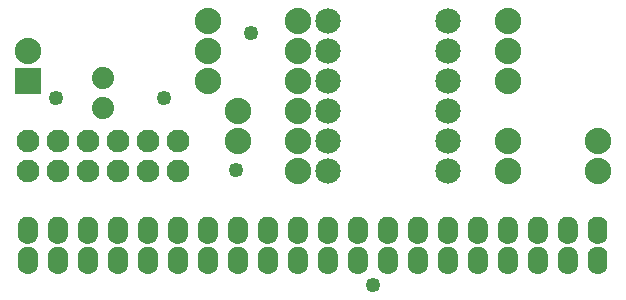
<source format=gts>
G04 MADE WITH FRITZING*
G04 WWW.FRITZING.ORG*
G04 DOUBLE SIDED*
G04 HOLES PLATED*
G04 CONTOUR ON CENTER OF CONTOUR VECTOR*
%ASAXBY*%
%FSLAX23Y23*%
%MOIN*%
%OFA0B0*%
%SFA1.0B1.0*%
%ADD10C,0.064000*%
%ADD11C,0.084803*%
%ADD12C,0.076000*%
%ADD13C,0.073976*%
%ADD14C,0.088000*%
%ADD15C,0.049370*%
%ADD16R,0.088000X0.088000*%
%ADD17R,0.001000X0.001000*%
%LNMASK1*%
G90*
G70*
G54D10*
X2057Y234D03*
X2057Y133D03*
X1958Y234D03*
X1958Y133D03*
X1858Y234D03*
X1858Y133D03*
X1758Y234D03*
X1758Y133D03*
X1658Y234D03*
X1658Y133D03*
X1558Y234D03*
X1558Y133D03*
X1458Y234D03*
X1458Y133D03*
X1358Y234D03*
X1358Y133D03*
X1258Y234D03*
X1258Y133D03*
X1158Y234D03*
X1158Y133D03*
X1058Y234D03*
X1058Y133D03*
X958Y234D03*
X958Y133D03*
X858Y234D03*
X858Y133D03*
X758Y234D03*
X758Y133D03*
X658Y234D03*
X658Y133D03*
X558Y234D03*
X558Y133D03*
X458Y234D03*
X458Y133D03*
X358Y234D03*
X358Y133D03*
X258Y234D03*
X258Y133D03*
X158Y234D03*
X158Y133D03*
G54D11*
X1158Y934D03*
X1158Y433D03*
X1158Y533D03*
X1158Y633D03*
X1158Y733D03*
X1158Y833D03*
X1558Y934D03*
X1559Y433D03*
X1559Y533D03*
X1559Y633D03*
X1559Y733D03*
X1559Y833D03*
G54D12*
X658Y534D03*
X258Y534D03*
X558Y534D03*
X158Y534D03*
X458Y534D03*
X358Y534D03*
G54D13*
X408Y742D03*
G54D12*
X658Y434D03*
X258Y434D03*
X558Y434D03*
X158Y434D03*
X458Y434D03*
X358Y434D03*
G54D13*
X408Y642D03*
G54D14*
X758Y934D03*
X758Y834D03*
X758Y734D03*
X1758Y934D03*
X1758Y834D03*
X1758Y734D03*
X858Y634D03*
X858Y634D03*
X858Y534D03*
X1758Y534D03*
X1758Y534D03*
X1758Y434D03*
X1058Y434D03*
X1058Y534D03*
X1058Y634D03*
X1058Y734D03*
X1058Y834D03*
X1058Y934D03*
X158Y734D03*
X158Y834D03*
X2058Y534D03*
X2058Y534D03*
X2058Y434D03*
G54D15*
X1308Y51D03*
X252Y675D03*
X612Y675D03*
X900Y891D03*
X852Y435D03*
G54D16*
X158Y734D03*
G54D17*
X150Y279D02*
X164Y279D01*
X250Y279D02*
X264Y279D01*
X350Y279D02*
X364Y279D01*
X450Y279D02*
X464Y279D01*
X550Y279D02*
X564Y279D01*
X650Y279D02*
X664Y279D01*
X750Y279D02*
X764Y279D01*
X850Y279D02*
X864Y279D01*
X950Y279D02*
X964Y279D01*
X1050Y279D02*
X1064Y279D01*
X1150Y279D02*
X1164Y279D01*
X1250Y279D02*
X1264Y279D01*
X1350Y279D02*
X1364Y279D01*
X1450Y279D02*
X1464Y279D01*
X1550Y279D02*
X1564Y279D01*
X1650Y279D02*
X1664Y279D01*
X1750Y279D02*
X1764Y279D01*
X1850Y279D02*
X1864Y279D01*
X1950Y279D02*
X1964Y279D01*
X2050Y279D02*
X2064Y279D01*
X146Y278D02*
X169Y278D01*
X246Y278D02*
X269Y278D01*
X346Y278D02*
X369Y278D01*
X446Y278D02*
X469Y278D01*
X546Y278D02*
X569Y278D01*
X646Y278D02*
X669Y278D01*
X746Y278D02*
X769Y278D01*
X846Y278D02*
X869Y278D01*
X946Y278D02*
X969Y278D01*
X1046Y278D02*
X1069Y278D01*
X1146Y278D02*
X1169Y278D01*
X1246Y278D02*
X1269Y278D01*
X1346Y278D02*
X1368Y278D01*
X1446Y278D02*
X1468Y278D01*
X1546Y278D02*
X1568Y278D01*
X1646Y278D02*
X1668Y278D01*
X1746Y278D02*
X1768Y278D01*
X1846Y278D02*
X1868Y278D01*
X1946Y278D02*
X1968Y278D01*
X2045Y278D02*
X2068Y278D01*
X143Y277D02*
X171Y277D01*
X243Y277D02*
X271Y277D01*
X343Y277D02*
X371Y277D01*
X443Y277D02*
X471Y277D01*
X543Y277D02*
X571Y277D01*
X643Y277D02*
X671Y277D01*
X743Y277D02*
X771Y277D01*
X843Y277D02*
X871Y277D01*
X943Y277D02*
X971Y277D01*
X1043Y277D02*
X1071Y277D01*
X1143Y277D02*
X1171Y277D01*
X1243Y277D02*
X1271Y277D01*
X1343Y277D02*
X1371Y277D01*
X1443Y277D02*
X1471Y277D01*
X1543Y277D02*
X1571Y277D01*
X1643Y277D02*
X1671Y277D01*
X1743Y277D02*
X1771Y277D01*
X1843Y277D02*
X1871Y277D01*
X1943Y277D02*
X1971Y277D01*
X2043Y277D02*
X2071Y277D01*
X141Y276D02*
X174Y276D01*
X241Y276D02*
X274Y276D01*
X341Y276D02*
X374Y276D01*
X441Y276D02*
X474Y276D01*
X541Y276D02*
X574Y276D01*
X641Y276D02*
X674Y276D01*
X741Y276D02*
X774Y276D01*
X841Y276D02*
X874Y276D01*
X941Y276D02*
X974Y276D01*
X1041Y276D02*
X1074Y276D01*
X1141Y276D02*
X1174Y276D01*
X1241Y276D02*
X1274Y276D01*
X1341Y276D02*
X1374Y276D01*
X1441Y276D02*
X1474Y276D01*
X1541Y276D02*
X1574Y276D01*
X1641Y276D02*
X1674Y276D01*
X1741Y276D02*
X1774Y276D01*
X1841Y276D02*
X1874Y276D01*
X1941Y276D02*
X1974Y276D01*
X2040Y276D02*
X2073Y276D01*
X139Y275D02*
X176Y275D01*
X239Y275D02*
X276Y275D01*
X339Y275D02*
X376Y275D01*
X439Y275D02*
X476Y275D01*
X539Y275D02*
X576Y275D01*
X639Y275D02*
X676Y275D01*
X739Y275D02*
X776Y275D01*
X839Y275D02*
X875Y275D01*
X939Y275D02*
X975Y275D01*
X1039Y275D02*
X1075Y275D01*
X1139Y275D02*
X1175Y275D01*
X1239Y275D02*
X1275Y275D01*
X1339Y275D02*
X1375Y275D01*
X1439Y275D02*
X1475Y275D01*
X1539Y275D02*
X1575Y275D01*
X1639Y275D02*
X1675Y275D01*
X1739Y275D02*
X1775Y275D01*
X1839Y275D02*
X1875Y275D01*
X1939Y275D02*
X1975Y275D01*
X2038Y275D02*
X2075Y275D01*
X137Y274D02*
X177Y274D01*
X237Y274D02*
X277Y274D01*
X337Y274D02*
X377Y274D01*
X437Y274D02*
X477Y274D01*
X537Y274D02*
X577Y274D01*
X637Y274D02*
X677Y274D01*
X737Y274D02*
X777Y274D01*
X837Y274D02*
X877Y274D01*
X937Y274D02*
X977Y274D01*
X1037Y274D02*
X1077Y274D01*
X1137Y274D02*
X1177Y274D01*
X1237Y274D02*
X1277Y274D01*
X1337Y274D02*
X1377Y274D01*
X1437Y274D02*
X1477Y274D01*
X1537Y274D02*
X1577Y274D01*
X1637Y274D02*
X1677Y274D01*
X1737Y274D02*
X1777Y274D01*
X1837Y274D02*
X1877Y274D01*
X1937Y274D02*
X1977Y274D01*
X2037Y274D02*
X2077Y274D01*
X136Y273D02*
X179Y273D01*
X236Y273D02*
X279Y273D01*
X336Y273D02*
X379Y273D01*
X436Y273D02*
X479Y273D01*
X536Y273D02*
X579Y273D01*
X636Y273D02*
X679Y273D01*
X736Y273D02*
X779Y273D01*
X836Y273D02*
X879Y273D01*
X936Y273D02*
X979Y273D01*
X1036Y273D02*
X1079Y273D01*
X1136Y273D02*
X1179Y273D01*
X1236Y273D02*
X1279Y273D01*
X1336Y273D02*
X1379Y273D01*
X1436Y273D02*
X1479Y273D01*
X1536Y273D02*
X1579Y273D01*
X1636Y273D02*
X1679Y273D01*
X1736Y273D02*
X1779Y273D01*
X1836Y273D02*
X1879Y273D01*
X1936Y273D02*
X1979Y273D01*
X2035Y273D02*
X2078Y273D01*
X134Y272D02*
X180Y272D01*
X234Y272D02*
X280Y272D01*
X334Y272D02*
X380Y272D01*
X434Y272D02*
X480Y272D01*
X534Y272D02*
X580Y272D01*
X634Y272D02*
X680Y272D01*
X734Y272D02*
X780Y272D01*
X834Y272D02*
X880Y272D01*
X934Y272D02*
X980Y272D01*
X1034Y272D02*
X1080Y272D01*
X1134Y272D02*
X1180Y272D01*
X1234Y272D02*
X1280Y272D01*
X1334Y272D02*
X1380Y272D01*
X1434Y272D02*
X1480Y272D01*
X1534Y272D02*
X1580Y272D01*
X1634Y272D02*
X1680Y272D01*
X1734Y272D02*
X1780Y272D01*
X1834Y272D02*
X1880Y272D01*
X1934Y272D02*
X1980Y272D01*
X2034Y272D02*
X2079Y272D01*
X133Y271D02*
X181Y271D01*
X233Y271D02*
X281Y271D01*
X333Y271D02*
X381Y271D01*
X433Y271D02*
X481Y271D01*
X533Y271D02*
X581Y271D01*
X633Y271D02*
X681Y271D01*
X733Y271D02*
X781Y271D01*
X833Y271D02*
X881Y271D01*
X933Y271D02*
X981Y271D01*
X1033Y271D02*
X1081Y271D01*
X1133Y271D02*
X1181Y271D01*
X1233Y271D02*
X1281Y271D01*
X1333Y271D02*
X1381Y271D01*
X1433Y271D02*
X1481Y271D01*
X1533Y271D02*
X1581Y271D01*
X1633Y271D02*
X1681Y271D01*
X1733Y271D02*
X1781Y271D01*
X1833Y271D02*
X1881Y271D01*
X1933Y271D02*
X1981Y271D01*
X2033Y271D02*
X2081Y271D01*
X132Y270D02*
X182Y270D01*
X232Y270D02*
X282Y270D01*
X332Y270D02*
X382Y270D01*
X432Y270D02*
X482Y270D01*
X532Y270D02*
X582Y270D01*
X632Y270D02*
X682Y270D01*
X732Y270D02*
X782Y270D01*
X832Y270D02*
X882Y270D01*
X932Y270D02*
X982Y270D01*
X1032Y270D02*
X1082Y270D01*
X1132Y270D02*
X1182Y270D01*
X1232Y270D02*
X1282Y270D01*
X1332Y270D02*
X1382Y270D01*
X1432Y270D02*
X1482Y270D01*
X1532Y270D02*
X1582Y270D01*
X1632Y270D02*
X1682Y270D01*
X1732Y270D02*
X1782Y270D01*
X1832Y270D02*
X1882Y270D01*
X1932Y270D02*
X1982Y270D01*
X2032Y270D02*
X2082Y270D01*
X131Y269D02*
X183Y269D01*
X231Y269D02*
X283Y269D01*
X331Y269D02*
X383Y269D01*
X431Y269D02*
X483Y269D01*
X531Y269D02*
X583Y269D01*
X631Y269D02*
X683Y269D01*
X731Y269D02*
X783Y269D01*
X831Y269D02*
X883Y269D01*
X931Y269D02*
X983Y269D01*
X1031Y269D02*
X1083Y269D01*
X1131Y269D02*
X1183Y269D01*
X1231Y269D02*
X1283Y269D01*
X1331Y269D02*
X1383Y269D01*
X1431Y269D02*
X1483Y269D01*
X1531Y269D02*
X1583Y269D01*
X1631Y269D02*
X1683Y269D01*
X1731Y269D02*
X1783Y269D01*
X1831Y269D02*
X1883Y269D01*
X1931Y269D02*
X1983Y269D01*
X2031Y269D02*
X2082Y269D01*
X131Y268D02*
X184Y268D01*
X231Y268D02*
X284Y268D01*
X331Y268D02*
X384Y268D01*
X431Y268D02*
X484Y268D01*
X531Y268D02*
X584Y268D01*
X631Y268D02*
X684Y268D01*
X731Y268D02*
X784Y268D01*
X831Y268D02*
X884Y268D01*
X931Y268D02*
X984Y268D01*
X1031Y268D02*
X1084Y268D01*
X1131Y268D02*
X1184Y268D01*
X1231Y268D02*
X1284Y268D01*
X1331Y268D02*
X1384Y268D01*
X1431Y268D02*
X1484Y268D01*
X1531Y268D02*
X1584Y268D01*
X1631Y268D02*
X1684Y268D01*
X1731Y268D02*
X1784Y268D01*
X1831Y268D02*
X1884Y268D01*
X1930Y268D02*
X1984Y268D01*
X2030Y268D02*
X2083Y268D01*
X130Y267D02*
X185Y267D01*
X230Y267D02*
X285Y267D01*
X330Y267D02*
X385Y267D01*
X430Y267D02*
X485Y267D01*
X530Y267D02*
X585Y267D01*
X630Y267D02*
X685Y267D01*
X730Y267D02*
X785Y267D01*
X830Y267D02*
X885Y267D01*
X930Y267D02*
X985Y267D01*
X1030Y267D02*
X1085Y267D01*
X1130Y267D02*
X1185Y267D01*
X1230Y267D02*
X1285Y267D01*
X1330Y267D02*
X1385Y267D01*
X1430Y267D02*
X1485Y267D01*
X1530Y267D02*
X1585Y267D01*
X1630Y267D02*
X1685Y267D01*
X1730Y267D02*
X1784Y267D01*
X1830Y267D02*
X1884Y267D01*
X1930Y267D02*
X1984Y267D01*
X2029Y267D02*
X2084Y267D01*
X129Y266D02*
X185Y266D01*
X229Y266D02*
X285Y266D01*
X329Y266D02*
X385Y266D01*
X429Y266D02*
X485Y266D01*
X529Y266D02*
X585Y266D01*
X629Y266D02*
X685Y266D01*
X729Y266D02*
X785Y266D01*
X829Y266D02*
X885Y266D01*
X929Y266D02*
X985Y266D01*
X1029Y266D02*
X1085Y266D01*
X1129Y266D02*
X1185Y266D01*
X1229Y266D02*
X1285Y266D01*
X1329Y266D02*
X1385Y266D01*
X1429Y266D02*
X1485Y266D01*
X1529Y266D02*
X1585Y266D01*
X1629Y266D02*
X1685Y266D01*
X1729Y266D02*
X1785Y266D01*
X1829Y266D02*
X1885Y266D01*
X1929Y266D02*
X1985Y266D01*
X2029Y266D02*
X2085Y266D01*
X129Y265D02*
X186Y265D01*
X229Y265D02*
X286Y265D01*
X329Y265D02*
X386Y265D01*
X429Y265D02*
X486Y265D01*
X529Y265D02*
X586Y265D01*
X629Y265D02*
X686Y265D01*
X729Y265D02*
X786Y265D01*
X829Y265D02*
X886Y265D01*
X929Y265D02*
X986Y265D01*
X1029Y265D02*
X1086Y265D01*
X1129Y265D02*
X1186Y265D01*
X1229Y265D02*
X1286Y265D01*
X1329Y265D02*
X1386Y265D01*
X1429Y265D02*
X1486Y265D01*
X1529Y265D02*
X1586Y265D01*
X1629Y265D02*
X1686Y265D01*
X1729Y265D02*
X1786Y265D01*
X1828Y265D02*
X1886Y265D01*
X1928Y265D02*
X1986Y265D01*
X2028Y265D02*
X2085Y265D01*
X128Y264D02*
X186Y264D01*
X228Y264D02*
X286Y264D01*
X328Y264D02*
X386Y264D01*
X428Y264D02*
X486Y264D01*
X528Y264D02*
X586Y264D01*
X628Y264D02*
X686Y264D01*
X728Y264D02*
X786Y264D01*
X828Y264D02*
X886Y264D01*
X928Y264D02*
X986Y264D01*
X1028Y264D02*
X1086Y264D01*
X1128Y264D02*
X1186Y264D01*
X1228Y264D02*
X1286Y264D01*
X1328Y264D02*
X1386Y264D01*
X1428Y264D02*
X1486Y264D01*
X1528Y264D02*
X1586Y264D01*
X1628Y264D02*
X1686Y264D01*
X1728Y264D02*
X1786Y264D01*
X1828Y264D02*
X1886Y264D01*
X1928Y264D02*
X1986Y264D01*
X2028Y264D02*
X2086Y264D01*
X128Y263D02*
X187Y263D01*
X228Y263D02*
X287Y263D01*
X328Y263D02*
X387Y263D01*
X428Y263D02*
X487Y263D01*
X528Y263D02*
X587Y263D01*
X628Y263D02*
X687Y263D01*
X728Y263D02*
X787Y263D01*
X828Y263D02*
X887Y263D01*
X928Y263D02*
X987Y263D01*
X1028Y263D02*
X1087Y263D01*
X1128Y263D02*
X1187Y263D01*
X1228Y263D02*
X1287Y263D01*
X1328Y263D02*
X1387Y263D01*
X1428Y263D02*
X1487Y263D01*
X1528Y263D02*
X1587Y263D01*
X1627Y263D02*
X1687Y263D01*
X1727Y263D02*
X1787Y263D01*
X1827Y263D02*
X1887Y263D01*
X1927Y263D02*
X1987Y263D01*
X2027Y263D02*
X2086Y263D01*
X127Y262D02*
X187Y262D01*
X227Y262D02*
X287Y262D01*
X327Y262D02*
X387Y262D01*
X427Y262D02*
X487Y262D01*
X527Y262D02*
X587Y262D01*
X627Y262D02*
X687Y262D01*
X727Y262D02*
X787Y262D01*
X827Y262D02*
X887Y262D01*
X927Y262D02*
X987Y262D01*
X1027Y262D02*
X1087Y262D01*
X1127Y262D02*
X1187Y262D01*
X1227Y262D02*
X1287Y262D01*
X1327Y262D02*
X1387Y262D01*
X1427Y262D02*
X1487Y262D01*
X1527Y262D02*
X1587Y262D01*
X1627Y262D02*
X1687Y262D01*
X1727Y262D02*
X1787Y262D01*
X1827Y262D02*
X1887Y262D01*
X1927Y262D02*
X1987Y262D01*
X2027Y262D02*
X2087Y262D01*
X127Y261D02*
X188Y261D01*
X227Y261D02*
X288Y261D01*
X327Y261D02*
X388Y261D01*
X427Y261D02*
X488Y261D01*
X527Y261D02*
X588Y261D01*
X627Y261D02*
X688Y261D01*
X727Y261D02*
X788Y261D01*
X827Y261D02*
X888Y261D01*
X927Y261D02*
X988Y261D01*
X1027Y261D02*
X1088Y261D01*
X1127Y261D02*
X1188Y261D01*
X1227Y261D02*
X1288Y261D01*
X1327Y261D02*
X1388Y261D01*
X1427Y261D02*
X1488Y261D01*
X1527Y261D02*
X1588Y261D01*
X1627Y261D02*
X1688Y261D01*
X1727Y261D02*
X1788Y261D01*
X1827Y261D02*
X1888Y261D01*
X1927Y261D02*
X1988Y261D01*
X2026Y261D02*
X2087Y261D01*
X127Y260D02*
X188Y260D01*
X227Y260D02*
X288Y260D01*
X327Y260D02*
X388Y260D01*
X427Y260D02*
X488Y260D01*
X526Y260D02*
X588Y260D01*
X626Y260D02*
X688Y260D01*
X726Y260D02*
X788Y260D01*
X826Y260D02*
X888Y260D01*
X926Y260D02*
X988Y260D01*
X1026Y260D02*
X1088Y260D01*
X1126Y260D02*
X1188Y260D01*
X1226Y260D02*
X1288Y260D01*
X1326Y260D02*
X1388Y260D01*
X1426Y260D02*
X1488Y260D01*
X1526Y260D02*
X1588Y260D01*
X1626Y260D02*
X1688Y260D01*
X1726Y260D02*
X1788Y260D01*
X1826Y260D02*
X1888Y260D01*
X1926Y260D02*
X1988Y260D01*
X2026Y260D02*
X2087Y260D01*
X126Y259D02*
X188Y259D01*
X226Y259D02*
X288Y259D01*
X326Y259D02*
X388Y259D01*
X426Y259D02*
X488Y259D01*
X526Y259D02*
X588Y259D01*
X626Y259D02*
X688Y259D01*
X726Y259D02*
X788Y259D01*
X826Y259D02*
X888Y259D01*
X926Y259D02*
X988Y259D01*
X1026Y259D02*
X1088Y259D01*
X1126Y259D02*
X1188Y259D01*
X1226Y259D02*
X1288Y259D01*
X1326Y259D02*
X1388Y259D01*
X1426Y259D02*
X1488Y259D01*
X1526Y259D02*
X1588Y259D01*
X1626Y259D02*
X1688Y259D01*
X1726Y259D02*
X1788Y259D01*
X1826Y259D02*
X1888Y259D01*
X1926Y259D02*
X1988Y259D01*
X2026Y259D02*
X2088Y259D01*
X126Y258D02*
X188Y258D01*
X226Y258D02*
X288Y258D01*
X326Y258D02*
X388Y258D01*
X426Y258D02*
X488Y258D01*
X526Y258D02*
X588Y258D01*
X626Y258D02*
X688Y258D01*
X726Y258D02*
X788Y258D01*
X826Y258D02*
X888Y258D01*
X926Y258D02*
X988Y258D01*
X1026Y258D02*
X1088Y258D01*
X1126Y258D02*
X1188Y258D01*
X1226Y258D02*
X1288Y258D01*
X1326Y258D02*
X1388Y258D01*
X1426Y258D02*
X1488Y258D01*
X1526Y258D02*
X1588Y258D01*
X1626Y258D02*
X1688Y258D01*
X1726Y258D02*
X1788Y258D01*
X1826Y258D02*
X1888Y258D01*
X1926Y258D02*
X1988Y258D01*
X2025Y258D02*
X2088Y258D01*
X126Y257D02*
X189Y257D01*
X226Y257D02*
X289Y257D01*
X326Y257D02*
X389Y257D01*
X426Y257D02*
X489Y257D01*
X526Y257D02*
X589Y257D01*
X626Y257D02*
X689Y257D01*
X726Y257D02*
X789Y257D01*
X826Y257D02*
X889Y257D01*
X926Y257D02*
X989Y257D01*
X1026Y257D02*
X1089Y257D01*
X1126Y257D02*
X1189Y257D01*
X1226Y257D02*
X1289Y257D01*
X1326Y257D02*
X1389Y257D01*
X1426Y257D02*
X1489Y257D01*
X1526Y257D02*
X1589Y257D01*
X1626Y257D02*
X1688Y257D01*
X1726Y257D02*
X1788Y257D01*
X1826Y257D02*
X1888Y257D01*
X1926Y257D02*
X1988Y257D01*
X2025Y257D02*
X2088Y257D01*
X126Y256D02*
X189Y256D01*
X226Y256D02*
X289Y256D01*
X326Y256D02*
X389Y256D01*
X426Y256D02*
X489Y256D01*
X526Y256D02*
X589Y256D01*
X626Y256D02*
X689Y256D01*
X726Y256D02*
X789Y256D01*
X826Y256D02*
X889Y256D01*
X926Y256D02*
X989Y256D01*
X1026Y256D02*
X1089Y256D01*
X1126Y256D02*
X1189Y256D01*
X1226Y256D02*
X1289Y256D01*
X1326Y256D02*
X1389Y256D01*
X1426Y256D02*
X1489Y256D01*
X1526Y256D02*
X1589Y256D01*
X1626Y256D02*
X1689Y256D01*
X1726Y256D02*
X1789Y256D01*
X1826Y256D02*
X1889Y256D01*
X1926Y256D02*
X1989Y256D01*
X2025Y256D02*
X2088Y256D01*
X126Y255D02*
X189Y255D01*
X226Y255D02*
X289Y255D01*
X326Y255D02*
X389Y255D01*
X426Y255D02*
X489Y255D01*
X526Y255D02*
X589Y255D01*
X626Y255D02*
X689Y255D01*
X726Y255D02*
X789Y255D01*
X826Y255D02*
X889Y255D01*
X926Y255D02*
X989Y255D01*
X1026Y255D02*
X1089Y255D01*
X1126Y255D02*
X1189Y255D01*
X1226Y255D02*
X1289Y255D01*
X1326Y255D02*
X1389Y255D01*
X1426Y255D02*
X1489Y255D01*
X1526Y255D02*
X1589Y255D01*
X1626Y255D02*
X1689Y255D01*
X1726Y255D02*
X1789Y255D01*
X1826Y255D02*
X1889Y255D01*
X1926Y255D02*
X1989Y255D01*
X2025Y255D02*
X2088Y255D01*
X126Y254D02*
X189Y254D01*
X226Y254D02*
X289Y254D01*
X326Y254D02*
X389Y254D01*
X426Y254D02*
X489Y254D01*
X526Y254D02*
X589Y254D01*
X626Y254D02*
X689Y254D01*
X726Y254D02*
X789Y254D01*
X826Y254D02*
X889Y254D01*
X926Y254D02*
X989Y254D01*
X1026Y254D02*
X1089Y254D01*
X1126Y254D02*
X1189Y254D01*
X1226Y254D02*
X1289Y254D01*
X1326Y254D02*
X1389Y254D01*
X1426Y254D02*
X1489Y254D01*
X1526Y254D02*
X1589Y254D01*
X1626Y254D02*
X1689Y254D01*
X1726Y254D02*
X1789Y254D01*
X1826Y254D02*
X1889Y254D01*
X1926Y254D02*
X1989Y254D01*
X2025Y254D02*
X2088Y254D01*
X126Y253D02*
X189Y253D01*
X226Y253D02*
X289Y253D01*
X326Y253D02*
X389Y253D01*
X426Y253D02*
X489Y253D01*
X526Y253D02*
X589Y253D01*
X626Y253D02*
X689Y253D01*
X726Y253D02*
X789Y253D01*
X826Y253D02*
X889Y253D01*
X926Y253D02*
X989Y253D01*
X1026Y253D02*
X1089Y253D01*
X1126Y253D02*
X1189Y253D01*
X1226Y253D02*
X1289Y253D01*
X1326Y253D02*
X1389Y253D01*
X1426Y253D02*
X1489Y253D01*
X1526Y253D02*
X1589Y253D01*
X1626Y253D02*
X1689Y253D01*
X1726Y253D02*
X1789Y253D01*
X1826Y253D02*
X1889Y253D01*
X1926Y253D02*
X1989Y253D01*
X2025Y253D02*
X2088Y253D01*
X126Y252D02*
X189Y252D01*
X226Y252D02*
X289Y252D01*
X326Y252D02*
X389Y252D01*
X426Y252D02*
X489Y252D01*
X526Y252D02*
X589Y252D01*
X626Y252D02*
X689Y252D01*
X726Y252D02*
X789Y252D01*
X826Y252D02*
X889Y252D01*
X926Y252D02*
X989Y252D01*
X1026Y252D02*
X1089Y252D01*
X1126Y252D02*
X1189Y252D01*
X1226Y252D02*
X1289Y252D01*
X1326Y252D02*
X1389Y252D01*
X1426Y252D02*
X1489Y252D01*
X1526Y252D02*
X1589Y252D01*
X1626Y252D02*
X1689Y252D01*
X1726Y252D02*
X1789Y252D01*
X1826Y252D02*
X1889Y252D01*
X1926Y252D02*
X1989Y252D01*
X2025Y252D02*
X2088Y252D01*
X126Y251D02*
X189Y251D01*
X226Y251D02*
X289Y251D01*
X326Y251D02*
X389Y251D01*
X426Y251D02*
X489Y251D01*
X526Y251D02*
X589Y251D01*
X626Y251D02*
X689Y251D01*
X726Y251D02*
X789Y251D01*
X826Y251D02*
X889Y251D01*
X926Y251D02*
X989Y251D01*
X1026Y251D02*
X1089Y251D01*
X1126Y251D02*
X1189Y251D01*
X1226Y251D02*
X1289Y251D01*
X1326Y251D02*
X1389Y251D01*
X1426Y251D02*
X1489Y251D01*
X1526Y251D02*
X1589Y251D01*
X1626Y251D02*
X1689Y251D01*
X1726Y251D02*
X1789Y251D01*
X1826Y251D02*
X1889Y251D01*
X1926Y251D02*
X1989Y251D01*
X2025Y251D02*
X2088Y251D01*
X126Y250D02*
X189Y250D01*
X226Y250D02*
X289Y250D01*
X326Y250D02*
X389Y250D01*
X426Y250D02*
X489Y250D01*
X526Y250D02*
X589Y250D01*
X626Y250D02*
X689Y250D01*
X726Y250D02*
X789Y250D01*
X826Y250D02*
X889Y250D01*
X926Y250D02*
X989Y250D01*
X1026Y250D02*
X1089Y250D01*
X1126Y250D02*
X1189Y250D01*
X1226Y250D02*
X1289Y250D01*
X1326Y250D02*
X1389Y250D01*
X1426Y250D02*
X1489Y250D01*
X1526Y250D02*
X1589Y250D01*
X1626Y250D02*
X1689Y250D01*
X1726Y250D02*
X1789Y250D01*
X1826Y250D02*
X1889Y250D01*
X1926Y250D02*
X1989Y250D01*
X2025Y250D02*
X2088Y250D01*
X126Y249D02*
X189Y249D01*
X226Y249D02*
X289Y249D01*
X326Y249D02*
X389Y249D01*
X426Y249D02*
X489Y249D01*
X526Y249D02*
X589Y249D01*
X626Y249D02*
X689Y249D01*
X726Y249D02*
X789Y249D01*
X826Y249D02*
X889Y249D01*
X926Y249D02*
X989Y249D01*
X1026Y249D02*
X1089Y249D01*
X1126Y249D02*
X1189Y249D01*
X1226Y249D02*
X1289Y249D01*
X1326Y249D02*
X1389Y249D01*
X1426Y249D02*
X1489Y249D01*
X1526Y249D02*
X1589Y249D01*
X1626Y249D02*
X1689Y249D01*
X1726Y249D02*
X1789Y249D01*
X1826Y249D02*
X1889Y249D01*
X1926Y249D02*
X1989Y249D01*
X2025Y249D02*
X2088Y249D01*
X126Y248D02*
X152Y248D01*
X163Y248D02*
X189Y248D01*
X226Y248D02*
X252Y248D01*
X263Y248D02*
X289Y248D01*
X326Y248D02*
X352Y248D01*
X363Y248D02*
X389Y248D01*
X426Y248D02*
X452Y248D01*
X463Y248D02*
X489Y248D01*
X526Y248D02*
X552Y248D01*
X563Y248D02*
X589Y248D01*
X626Y248D02*
X652Y248D01*
X663Y248D02*
X689Y248D01*
X726Y248D02*
X751Y248D01*
X763Y248D02*
X789Y248D01*
X826Y248D02*
X851Y248D01*
X863Y248D02*
X889Y248D01*
X926Y248D02*
X951Y248D01*
X963Y248D02*
X989Y248D01*
X1026Y248D02*
X1051Y248D01*
X1063Y248D02*
X1089Y248D01*
X1126Y248D02*
X1151Y248D01*
X1163Y248D02*
X1189Y248D01*
X1226Y248D02*
X1251Y248D01*
X1263Y248D02*
X1289Y248D01*
X1326Y248D02*
X1351Y248D01*
X1363Y248D02*
X1389Y248D01*
X1426Y248D02*
X1451Y248D01*
X1463Y248D02*
X1489Y248D01*
X1526Y248D02*
X1551Y248D01*
X1563Y248D02*
X1589Y248D01*
X1626Y248D02*
X1651Y248D01*
X1663Y248D02*
X1689Y248D01*
X1726Y248D02*
X1751Y248D01*
X1763Y248D02*
X1789Y248D01*
X1826Y248D02*
X1851Y248D01*
X1863Y248D02*
X1889Y248D01*
X1926Y248D02*
X1951Y248D01*
X1963Y248D02*
X1989Y248D01*
X2025Y248D02*
X2051Y248D01*
X2062Y248D02*
X2088Y248D01*
X126Y247D02*
X150Y247D01*
X165Y247D02*
X189Y247D01*
X226Y247D02*
X250Y247D01*
X265Y247D02*
X289Y247D01*
X326Y247D02*
X350Y247D01*
X365Y247D02*
X389Y247D01*
X426Y247D02*
X450Y247D01*
X465Y247D02*
X489Y247D01*
X526Y247D02*
X550Y247D01*
X565Y247D02*
X589Y247D01*
X626Y247D02*
X650Y247D01*
X665Y247D02*
X689Y247D01*
X726Y247D02*
X750Y247D01*
X765Y247D02*
X789Y247D01*
X826Y247D02*
X850Y247D01*
X865Y247D02*
X889Y247D01*
X926Y247D02*
X950Y247D01*
X965Y247D02*
X989Y247D01*
X1026Y247D02*
X1050Y247D01*
X1065Y247D02*
X1089Y247D01*
X1126Y247D02*
X1150Y247D01*
X1165Y247D02*
X1189Y247D01*
X1226Y247D02*
X1250Y247D01*
X1265Y247D02*
X1289Y247D01*
X1326Y247D02*
X1350Y247D01*
X1365Y247D02*
X1389Y247D01*
X1426Y247D02*
X1450Y247D01*
X1465Y247D02*
X1489Y247D01*
X1526Y247D02*
X1550Y247D01*
X1565Y247D02*
X1589Y247D01*
X1626Y247D02*
X1649Y247D01*
X1665Y247D02*
X1689Y247D01*
X1726Y247D02*
X1749Y247D01*
X1765Y247D02*
X1789Y247D01*
X1826Y247D02*
X1849Y247D01*
X1865Y247D02*
X1889Y247D01*
X1926Y247D02*
X1949Y247D01*
X1965Y247D02*
X1989Y247D01*
X2025Y247D02*
X2049Y247D01*
X2064Y247D02*
X2088Y247D01*
X126Y246D02*
X148Y246D01*
X166Y246D02*
X189Y246D01*
X226Y246D02*
X248Y246D01*
X266Y246D02*
X289Y246D01*
X326Y246D02*
X348Y246D01*
X366Y246D02*
X389Y246D01*
X426Y246D02*
X448Y246D01*
X466Y246D02*
X489Y246D01*
X526Y246D02*
X548Y246D01*
X566Y246D02*
X589Y246D01*
X626Y246D02*
X648Y246D01*
X666Y246D02*
X689Y246D01*
X726Y246D02*
X748Y246D01*
X766Y246D02*
X789Y246D01*
X826Y246D02*
X848Y246D01*
X866Y246D02*
X889Y246D01*
X926Y246D02*
X948Y246D01*
X966Y246D02*
X989Y246D01*
X1026Y246D02*
X1048Y246D01*
X1066Y246D02*
X1089Y246D01*
X1126Y246D02*
X1148Y246D01*
X1166Y246D02*
X1189Y246D01*
X1226Y246D02*
X1248Y246D01*
X1266Y246D02*
X1289Y246D01*
X1326Y246D02*
X1348Y246D01*
X1366Y246D02*
X1389Y246D01*
X1426Y246D02*
X1448Y246D01*
X1466Y246D02*
X1489Y246D01*
X1526Y246D02*
X1548Y246D01*
X1566Y246D02*
X1589Y246D01*
X1626Y246D02*
X1648Y246D01*
X1666Y246D02*
X1689Y246D01*
X1726Y246D02*
X1748Y246D01*
X1766Y246D02*
X1789Y246D01*
X1826Y246D02*
X1848Y246D01*
X1866Y246D02*
X1889Y246D01*
X1926Y246D02*
X1948Y246D01*
X1966Y246D02*
X1989Y246D01*
X2025Y246D02*
X2048Y246D01*
X2066Y246D02*
X2088Y246D01*
X126Y245D02*
X147Y245D01*
X167Y245D02*
X189Y245D01*
X226Y245D02*
X247Y245D01*
X267Y245D02*
X289Y245D01*
X326Y245D02*
X347Y245D01*
X367Y245D02*
X389Y245D01*
X426Y245D02*
X447Y245D01*
X467Y245D02*
X489Y245D01*
X526Y245D02*
X547Y245D01*
X567Y245D02*
X589Y245D01*
X626Y245D02*
X647Y245D01*
X667Y245D02*
X689Y245D01*
X726Y245D02*
X747Y245D01*
X767Y245D02*
X789Y245D01*
X826Y245D02*
X847Y245D01*
X867Y245D02*
X889Y245D01*
X926Y245D02*
X947Y245D01*
X967Y245D02*
X989Y245D01*
X1026Y245D02*
X1047Y245D01*
X1067Y245D02*
X1089Y245D01*
X1126Y245D02*
X1147Y245D01*
X1167Y245D02*
X1189Y245D01*
X1226Y245D02*
X1247Y245D01*
X1267Y245D02*
X1289Y245D01*
X1326Y245D02*
X1347Y245D01*
X1367Y245D02*
X1389Y245D01*
X1426Y245D02*
X1447Y245D01*
X1467Y245D02*
X1489Y245D01*
X1526Y245D02*
X1547Y245D01*
X1567Y245D02*
X1589Y245D01*
X1626Y245D02*
X1647Y245D01*
X1667Y245D02*
X1689Y245D01*
X1726Y245D02*
X1747Y245D01*
X1767Y245D02*
X1789Y245D01*
X1826Y245D02*
X1847Y245D01*
X1867Y245D02*
X1889Y245D01*
X1926Y245D02*
X1947Y245D01*
X1967Y245D02*
X1989Y245D01*
X2025Y245D02*
X2046Y245D01*
X2067Y245D02*
X2088Y245D01*
X126Y244D02*
X146Y244D01*
X168Y244D02*
X189Y244D01*
X226Y244D02*
X246Y244D01*
X268Y244D02*
X289Y244D01*
X326Y244D02*
X346Y244D01*
X368Y244D02*
X389Y244D01*
X426Y244D02*
X446Y244D01*
X468Y244D02*
X489Y244D01*
X526Y244D02*
X546Y244D01*
X568Y244D02*
X589Y244D01*
X626Y244D02*
X646Y244D01*
X668Y244D02*
X689Y244D01*
X726Y244D02*
X746Y244D01*
X768Y244D02*
X789Y244D01*
X826Y244D02*
X846Y244D01*
X868Y244D02*
X889Y244D01*
X926Y244D02*
X946Y244D01*
X968Y244D02*
X989Y244D01*
X1026Y244D02*
X1046Y244D01*
X1068Y244D02*
X1089Y244D01*
X1126Y244D02*
X1146Y244D01*
X1168Y244D02*
X1189Y244D01*
X1226Y244D02*
X1246Y244D01*
X1268Y244D02*
X1289Y244D01*
X1326Y244D02*
X1346Y244D01*
X1368Y244D02*
X1389Y244D01*
X1426Y244D02*
X1446Y244D01*
X1468Y244D02*
X1489Y244D01*
X1526Y244D02*
X1546Y244D01*
X1568Y244D02*
X1589Y244D01*
X1626Y244D02*
X1646Y244D01*
X1668Y244D02*
X1689Y244D01*
X1726Y244D02*
X1746Y244D01*
X1768Y244D02*
X1789Y244D01*
X1826Y244D02*
X1846Y244D01*
X1868Y244D02*
X1889Y244D01*
X1926Y244D02*
X1946Y244D01*
X1968Y244D02*
X1989Y244D01*
X2025Y244D02*
X2046Y244D01*
X2068Y244D02*
X2088Y244D01*
X126Y243D02*
X145Y243D01*
X169Y243D02*
X189Y243D01*
X226Y243D02*
X245Y243D01*
X269Y243D02*
X289Y243D01*
X326Y243D02*
X345Y243D01*
X369Y243D02*
X389Y243D01*
X426Y243D02*
X445Y243D01*
X469Y243D02*
X489Y243D01*
X526Y243D02*
X545Y243D01*
X569Y243D02*
X589Y243D01*
X626Y243D02*
X645Y243D01*
X669Y243D02*
X689Y243D01*
X726Y243D02*
X745Y243D01*
X769Y243D02*
X789Y243D01*
X826Y243D02*
X845Y243D01*
X869Y243D02*
X889Y243D01*
X926Y243D02*
X945Y243D01*
X969Y243D02*
X989Y243D01*
X1026Y243D02*
X1045Y243D01*
X1069Y243D02*
X1089Y243D01*
X1126Y243D02*
X1145Y243D01*
X1169Y243D02*
X1189Y243D01*
X1226Y243D02*
X1245Y243D01*
X1269Y243D02*
X1289Y243D01*
X1326Y243D02*
X1345Y243D01*
X1369Y243D02*
X1389Y243D01*
X1426Y243D02*
X1445Y243D01*
X1469Y243D02*
X1489Y243D01*
X1526Y243D02*
X1545Y243D01*
X1569Y243D02*
X1589Y243D01*
X1626Y243D02*
X1645Y243D01*
X1669Y243D02*
X1689Y243D01*
X1726Y243D02*
X1745Y243D01*
X1769Y243D02*
X1789Y243D01*
X1826Y243D02*
X1845Y243D01*
X1869Y243D02*
X1889Y243D01*
X1926Y243D02*
X1945Y243D01*
X1969Y243D02*
X1989Y243D01*
X2025Y243D02*
X2045Y243D01*
X2069Y243D02*
X2088Y243D01*
X126Y242D02*
X145Y242D01*
X170Y242D02*
X189Y242D01*
X226Y242D02*
X245Y242D01*
X270Y242D02*
X289Y242D01*
X326Y242D02*
X345Y242D01*
X370Y242D02*
X389Y242D01*
X426Y242D02*
X445Y242D01*
X470Y242D02*
X489Y242D01*
X526Y242D02*
X545Y242D01*
X570Y242D02*
X589Y242D01*
X626Y242D02*
X645Y242D01*
X670Y242D02*
X689Y242D01*
X726Y242D02*
X745Y242D01*
X770Y242D02*
X789Y242D01*
X826Y242D02*
X845Y242D01*
X870Y242D02*
X889Y242D01*
X926Y242D02*
X945Y242D01*
X970Y242D02*
X989Y242D01*
X1026Y242D02*
X1045Y242D01*
X1070Y242D02*
X1089Y242D01*
X1126Y242D02*
X1145Y242D01*
X1170Y242D02*
X1189Y242D01*
X1226Y242D02*
X1245Y242D01*
X1270Y242D02*
X1289Y242D01*
X1326Y242D02*
X1345Y242D01*
X1370Y242D02*
X1389Y242D01*
X1426Y242D02*
X1445Y242D01*
X1470Y242D02*
X1489Y242D01*
X1526Y242D02*
X1545Y242D01*
X1570Y242D02*
X1589Y242D01*
X1626Y242D02*
X1645Y242D01*
X1670Y242D02*
X1689Y242D01*
X1726Y242D02*
X1745Y242D01*
X1770Y242D02*
X1789Y242D01*
X1826Y242D02*
X1845Y242D01*
X1870Y242D02*
X1889Y242D01*
X1926Y242D02*
X1945Y242D01*
X1970Y242D02*
X1989Y242D01*
X2025Y242D02*
X2044Y242D01*
X2069Y242D02*
X2088Y242D01*
X126Y241D02*
X144Y241D01*
X170Y241D02*
X189Y241D01*
X226Y241D02*
X244Y241D01*
X270Y241D02*
X289Y241D01*
X326Y241D02*
X344Y241D01*
X370Y241D02*
X389Y241D01*
X426Y241D02*
X444Y241D01*
X470Y241D02*
X489Y241D01*
X526Y241D02*
X544Y241D01*
X570Y241D02*
X589Y241D01*
X626Y241D02*
X644Y241D01*
X670Y241D02*
X689Y241D01*
X726Y241D02*
X744Y241D01*
X770Y241D02*
X789Y241D01*
X826Y241D02*
X844Y241D01*
X870Y241D02*
X889Y241D01*
X926Y241D02*
X944Y241D01*
X970Y241D02*
X989Y241D01*
X1026Y241D02*
X1044Y241D01*
X1070Y241D02*
X1089Y241D01*
X1126Y241D02*
X1144Y241D01*
X1170Y241D02*
X1189Y241D01*
X1226Y241D02*
X1244Y241D01*
X1270Y241D02*
X1289Y241D01*
X1326Y241D02*
X1344Y241D01*
X1370Y241D02*
X1389Y241D01*
X1426Y241D02*
X1444Y241D01*
X1470Y241D02*
X1489Y241D01*
X1526Y241D02*
X1544Y241D01*
X1570Y241D02*
X1589Y241D01*
X1626Y241D02*
X1644Y241D01*
X1670Y241D02*
X1689Y241D01*
X1726Y241D02*
X1744Y241D01*
X1770Y241D02*
X1789Y241D01*
X1826Y241D02*
X1844Y241D01*
X1870Y241D02*
X1889Y241D01*
X1926Y241D02*
X1944Y241D01*
X1970Y241D02*
X1989Y241D01*
X2025Y241D02*
X2043Y241D01*
X2070Y241D02*
X2088Y241D01*
X126Y240D02*
X144Y240D01*
X171Y240D02*
X189Y240D01*
X226Y240D02*
X244Y240D01*
X271Y240D02*
X289Y240D01*
X326Y240D02*
X344Y240D01*
X371Y240D02*
X389Y240D01*
X426Y240D02*
X444Y240D01*
X471Y240D02*
X489Y240D01*
X526Y240D02*
X544Y240D01*
X571Y240D02*
X589Y240D01*
X626Y240D02*
X644Y240D01*
X671Y240D02*
X689Y240D01*
X726Y240D02*
X744Y240D01*
X771Y240D02*
X789Y240D01*
X826Y240D02*
X844Y240D01*
X871Y240D02*
X889Y240D01*
X926Y240D02*
X944Y240D01*
X971Y240D02*
X989Y240D01*
X1026Y240D02*
X1044Y240D01*
X1071Y240D02*
X1089Y240D01*
X1126Y240D02*
X1144Y240D01*
X1171Y240D02*
X1189Y240D01*
X1226Y240D02*
X1244Y240D01*
X1271Y240D02*
X1289Y240D01*
X1326Y240D02*
X1344Y240D01*
X1371Y240D02*
X1389Y240D01*
X1426Y240D02*
X1444Y240D01*
X1471Y240D02*
X1489Y240D01*
X1526Y240D02*
X1544Y240D01*
X1571Y240D02*
X1589Y240D01*
X1626Y240D02*
X1644Y240D01*
X1671Y240D02*
X1689Y240D01*
X1726Y240D02*
X1744Y240D01*
X1771Y240D02*
X1789Y240D01*
X1826Y240D02*
X1844Y240D01*
X1871Y240D02*
X1889Y240D01*
X1926Y240D02*
X1944Y240D01*
X1971Y240D02*
X1989Y240D01*
X2025Y240D02*
X2043Y240D01*
X2070Y240D02*
X2088Y240D01*
X126Y239D02*
X143Y239D01*
X171Y239D02*
X189Y239D01*
X226Y239D02*
X243Y239D01*
X271Y239D02*
X289Y239D01*
X326Y239D02*
X343Y239D01*
X371Y239D02*
X389Y239D01*
X426Y239D02*
X443Y239D01*
X471Y239D02*
X489Y239D01*
X526Y239D02*
X543Y239D01*
X571Y239D02*
X589Y239D01*
X626Y239D02*
X643Y239D01*
X671Y239D02*
X689Y239D01*
X726Y239D02*
X743Y239D01*
X771Y239D02*
X789Y239D01*
X826Y239D02*
X843Y239D01*
X871Y239D02*
X889Y239D01*
X926Y239D02*
X943Y239D01*
X971Y239D02*
X989Y239D01*
X1026Y239D02*
X1043Y239D01*
X1071Y239D02*
X1089Y239D01*
X1126Y239D02*
X1143Y239D01*
X1171Y239D02*
X1189Y239D01*
X1226Y239D02*
X1243Y239D01*
X1271Y239D02*
X1289Y239D01*
X1326Y239D02*
X1343Y239D01*
X1371Y239D02*
X1389Y239D01*
X1426Y239D02*
X1443Y239D01*
X1471Y239D02*
X1489Y239D01*
X1526Y239D02*
X1543Y239D01*
X1571Y239D02*
X1589Y239D01*
X1626Y239D02*
X1643Y239D01*
X1671Y239D02*
X1689Y239D01*
X1726Y239D02*
X1743Y239D01*
X1771Y239D02*
X1789Y239D01*
X1826Y239D02*
X1843Y239D01*
X1871Y239D02*
X1889Y239D01*
X1926Y239D02*
X1943Y239D01*
X1971Y239D02*
X1989Y239D01*
X2025Y239D02*
X2043Y239D01*
X2071Y239D02*
X2088Y239D01*
X126Y238D02*
X143Y238D01*
X171Y238D02*
X189Y238D01*
X226Y238D02*
X243Y238D01*
X271Y238D02*
X289Y238D01*
X326Y238D02*
X343Y238D01*
X371Y238D02*
X389Y238D01*
X426Y238D02*
X443Y238D01*
X471Y238D02*
X489Y238D01*
X526Y238D02*
X543Y238D01*
X571Y238D02*
X589Y238D01*
X626Y238D02*
X643Y238D01*
X671Y238D02*
X689Y238D01*
X726Y238D02*
X743Y238D01*
X771Y238D02*
X789Y238D01*
X826Y238D02*
X843Y238D01*
X871Y238D02*
X889Y238D01*
X926Y238D02*
X943Y238D01*
X971Y238D02*
X989Y238D01*
X1026Y238D02*
X1043Y238D01*
X1071Y238D02*
X1089Y238D01*
X1126Y238D02*
X1143Y238D01*
X1171Y238D02*
X1189Y238D01*
X1226Y238D02*
X1243Y238D01*
X1271Y238D02*
X1289Y238D01*
X1326Y238D02*
X1343Y238D01*
X1371Y238D02*
X1389Y238D01*
X1426Y238D02*
X1443Y238D01*
X1471Y238D02*
X1489Y238D01*
X1526Y238D02*
X1543Y238D01*
X1571Y238D02*
X1589Y238D01*
X1626Y238D02*
X1643Y238D01*
X1671Y238D02*
X1689Y238D01*
X1726Y238D02*
X1743Y238D01*
X1771Y238D02*
X1789Y238D01*
X1826Y238D02*
X1843Y238D01*
X1871Y238D02*
X1889Y238D01*
X1926Y238D02*
X1943Y238D01*
X1971Y238D02*
X1989Y238D01*
X2025Y238D02*
X2042Y238D01*
X2071Y238D02*
X2088Y238D01*
X126Y237D02*
X143Y237D01*
X172Y237D02*
X189Y237D01*
X226Y237D02*
X243Y237D01*
X272Y237D02*
X289Y237D01*
X326Y237D02*
X343Y237D01*
X372Y237D02*
X389Y237D01*
X426Y237D02*
X443Y237D01*
X472Y237D02*
X489Y237D01*
X526Y237D02*
X543Y237D01*
X572Y237D02*
X589Y237D01*
X626Y237D02*
X643Y237D01*
X672Y237D02*
X689Y237D01*
X726Y237D02*
X743Y237D01*
X772Y237D02*
X789Y237D01*
X826Y237D02*
X843Y237D01*
X872Y237D02*
X889Y237D01*
X926Y237D02*
X943Y237D01*
X972Y237D02*
X989Y237D01*
X1026Y237D02*
X1043Y237D01*
X1072Y237D02*
X1089Y237D01*
X1126Y237D02*
X1143Y237D01*
X1171Y237D02*
X1189Y237D01*
X1226Y237D02*
X1243Y237D01*
X1271Y237D02*
X1289Y237D01*
X1326Y237D02*
X1343Y237D01*
X1371Y237D02*
X1389Y237D01*
X1426Y237D02*
X1443Y237D01*
X1471Y237D02*
X1489Y237D01*
X1526Y237D02*
X1543Y237D01*
X1571Y237D02*
X1589Y237D01*
X1626Y237D02*
X1643Y237D01*
X1671Y237D02*
X1689Y237D01*
X1726Y237D02*
X1743Y237D01*
X1771Y237D02*
X1789Y237D01*
X1826Y237D02*
X1843Y237D01*
X1871Y237D02*
X1889Y237D01*
X1926Y237D02*
X1943Y237D01*
X1971Y237D02*
X1989Y237D01*
X2025Y237D02*
X2042Y237D01*
X2071Y237D02*
X2088Y237D01*
X126Y236D02*
X143Y236D01*
X172Y236D02*
X189Y236D01*
X226Y236D02*
X243Y236D01*
X272Y236D02*
X289Y236D01*
X326Y236D02*
X343Y236D01*
X372Y236D02*
X389Y236D01*
X426Y236D02*
X443Y236D01*
X472Y236D02*
X489Y236D01*
X526Y236D02*
X543Y236D01*
X572Y236D02*
X589Y236D01*
X626Y236D02*
X643Y236D01*
X672Y236D02*
X689Y236D01*
X726Y236D02*
X743Y236D01*
X772Y236D02*
X789Y236D01*
X826Y236D02*
X843Y236D01*
X872Y236D02*
X889Y236D01*
X926Y236D02*
X943Y236D01*
X972Y236D02*
X989Y236D01*
X1026Y236D02*
X1043Y236D01*
X1072Y236D02*
X1089Y236D01*
X1126Y236D02*
X1143Y236D01*
X1172Y236D02*
X1189Y236D01*
X1226Y236D02*
X1243Y236D01*
X1272Y236D02*
X1289Y236D01*
X1326Y236D02*
X1343Y236D01*
X1372Y236D02*
X1389Y236D01*
X1426Y236D02*
X1443Y236D01*
X1472Y236D02*
X1489Y236D01*
X1526Y236D02*
X1543Y236D01*
X1572Y236D02*
X1589Y236D01*
X1626Y236D02*
X1643Y236D01*
X1672Y236D02*
X1689Y236D01*
X1726Y236D02*
X1743Y236D01*
X1772Y236D02*
X1789Y236D01*
X1826Y236D02*
X1843Y236D01*
X1872Y236D02*
X1889Y236D01*
X1926Y236D02*
X1943Y236D01*
X1972Y236D02*
X1989Y236D01*
X2025Y236D02*
X2042Y236D01*
X2071Y236D02*
X2088Y236D01*
X126Y235D02*
X143Y235D01*
X172Y235D02*
X189Y235D01*
X226Y235D02*
X243Y235D01*
X272Y235D02*
X289Y235D01*
X326Y235D02*
X343Y235D01*
X372Y235D02*
X389Y235D01*
X426Y235D02*
X443Y235D01*
X472Y235D02*
X489Y235D01*
X526Y235D02*
X543Y235D01*
X572Y235D02*
X589Y235D01*
X626Y235D02*
X643Y235D01*
X672Y235D02*
X689Y235D01*
X726Y235D02*
X743Y235D01*
X772Y235D02*
X789Y235D01*
X826Y235D02*
X843Y235D01*
X872Y235D02*
X889Y235D01*
X926Y235D02*
X943Y235D01*
X972Y235D02*
X989Y235D01*
X1026Y235D02*
X1043Y235D01*
X1072Y235D02*
X1089Y235D01*
X1126Y235D02*
X1143Y235D01*
X1172Y235D02*
X1189Y235D01*
X1226Y235D02*
X1243Y235D01*
X1272Y235D02*
X1289Y235D01*
X1326Y235D02*
X1343Y235D01*
X1372Y235D02*
X1389Y235D01*
X1426Y235D02*
X1443Y235D01*
X1472Y235D02*
X1489Y235D01*
X1526Y235D02*
X1543Y235D01*
X1572Y235D02*
X1589Y235D01*
X1626Y235D02*
X1643Y235D01*
X1672Y235D02*
X1689Y235D01*
X1726Y235D02*
X1743Y235D01*
X1772Y235D02*
X1789Y235D01*
X1826Y235D02*
X1843Y235D01*
X1872Y235D02*
X1889Y235D01*
X1926Y235D02*
X1943Y235D01*
X1972Y235D02*
X1989Y235D01*
X2025Y235D02*
X2042Y235D01*
X2071Y235D02*
X2088Y235D01*
X126Y234D02*
X143Y234D01*
X172Y234D02*
X189Y234D01*
X226Y234D02*
X243Y234D01*
X272Y234D02*
X289Y234D01*
X326Y234D02*
X343Y234D01*
X372Y234D02*
X389Y234D01*
X426Y234D02*
X443Y234D01*
X472Y234D02*
X489Y234D01*
X526Y234D02*
X543Y234D01*
X572Y234D02*
X589Y234D01*
X626Y234D02*
X643Y234D01*
X672Y234D02*
X689Y234D01*
X726Y234D02*
X743Y234D01*
X772Y234D02*
X789Y234D01*
X826Y234D02*
X843Y234D01*
X872Y234D02*
X889Y234D01*
X926Y234D02*
X943Y234D01*
X972Y234D02*
X989Y234D01*
X1026Y234D02*
X1043Y234D01*
X1072Y234D02*
X1089Y234D01*
X1126Y234D02*
X1143Y234D01*
X1172Y234D02*
X1189Y234D01*
X1226Y234D02*
X1243Y234D01*
X1272Y234D02*
X1289Y234D01*
X1326Y234D02*
X1343Y234D01*
X1372Y234D02*
X1389Y234D01*
X1426Y234D02*
X1443Y234D01*
X1472Y234D02*
X1489Y234D01*
X1526Y234D02*
X1543Y234D01*
X1572Y234D02*
X1589Y234D01*
X1626Y234D02*
X1643Y234D01*
X1672Y234D02*
X1689Y234D01*
X1726Y234D02*
X1743Y234D01*
X1772Y234D02*
X1789Y234D01*
X1826Y234D02*
X1843Y234D01*
X1872Y234D02*
X1889Y234D01*
X1926Y234D02*
X1943Y234D01*
X1972Y234D02*
X1989Y234D01*
X2025Y234D02*
X2042Y234D01*
X2071Y234D02*
X2088Y234D01*
X126Y233D02*
X143Y233D01*
X172Y233D02*
X189Y233D01*
X226Y233D02*
X243Y233D01*
X272Y233D02*
X289Y233D01*
X326Y233D02*
X343Y233D01*
X372Y233D02*
X389Y233D01*
X426Y233D02*
X443Y233D01*
X472Y233D02*
X489Y233D01*
X526Y233D02*
X543Y233D01*
X572Y233D02*
X589Y233D01*
X626Y233D02*
X643Y233D01*
X672Y233D02*
X689Y233D01*
X726Y233D02*
X743Y233D01*
X772Y233D02*
X789Y233D01*
X826Y233D02*
X843Y233D01*
X872Y233D02*
X889Y233D01*
X926Y233D02*
X943Y233D01*
X972Y233D02*
X989Y233D01*
X1026Y233D02*
X1043Y233D01*
X1072Y233D02*
X1089Y233D01*
X1126Y233D02*
X1143Y233D01*
X1171Y233D02*
X1189Y233D01*
X1226Y233D02*
X1243Y233D01*
X1271Y233D02*
X1289Y233D01*
X1326Y233D02*
X1343Y233D01*
X1371Y233D02*
X1389Y233D01*
X1426Y233D02*
X1443Y233D01*
X1471Y233D02*
X1489Y233D01*
X1526Y233D02*
X1543Y233D01*
X1571Y233D02*
X1589Y233D01*
X1626Y233D02*
X1643Y233D01*
X1671Y233D02*
X1689Y233D01*
X1726Y233D02*
X1743Y233D01*
X1771Y233D02*
X1789Y233D01*
X1826Y233D02*
X1843Y233D01*
X1871Y233D02*
X1889Y233D01*
X1926Y233D02*
X1943Y233D01*
X1971Y233D02*
X1989Y233D01*
X2025Y233D02*
X2042Y233D01*
X2071Y233D02*
X2088Y233D01*
X126Y232D02*
X143Y232D01*
X171Y232D02*
X189Y232D01*
X226Y232D02*
X243Y232D01*
X271Y232D02*
X289Y232D01*
X326Y232D02*
X343Y232D01*
X371Y232D02*
X389Y232D01*
X426Y232D02*
X443Y232D01*
X471Y232D02*
X489Y232D01*
X526Y232D02*
X543Y232D01*
X571Y232D02*
X589Y232D01*
X626Y232D02*
X643Y232D01*
X671Y232D02*
X689Y232D01*
X726Y232D02*
X743Y232D01*
X771Y232D02*
X789Y232D01*
X826Y232D02*
X843Y232D01*
X871Y232D02*
X889Y232D01*
X926Y232D02*
X943Y232D01*
X971Y232D02*
X989Y232D01*
X1026Y232D02*
X1043Y232D01*
X1071Y232D02*
X1089Y232D01*
X1126Y232D02*
X1143Y232D01*
X1171Y232D02*
X1189Y232D01*
X1226Y232D02*
X1243Y232D01*
X1271Y232D02*
X1289Y232D01*
X1326Y232D02*
X1343Y232D01*
X1371Y232D02*
X1389Y232D01*
X1426Y232D02*
X1443Y232D01*
X1471Y232D02*
X1489Y232D01*
X1526Y232D02*
X1543Y232D01*
X1571Y232D02*
X1589Y232D01*
X1626Y232D02*
X1643Y232D01*
X1671Y232D02*
X1689Y232D01*
X1726Y232D02*
X1743Y232D01*
X1771Y232D02*
X1789Y232D01*
X1826Y232D02*
X1843Y232D01*
X1871Y232D02*
X1889Y232D01*
X1926Y232D02*
X1943Y232D01*
X1971Y232D02*
X1989Y232D01*
X2025Y232D02*
X2042Y232D01*
X2071Y232D02*
X2088Y232D01*
X126Y231D02*
X143Y231D01*
X171Y231D02*
X189Y231D01*
X226Y231D02*
X243Y231D01*
X271Y231D02*
X289Y231D01*
X326Y231D02*
X343Y231D01*
X371Y231D02*
X389Y231D01*
X426Y231D02*
X443Y231D01*
X471Y231D02*
X489Y231D01*
X526Y231D02*
X543Y231D01*
X571Y231D02*
X589Y231D01*
X626Y231D02*
X643Y231D01*
X671Y231D02*
X689Y231D01*
X726Y231D02*
X743Y231D01*
X771Y231D02*
X789Y231D01*
X826Y231D02*
X843Y231D01*
X871Y231D02*
X889Y231D01*
X926Y231D02*
X943Y231D01*
X971Y231D02*
X989Y231D01*
X1026Y231D02*
X1043Y231D01*
X1071Y231D02*
X1089Y231D01*
X1126Y231D02*
X1143Y231D01*
X1171Y231D02*
X1189Y231D01*
X1226Y231D02*
X1243Y231D01*
X1271Y231D02*
X1289Y231D01*
X1326Y231D02*
X1343Y231D01*
X1371Y231D02*
X1389Y231D01*
X1426Y231D02*
X1443Y231D01*
X1471Y231D02*
X1489Y231D01*
X1526Y231D02*
X1543Y231D01*
X1571Y231D02*
X1589Y231D01*
X1626Y231D02*
X1643Y231D01*
X1671Y231D02*
X1689Y231D01*
X1726Y231D02*
X1743Y231D01*
X1771Y231D02*
X1789Y231D01*
X1826Y231D02*
X1843Y231D01*
X1871Y231D02*
X1889Y231D01*
X1926Y231D02*
X1943Y231D01*
X1971Y231D02*
X1989Y231D01*
X2025Y231D02*
X2043Y231D01*
X2071Y231D02*
X2088Y231D01*
X126Y230D02*
X144Y230D01*
X171Y230D02*
X189Y230D01*
X226Y230D02*
X244Y230D01*
X271Y230D02*
X289Y230D01*
X326Y230D02*
X344Y230D01*
X371Y230D02*
X389Y230D01*
X426Y230D02*
X444Y230D01*
X471Y230D02*
X489Y230D01*
X526Y230D02*
X544Y230D01*
X571Y230D02*
X589Y230D01*
X626Y230D02*
X644Y230D01*
X671Y230D02*
X689Y230D01*
X726Y230D02*
X744Y230D01*
X771Y230D02*
X789Y230D01*
X826Y230D02*
X844Y230D01*
X871Y230D02*
X889Y230D01*
X926Y230D02*
X944Y230D01*
X971Y230D02*
X989Y230D01*
X1026Y230D02*
X1044Y230D01*
X1071Y230D02*
X1089Y230D01*
X1126Y230D02*
X1144Y230D01*
X1171Y230D02*
X1189Y230D01*
X1226Y230D02*
X1244Y230D01*
X1271Y230D02*
X1289Y230D01*
X1326Y230D02*
X1344Y230D01*
X1371Y230D02*
X1389Y230D01*
X1426Y230D02*
X1444Y230D01*
X1471Y230D02*
X1489Y230D01*
X1526Y230D02*
X1544Y230D01*
X1571Y230D02*
X1589Y230D01*
X1626Y230D02*
X1644Y230D01*
X1671Y230D02*
X1689Y230D01*
X1726Y230D02*
X1743Y230D01*
X1771Y230D02*
X1789Y230D01*
X1826Y230D02*
X1843Y230D01*
X1871Y230D02*
X1889Y230D01*
X1926Y230D02*
X1943Y230D01*
X1971Y230D02*
X1989Y230D01*
X2025Y230D02*
X2043Y230D01*
X2070Y230D02*
X2088Y230D01*
X126Y229D02*
X144Y229D01*
X170Y229D02*
X189Y229D01*
X226Y229D02*
X244Y229D01*
X270Y229D02*
X289Y229D01*
X326Y229D02*
X344Y229D01*
X370Y229D02*
X389Y229D01*
X426Y229D02*
X444Y229D01*
X470Y229D02*
X489Y229D01*
X526Y229D02*
X544Y229D01*
X570Y229D02*
X589Y229D01*
X626Y229D02*
X644Y229D01*
X670Y229D02*
X689Y229D01*
X726Y229D02*
X744Y229D01*
X770Y229D02*
X789Y229D01*
X826Y229D02*
X844Y229D01*
X870Y229D02*
X889Y229D01*
X926Y229D02*
X944Y229D01*
X970Y229D02*
X989Y229D01*
X1026Y229D02*
X1044Y229D01*
X1070Y229D02*
X1089Y229D01*
X1126Y229D02*
X1144Y229D01*
X1170Y229D02*
X1189Y229D01*
X1226Y229D02*
X1244Y229D01*
X1270Y229D02*
X1289Y229D01*
X1326Y229D02*
X1344Y229D01*
X1370Y229D02*
X1389Y229D01*
X1426Y229D02*
X1444Y229D01*
X1470Y229D02*
X1489Y229D01*
X1526Y229D02*
X1544Y229D01*
X1570Y229D02*
X1589Y229D01*
X1626Y229D02*
X1644Y229D01*
X1670Y229D02*
X1689Y229D01*
X1726Y229D02*
X1744Y229D01*
X1770Y229D02*
X1789Y229D01*
X1826Y229D02*
X1844Y229D01*
X1870Y229D02*
X1889Y229D01*
X1926Y229D02*
X1944Y229D01*
X1970Y229D02*
X1989Y229D01*
X2025Y229D02*
X2043Y229D01*
X2070Y229D02*
X2088Y229D01*
X126Y228D02*
X145Y228D01*
X170Y228D02*
X189Y228D01*
X226Y228D02*
X245Y228D01*
X270Y228D02*
X289Y228D01*
X326Y228D02*
X345Y228D01*
X370Y228D02*
X389Y228D01*
X426Y228D02*
X445Y228D01*
X470Y228D02*
X489Y228D01*
X526Y228D02*
X545Y228D01*
X570Y228D02*
X589Y228D01*
X626Y228D02*
X645Y228D01*
X670Y228D02*
X689Y228D01*
X726Y228D02*
X745Y228D01*
X770Y228D02*
X789Y228D01*
X826Y228D02*
X845Y228D01*
X870Y228D02*
X889Y228D01*
X926Y228D02*
X945Y228D01*
X970Y228D02*
X989Y228D01*
X1026Y228D02*
X1045Y228D01*
X1070Y228D02*
X1089Y228D01*
X1126Y228D02*
X1145Y228D01*
X1170Y228D02*
X1189Y228D01*
X1226Y228D02*
X1245Y228D01*
X1270Y228D02*
X1289Y228D01*
X1326Y228D02*
X1345Y228D01*
X1370Y228D02*
X1389Y228D01*
X1426Y228D02*
X1445Y228D01*
X1470Y228D02*
X1489Y228D01*
X1526Y228D02*
X1544Y228D01*
X1570Y228D02*
X1589Y228D01*
X1626Y228D02*
X1644Y228D01*
X1670Y228D02*
X1689Y228D01*
X1726Y228D02*
X1744Y228D01*
X1770Y228D02*
X1789Y228D01*
X1826Y228D02*
X1844Y228D01*
X1870Y228D02*
X1889Y228D01*
X1926Y228D02*
X1944Y228D01*
X1970Y228D02*
X1989Y228D01*
X2025Y228D02*
X2044Y228D01*
X2069Y228D02*
X2088Y228D01*
X126Y227D02*
X145Y227D01*
X169Y227D02*
X189Y227D01*
X226Y227D02*
X245Y227D01*
X269Y227D02*
X289Y227D01*
X326Y227D02*
X345Y227D01*
X369Y227D02*
X389Y227D01*
X426Y227D02*
X445Y227D01*
X469Y227D02*
X489Y227D01*
X526Y227D02*
X545Y227D01*
X569Y227D02*
X589Y227D01*
X626Y227D02*
X645Y227D01*
X669Y227D02*
X689Y227D01*
X726Y227D02*
X745Y227D01*
X769Y227D02*
X789Y227D01*
X826Y227D02*
X845Y227D01*
X869Y227D02*
X889Y227D01*
X926Y227D02*
X945Y227D01*
X969Y227D02*
X989Y227D01*
X1026Y227D02*
X1045Y227D01*
X1069Y227D02*
X1089Y227D01*
X1126Y227D02*
X1145Y227D01*
X1169Y227D02*
X1189Y227D01*
X1226Y227D02*
X1245Y227D01*
X1269Y227D02*
X1289Y227D01*
X1326Y227D02*
X1345Y227D01*
X1369Y227D02*
X1389Y227D01*
X1426Y227D02*
X1445Y227D01*
X1469Y227D02*
X1489Y227D01*
X1526Y227D02*
X1545Y227D01*
X1569Y227D02*
X1589Y227D01*
X1626Y227D02*
X1645Y227D01*
X1669Y227D02*
X1689Y227D01*
X1726Y227D02*
X1745Y227D01*
X1769Y227D02*
X1789Y227D01*
X1826Y227D02*
X1845Y227D01*
X1869Y227D02*
X1889Y227D01*
X1926Y227D02*
X1945Y227D01*
X1969Y227D02*
X1989Y227D01*
X2025Y227D02*
X2045Y227D01*
X2069Y227D02*
X2088Y227D01*
X126Y226D02*
X146Y226D01*
X168Y226D02*
X189Y226D01*
X226Y226D02*
X246Y226D01*
X268Y226D02*
X289Y226D01*
X326Y226D02*
X346Y226D01*
X368Y226D02*
X389Y226D01*
X426Y226D02*
X446Y226D01*
X468Y226D02*
X489Y226D01*
X526Y226D02*
X546Y226D01*
X568Y226D02*
X589Y226D01*
X626Y226D02*
X646Y226D01*
X668Y226D02*
X689Y226D01*
X726Y226D02*
X746Y226D01*
X768Y226D02*
X789Y226D01*
X826Y226D02*
X846Y226D01*
X868Y226D02*
X889Y226D01*
X926Y226D02*
X946Y226D01*
X968Y226D02*
X989Y226D01*
X1026Y226D02*
X1046Y226D01*
X1068Y226D02*
X1089Y226D01*
X1126Y226D02*
X1146Y226D01*
X1168Y226D02*
X1189Y226D01*
X1226Y226D02*
X1246Y226D01*
X1268Y226D02*
X1289Y226D01*
X1326Y226D02*
X1346Y226D01*
X1368Y226D02*
X1389Y226D01*
X1426Y226D02*
X1446Y226D01*
X1468Y226D02*
X1489Y226D01*
X1526Y226D02*
X1546Y226D01*
X1568Y226D02*
X1589Y226D01*
X1626Y226D02*
X1646Y226D01*
X1668Y226D02*
X1689Y226D01*
X1726Y226D02*
X1746Y226D01*
X1768Y226D02*
X1789Y226D01*
X1826Y226D02*
X1846Y226D01*
X1868Y226D02*
X1889Y226D01*
X1926Y226D02*
X1946Y226D01*
X1968Y226D02*
X1989Y226D01*
X2025Y226D02*
X2045Y226D01*
X2068Y226D02*
X2088Y226D01*
X126Y225D02*
X147Y225D01*
X168Y225D02*
X189Y225D01*
X226Y225D02*
X247Y225D01*
X268Y225D02*
X289Y225D01*
X326Y225D02*
X347Y225D01*
X368Y225D02*
X389Y225D01*
X426Y225D02*
X447Y225D01*
X468Y225D02*
X489Y225D01*
X526Y225D02*
X547Y225D01*
X568Y225D02*
X589Y225D01*
X626Y225D02*
X647Y225D01*
X668Y225D02*
X689Y225D01*
X726Y225D02*
X747Y225D01*
X768Y225D02*
X789Y225D01*
X826Y225D02*
X847Y225D01*
X867Y225D02*
X889Y225D01*
X926Y225D02*
X947Y225D01*
X967Y225D02*
X989Y225D01*
X1026Y225D02*
X1047Y225D01*
X1067Y225D02*
X1089Y225D01*
X1126Y225D02*
X1147Y225D01*
X1167Y225D02*
X1189Y225D01*
X1226Y225D02*
X1247Y225D01*
X1267Y225D02*
X1289Y225D01*
X1326Y225D02*
X1347Y225D01*
X1367Y225D02*
X1389Y225D01*
X1426Y225D02*
X1447Y225D01*
X1467Y225D02*
X1489Y225D01*
X1526Y225D02*
X1547Y225D01*
X1567Y225D02*
X1589Y225D01*
X1626Y225D02*
X1647Y225D01*
X1667Y225D02*
X1689Y225D01*
X1726Y225D02*
X1747Y225D01*
X1767Y225D02*
X1789Y225D01*
X1826Y225D02*
X1847Y225D01*
X1867Y225D02*
X1889Y225D01*
X1926Y225D02*
X1947Y225D01*
X1967Y225D02*
X1989Y225D01*
X2025Y225D02*
X2046Y225D01*
X2067Y225D02*
X2088Y225D01*
X126Y224D02*
X148Y224D01*
X166Y224D02*
X189Y224D01*
X226Y224D02*
X248Y224D01*
X266Y224D02*
X289Y224D01*
X326Y224D02*
X348Y224D01*
X366Y224D02*
X389Y224D01*
X426Y224D02*
X448Y224D01*
X466Y224D02*
X489Y224D01*
X526Y224D02*
X548Y224D01*
X566Y224D02*
X589Y224D01*
X626Y224D02*
X648Y224D01*
X666Y224D02*
X689Y224D01*
X726Y224D02*
X748Y224D01*
X766Y224D02*
X789Y224D01*
X826Y224D02*
X848Y224D01*
X866Y224D02*
X889Y224D01*
X926Y224D02*
X948Y224D01*
X966Y224D02*
X989Y224D01*
X1026Y224D02*
X1048Y224D01*
X1066Y224D02*
X1089Y224D01*
X1126Y224D02*
X1148Y224D01*
X1166Y224D02*
X1189Y224D01*
X1226Y224D02*
X1248Y224D01*
X1266Y224D02*
X1289Y224D01*
X1326Y224D02*
X1348Y224D01*
X1366Y224D02*
X1389Y224D01*
X1426Y224D02*
X1448Y224D01*
X1466Y224D02*
X1489Y224D01*
X1526Y224D02*
X1548Y224D01*
X1566Y224D02*
X1589Y224D01*
X1626Y224D02*
X1648Y224D01*
X1666Y224D02*
X1689Y224D01*
X1726Y224D02*
X1748Y224D01*
X1766Y224D02*
X1789Y224D01*
X1826Y224D02*
X1848Y224D01*
X1866Y224D02*
X1889Y224D01*
X1926Y224D02*
X1948Y224D01*
X1966Y224D02*
X1989Y224D01*
X2025Y224D02*
X2048Y224D01*
X2066Y224D02*
X2088Y224D01*
X126Y223D02*
X149Y223D01*
X165Y223D02*
X189Y223D01*
X226Y223D02*
X249Y223D01*
X265Y223D02*
X289Y223D01*
X326Y223D02*
X349Y223D01*
X365Y223D02*
X389Y223D01*
X426Y223D02*
X449Y223D01*
X465Y223D02*
X489Y223D01*
X526Y223D02*
X549Y223D01*
X565Y223D02*
X589Y223D01*
X626Y223D02*
X649Y223D01*
X665Y223D02*
X689Y223D01*
X726Y223D02*
X749Y223D01*
X765Y223D02*
X789Y223D01*
X826Y223D02*
X849Y223D01*
X865Y223D02*
X889Y223D01*
X926Y223D02*
X949Y223D01*
X965Y223D02*
X989Y223D01*
X1026Y223D02*
X1049Y223D01*
X1065Y223D02*
X1089Y223D01*
X1126Y223D02*
X1149Y223D01*
X1165Y223D02*
X1189Y223D01*
X1226Y223D02*
X1249Y223D01*
X1265Y223D02*
X1289Y223D01*
X1326Y223D02*
X1349Y223D01*
X1365Y223D02*
X1389Y223D01*
X1426Y223D02*
X1449Y223D01*
X1465Y223D02*
X1489Y223D01*
X1526Y223D02*
X1549Y223D01*
X1565Y223D02*
X1589Y223D01*
X1626Y223D02*
X1649Y223D01*
X1665Y223D02*
X1689Y223D01*
X1726Y223D02*
X1749Y223D01*
X1765Y223D02*
X1789Y223D01*
X1826Y223D02*
X1849Y223D01*
X1865Y223D02*
X1889Y223D01*
X1926Y223D02*
X1949Y223D01*
X1965Y223D02*
X1989Y223D01*
X2025Y223D02*
X2049Y223D01*
X2064Y223D02*
X2088Y223D01*
X126Y222D02*
X151Y222D01*
X163Y222D02*
X189Y222D01*
X226Y222D02*
X251Y222D01*
X263Y222D02*
X289Y222D01*
X326Y222D02*
X351Y222D01*
X363Y222D02*
X389Y222D01*
X426Y222D02*
X451Y222D01*
X463Y222D02*
X489Y222D01*
X526Y222D02*
X551Y222D01*
X563Y222D02*
X589Y222D01*
X626Y222D02*
X651Y222D01*
X663Y222D02*
X689Y222D01*
X726Y222D02*
X751Y222D01*
X763Y222D02*
X789Y222D01*
X826Y222D02*
X851Y222D01*
X863Y222D02*
X889Y222D01*
X926Y222D02*
X951Y222D01*
X963Y222D02*
X989Y222D01*
X1026Y222D02*
X1051Y222D01*
X1063Y222D02*
X1089Y222D01*
X1126Y222D02*
X1151Y222D01*
X1163Y222D02*
X1189Y222D01*
X1226Y222D02*
X1251Y222D01*
X1263Y222D02*
X1289Y222D01*
X1326Y222D02*
X1351Y222D01*
X1363Y222D02*
X1389Y222D01*
X1426Y222D02*
X1451Y222D01*
X1463Y222D02*
X1489Y222D01*
X1526Y222D02*
X1551Y222D01*
X1563Y222D02*
X1589Y222D01*
X1626Y222D02*
X1651Y222D01*
X1663Y222D02*
X1689Y222D01*
X1726Y222D02*
X1751Y222D01*
X1763Y222D02*
X1789Y222D01*
X1826Y222D02*
X1851Y222D01*
X1863Y222D02*
X1889Y222D01*
X1926Y222D02*
X1951Y222D01*
X1963Y222D02*
X1989Y222D01*
X2025Y222D02*
X2051Y222D01*
X2063Y222D02*
X2088Y222D01*
X126Y221D02*
X189Y221D01*
X226Y221D02*
X289Y221D01*
X326Y221D02*
X389Y221D01*
X426Y221D02*
X489Y221D01*
X526Y221D02*
X589Y221D01*
X626Y221D02*
X689Y221D01*
X726Y221D02*
X756Y221D01*
X758Y221D02*
X789Y221D01*
X826Y221D02*
X856Y221D01*
X858Y221D02*
X889Y221D01*
X926Y221D02*
X956Y221D01*
X958Y221D02*
X989Y221D01*
X1026Y221D02*
X1056Y221D01*
X1058Y221D02*
X1089Y221D01*
X1126Y221D02*
X1189Y221D01*
X1226Y221D02*
X1256Y221D01*
X1258Y221D02*
X1289Y221D01*
X1326Y221D02*
X1356Y221D01*
X1358Y221D02*
X1389Y221D01*
X1426Y221D02*
X1456Y221D01*
X1458Y221D02*
X1489Y221D01*
X1526Y221D02*
X1556Y221D01*
X1558Y221D02*
X1589Y221D01*
X1626Y221D02*
X1689Y221D01*
X1726Y221D02*
X1756Y221D01*
X1758Y221D02*
X1789Y221D01*
X1826Y221D02*
X1889Y221D01*
X1926Y221D02*
X1956Y221D01*
X1958Y221D02*
X1989Y221D01*
X2025Y221D02*
X2088Y221D01*
X126Y220D02*
X189Y220D01*
X226Y220D02*
X289Y220D01*
X326Y220D02*
X389Y220D01*
X426Y220D02*
X489Y220D01*
X526Y220D02*
X589Y220D01*
X626Y220D02*
X689Y220D01*
X726Y220D02*
X789Y220D01*
X826Y220D02*
X889Y220D01*
X926Y220D02*
X989Y220D01*
X1026Y220D02*
X1089Y220D01*
X1126Y220D02*
X1189Y220D01*
X1226Y220D02*
X1289Y220D01*
X1326Y220D02*
X1389Y220D01*
X1426Y220D02*
X1489Y220D01*
X1526Y220D02*
X1589Y220D01*
X1626Y220D02*
X1689Y220D01*
X1726Y220D02*
X1789Y220D01*
X1826Y220D02*
X1889Y220D01*
X1926Y220D02*
X1989Y220D01*
X2025Y220D02*
X2088Y220D01*
X126Y219D02*
X189Y219D01*
X226Y219D02*
X289Y219D01*
X326Y219D02*
X389Y219D01*
X426Y219D02*
X489Y219D01*
X526Y219D02*
X589Y219D01*
X626Y219D02*
X689Y219D01*
X726Y219D02*
X789Y219D01*
X826Y219D02*
X889Y219D01*
X926Y219D02*
X989Y219D01*
X1026Y219D02*
X1089Y219D01*
X1126Y219D02*
X1189Y219D01*
X1226Y219D02*
X1289Y219D01*
X1326Y219D02*
X1389Y219D01*
X1426Y219D02*
X1489Y219D01*
X1526Y219D02*
X1589Y219D01*
X1626Y219D02*
X1689Y219D01*
X1726Y219D02*
X1789Y219D01*
X1826Y219D02*
X1889Y219D01*
X1926Y219D02*
X1989Y219D01*
X2025Y219D02*
X2088Y219D01*
X126Y218D02*
X189Y218D01*
X226Y218D02*
X289Y218D01*
X326Y218D02*
X389Y218D01*
X426Y218D02*
X489Y218D01*
X526Y218D02*
X589Y218D01*
X626Y218D02*
X689Y218D01*
X726Y218D02*
X789Y218D01*
X826Y218D02*
X889Y218D01*
X926Y218D02*
X989Y218D01*
X1026Y218D02*
X1089Y218D01*
X1126Y218D02*
X1189Y218D01*
X1226Y218D02*
X1289Y218D01*
X1326Y218D02*
X1389Y218D01*
X1426Y218D02*
X1489Y218D01*
X1526Y218D02*
X1589Y218D01*
X1626Y218D02*
X1689Y218D01*
X1726Y218D02*
X1789Y218D01*
X1826Y218D02*
X1889Y218D01*
X1926Y218D02*
X1989Y218D01*
X2025Y218D02*
X2088Y218D01*
X126Y217D02*
X189Y217D01*
X226Y217D02*
X289Y217D01*
X326Y217D02*
X389Y217D01*
X426Y217D02*
X489Y217D01*
X526Y217D02*
X589Y217D01*
X626Y217D02*
X689Y217D01*
X726Y217D02*
X789Y217D01*
X826Y217D02*
X889Y217D01*
X926Y217D02*
X989Y217D01*
X1026Y217D02*
X1089Y217D01*
X1126Y217D02*
X1189Y217D01*
X1226Y217D02*
X1289Y217D01*
X1326Y217D02*
X1389Y217D01*
X1426Y217D02*
X1489Y217D01*
X1526Y217D02*
X1589Y217D01*
X1626Y217D02*
X1689Y217D01*
X1726Y217D02*
X1789Y217D01*
X1826Y217D02*
X1889Y217D01*
X1926Y217D02*
X1989Y217D01*
X2025Y217D02*
X2088Y217D01*
X126Y216D02*
X189Y216D01*
X226Y216D02*
X289Y216D01*
X326Y216D02*
X389Y216D01*
X426Y216D02*
X489Y216D01*
X526Y216D02*
X589Y216D01*
X626Y216D02*
X689Y216D01*
X726Y216D02*
X789Y216D01*
X826Y216D02*
X889Y216D01*
X926Y216D02*
X989Y216D01*
X1026Y216D02*
X1089Y216D01*
X1126Y216D02*
X1189Y216D01*
X1226Y216D02*
X1289Y216D01*
X1326Y216D02*
X1389Y216D01*
X1426Y216D02*
X1489Y216D01*
X1526Y216D02*
X1589Y216D01*
X1626Y216D02*
X1689Y216D01*
X1726Y216D02*
X1789Y216D01*
X1826Y216D02*
X1889Y216D01*
X1926Y216D02*
X1989Y216D01*
X2025Y216D02*
X2088Y216D01*
X126Y215D02*
X189Y215D01*
X226Y215D02*
X289Y215D01*
X326Y215D02*
X389Y215D01*
X426Y215D02*
X489Y215D01*
X526Y215D02*
X589Y215D01*
X626Y215D02*
X689Y215D01*
X726Y215D02*
X789Y215D01*
X826Y215D02*
X889Y215D01*
X926Y215D02*
X989Y215D01*
X1026Y215D02*
X1089Y215D01*
X1126Y215D02*
X1189Y215D01*
X1226Y215D02*
X1289Y215D01*
X1326Y215D02*
X1389Y215D01*
X1426Y215D02*
X1489Y215D01*
X1526Y215D02*
X1589Y215D01*
X1626Y215D02*
X1689Y215D01*
X1726Y215D02*
X1789Y215D01*
X1826Y215D02*
X1889Y215D01*
X1926Y215D02*
X1989Y215D01*
X2025Y215D02*
X2088Y215D01*
X126Y214D02*
X189Y214D01*
X226Y214D02*
X289Y214D01*
X326Y214D02*
X389Y214D01*
X426Y214D02*
X489Y214D01*
X526Y214D02*
X589Y214D01*
X626Y214D02*
X689Y214D01*
X726Y214D02*
X789Y214D01*
X826Y214D02*
X889Y214D01*
X926Y214D02*
X989Y214D01*
X1026Y214D02*
X1089Y214D01*
X1126Y214D02*
X1189Y214D01*
X1226Y214D02*
X1289Y214D01*
X1326Y214D02*
X1389Y214D01*
X1426Y214D02*
X1489Y214D01*
X1526Y214D02*
X1589Y214D01*
X1626Y214D02*
X1689Y214D01*
X1726Y214D02*
X1789Y214D01*
X1826Y214D02*
X1889Y214D01*
X1926Y214D02*
X1989Y214D01*
X2025Y214D02*
X2088Y214D01*
X126Y213D02*
X189Y213D01*
X226Y213D02*
X289Y213D01*
X326Y213D02*
X389Y213D01*
X426Y213D02*
X489Y213D01*
X526Y213D02*
X589Y213D01*
X626Y213D02*
X689Y213D01*
X726Y213D02*
X789Y213D01*
X826Y213D02*
X889Y213D01*
X926Y213D02*
X989Y213D01*
X1026Y213D02*
X1089Y213D01*
X1126Y213D02*
X1189Y213D01*
X1226Y213D02*
X1289Y213D01*
X1326Y213D02*
X1389Y213D01*
X1426Y213D02*
X1489Y213D01*
X1526Y213D02*
X1589Y213D01*
X1626Y213D02*
X1689Y213D01*
X1726Y213D02*
X1789Y213D01*
X1826Y213D02*
X1889Y213D01*
X1926Y213D02*
X1989Y213D01*
X2025Y213D02*
X2088Y213D01*
X126Y212D02*
X189Y212D01*
X226Y212D02*
X289Y212D01*
X326Y212D02*
X389Y212D01*
X426Y212D02*
X489Y212D01*
X526Y212D02*
X589Y212D01*
X626Y212D02*
X689Y212D01*
X726Y212D02*
X788Y212D01*
X826Y212D02*
X888Y212D01*
X926Y212D02*
X988Y212D01*
X1026Y212D02*
X1088Y212D01*
X1126Y212D02*
X1188Y212D01*
X1226Y212D02*
X1288Y212D01*
X1326Y212D02*
X1388Y212D01*
X1426Y212D02*
X1488Y212D01*
X1526Y212D02*
X1588Y212D01*
X1626Y212D02*
X1688Y212D01*
X1726Y212D02*
X1788Y212D01*
X1826Y212D02*
X1888Y212D01*
X1926Y212D02*
X1988Y212D01*
X2025Y212D02*
X2088Y212D01*
X126Y211D02*
X188Y211D01*
X226Y211D02*
X288Y211D01*
X326Y211D02*
X388Y211D01*
X426Y211D02*
X488Y211D01*
X526Y211D02*
X588Y211D01*
X626Y211D02*
X688Y211D01*
X726Y211D02*
X788Y211D01*
X826Y211D02*
X888Y211D01*
X926Y211D02*
X988Y211D01*
X1026Y211D02*
X1088Y211D01*
X1126Y211D02*
X1188Y211D01*
X1226Y211D02*
X1288Y211D01*
X1326Y211D02*
X1388Y211D01*
X1426Y211D02*
X1488Y211D01*
X1526Y211D02*
X1588Y211D01*
X1626Y211D02*
X1688Y211D01*
X1726Y211D02*
X1788Y211D01*
X1826Y211D02*
X1888Y211D01*
X1926Y211D02*
X1988Y211D01*
X2026Y211D02*
X2088Y211D01*
X126Y210D02*
X188Y210D01*
X226Y210D02*
X288Y210D01*
X326Y210D02*
X388Y210D01*
X426Y210D02*
X488Y210D01*
X526Y210D02*
X588Y210D01*
X626Y210D02*
X688Y210D01*
X726Y210D02*
X788Y210D01*
X826Y210D02*
X888Y210D01*
X926Y210D02*
X988Y210D01*
X1026Y210D02*
X1088Y210D01*
X1126Y210D02*
X1188Y210D01*
X1226Y210D02*
X1288Y210D01*
X1326Y210D02*
X1388Y210D01*
X1426Y210D02*
X1488Y210D01*
X1526Y210D02*
X1588Y210D01*
X1626Y210D02*
X1688Y210D01*
X1726Y210D02*
X1788Y210D01*
X1826Y210D02*
X1888Y210D01*
X1926Y210D02*
X1988Y210D01*
X2026Y210D02*
X2087Y210D01*
X127Y209D02*
X188Y209D01*
X227Y209D02*
X288Y209D01*
X327Y209D02*
X388Y209D01*
X427Y209D02*
X488Y209D01*
X527Y209D02*
X588Y209D01*
X627Y209D02*
X688Y209D01*
X727Y209D02*
X788Y209D01*
X827Y209D02*
X888Y209D01*
X927Y209D02*
X988Y209D01*
X1027Y209D02*
X1088Y209D01*
X1127Y209D02*
X1188Y209D01*
X1227Y209D02*
X1288Y209D01*
X1327Y209D02*
X1388Y209D01*
X1427Y209D02*
X1488Y209D01*
X1527Y209D02*
X1588Y209D01*
X1627Y209D02*
X1688Y209D01*
X1727Y209D02*
X1788Y209D01*
X1827Y209D02*
X1888Y209D01*
X1927Y209D02*
X1988Y209D01*
X2026Y209D02*
X2087Y209D01*
X127Y208D02*
X187Y208D01*
X227Y208D02*
X287Y208D01*
X327Y208D02*
X387Y208D01*
X427Y208D02*
X487Y208D01*
X527Y208D02*
X587Y208D01*
X627Y208D02*
X687Y208D01*
X727Y208D02*
X787Y208D01*
X827Y208D02*
X887Y208D01*
X927Y208D02*
X987Y208D01*
X1027Y208D02*
X1087Y208D01*
X1127Y208D02*
X1187Y208D01*
X1227Y208D02*
X1287Y208D01*
X1327Y208D02*
X1387Y208D01*
X1427Y208D02*
X1487Y208D01*
X1527Y208D02*
X1587Y208D01*
X1627Y208D02*
X1687Y208D01*
X1727Y208D02*
X1787Y208D01*
X1827Y208D02*
X1887Y208D01*
X1927Y208D02*
X1987Y208D01*
X2027Y208D02*
X2087Y208D01*
X128Y207D02*
X187Y207D01*
X228Y207D02*
X287Y207D01*
X328Y207D02*
X387Y207D01*
X427Y207D02*
X487Y207D01*
X527Y207D02*
X587Y207D01*
X627Y207D02*
X687Y207D01*
X727Y207D02*
X787Y207D01*
X827Y207D02*
X887Y207D01*
X927Y207D02*
X987Y207D01*
X1027Y207D02*
X1087Y207D01*
X1127Y207D02*
X1187Y207D01*
X1227Y207D02*
X1287Y207D01*
X1327Y207D02*
X1387Y207D01*
X1427Y207D02*
X1487Y207D01*
X1527Y207D02*
X1587Y207D01*
X1627Y207D02*
X1687Y207D01*
X1727Y207D02*
X1787Y207D01*
X1827Y207D02*
X1887Y207D01*
X1927Y207D02*
X1987Y207D01*
X2027Y207D02*
X2086Y207D01*
X128Y206D02*
X187Y206D01*
X228Y206D02*
X287Y206D01*
X328Y206D02*
X387Y206D01*
X428Y206D02*
X487Y206D01*
X528Y206D02*
X587Y206D01*
X628Y206D02*
X687Y206D01*
X728Y206D02*
X787Y206D01*
X828Y206D02*
X887Y206D01*
X928Y206D02*
X987Y206D01*
X1028Y206D02*
X1087Y206D01*
X1128Y206D02*
X1186Y206D01*
X1228Y206D02*
X1286Y206D01*
X1328Y206D02*
X1386Y206D01*
X1428Y206D02*
X1486Y206D01*
X1528Y206D02*
X1586Y206D01*
X1628Y206D02*
X1686Y206D01*
X1728Y206D02*
X1786Y206D01*
X1828Y206D02*
X1886Y206D01*
X1928Y206D02*
X1986Y206D01*
X2027Y206D02*
X2086Y206D01*
X129Y205D02*
X186Y205D01*
X229Y205D02*
X286Y205D01*
X328Y205D02*
X386Y205D01*
X428Y205D02*
X486Y205D01*
X528Y205D02*
X586Y205D01*
X628Y205D02*
X686Y205D01*
X728Y205D02*
X786Y205D01*
X828Y205D02*
X886Y205D01*
X928Y205D02*
X986Y205D01*
X1028Y205D02*
X1086Y205D01*
X1128Y205D02*
X1186Y205D01*
X1228Y205D02*
X1286Y205D01*
X1328Y205D02*
X1386Y205D01*
X1428Y205D02*
X1486Y205D01*
X1528Y205D02*
X1586Y205D01*
X1628Y205D02*
X1686Y205D01*
X1728Y205D02*
X1786Y205D01*
X1828Y205D02*
X1886Y205D01*
X1928Y205D02*
X1986Y205D01*
X2028Y205D02*
X2085Y205D01*
X129Y204D02*
X185Y204D01*
X229Y204D02*
X285Y204D01*
X329Y204D02*
X385Y204D01*
X429Y204D02*
X485Y204D01*
X529Y204D02*
X585Y204D01*
X629Y204D02*
X685Y204D01*
X729Y204D02*
X785Y204D01*
X829Y204D02*
X885Y204D01*
X929Y204D02*
X985Y204D01*
X1029Y204D02*
X1085Y204D01*
X1129Y204D02*
X1185Y204D01*
X1229Y204D02*
X1285Y204D01*
X1329Y204D02*
X1385Y204D01*
X1429Y204D02*
X1485Y204D01*
X1529Y204D02*
X1585Y204D01*
X1629Y204D02*
X1685Y204D01*
X1729Y204D02*
X1785Y204D01*
X1829Y204D02*
X1885Y204D01*
X1929Y204D02*
X1985Y204D01*
X2028Y204D02*
X2085Y204D01*
X130Y203D02*
X185Y203D01*
X230Y203D02*
X285Y203D01*
X330Y203D02*
X385Y203D01*
X430Y203D02*
X485Y203D01*
X530Y203D02*
X585Y203D01*
X630Y203D02*
X685Y203D01*
X730Y203D02*
X785Y203D01*
X830Y203D02*
X885Y203D01*
X930Y203D02*
X985Y203D01*
X1030Y203D02*
X1085Y203D01*
X1130Y203D02*
X1185Y203D01*
X1230Y203D02*
X1285Y203D01*
X1330Y203D02*
X1385Y203D01*
X1430Y203D02*
X1485Y203D01*
X1530Y203D02*
X1585Y203D01*
X1630Y203D02*
X1685Y203D01*
X1730Y203D02*
X1785Y203D01*
X1830Y203D02*
X1885Y203D01*
X1930Y203D02*
X1985Y203D01*
X2029Y203D02*
X2084Y203D01*
X130Y202D02*
X184Y202D01*
X230Y202D02*
X284Y202D01*
X330Y202D02*
X384Y202D01*
X430Y202D02*
X484Y202D01*
X530Y202D02*
X584Y202D01*
X630Y202D02*
X684Y202D01*
X730Y202D02*
X784Y202D01*
X830Y202D02*
X884Y202D01*
X930Y202D02*
X984Y202D01*
X1030Y202D02*
X1084Y202D01*
X1130Y202D02*
X1184Y202D01*
X1230Y202D02*
X1284Y202D01*
X1330Y202D02*
X1384Y202D01*
X1430Y202D02*
X1484Y202D01*
X1530Y202D02*
X1584Y202D01*
X1630Y202D02*
X1684Y202D01*
X1730Y202D02*
X1784Y202D01*
X1830Y202D02*
X1884Y202D01*
X1930Y202D02*
X1984Y202D01*
X2030Y202D02*
X2083Y202D01*
X131Y201D02*
X183Y201D01*
X231Y201D02*
X283Y201D01*
X331Y201D02*
X383Y201D01*
X431Y201D02*
X483Y201D01*
X531Y201D02*
X583Y201D01*
X631Y201D02*
X683Y201D01*
X731Y201D02*
X783Y201D01*
X831Y201D02*
X883Y201D01*
X931Y201D02*
X983Y201D01*
X1031Y201D02*
X1083Y201D01*
X1131Y201D02*
X1183Y201D01*
X1231Y201D02*
X1283Y201D01*
X1331Y201D02*
X1383Y201D01*
X1431Y201D02*
X1483Y201D01*
X1531Y201D02*
X1583Y201D01*
X1631Y201D02*
X1683Y201D01*
X1731Y201D02*
X1783Y201D01*
X1831Y201D02*
X1883Y201D01*
X1931Y201D02*
X1983Y201D01*
X2031Y201D02*
X2083Y201D01*
X132Y200D02*
X182Y200D01*
X232Y200D02*
X282Y200D01*
X332Y200D02*
X382Y200D01*
X432Y200D02*
X482Y200D01*
X532Y200D02*
X582Y200D01*
X632Y200D02*
X682Y200D01*
X732Y200D02*
X782Y200D01*
X832Y200D02*
X882Y200D01*
X932Y200D02*
X982Y200D01*
X1032Y200D02*
X1082Y200D01*
X1132Y200D02*
X1182Y200D01*
X1232Y200D02*
X1282Y200D01*
X1332Y200D02*
X1382Y200D01*
X1432Y200D02*
X1482Y200D01*
X1532Y200D02*
X1582Y200D01*
X1632Y200D02*
X1682Y200D01*
X1732Y200D02*
X1782Y200D01*
X1832Y200D02*
X1882Y200D01*
X1932Y200D02*
X1982Y200D01*
X2032Y200D02*
X2082Y200D01*
X133Y199D02*
X181Y199D01*
X233Y199D02*
X281Y199D01*
X333Y199D02*
X381Y199D01*
X433Y199D02*
X481Y199D01*
X533Y199D02*
X581Y199D01*
X633Y199D02*
X681Y199D01*
X733Y199D02*
X781Y199D01*
X833Y199D02*
X881Y199D01*
X933Y199D02*
X981Y199D01*
X1033Y199D02*
X1081Y199D01*
X1133Y199D02*
X1181Y199D01*
X1233Y199D02*
X1281Y199D01*
X1333Y199D02*
X1381Y199D01*
X1433Y199D02*
X1481Y199D01*
X1533Y199D02*
X1581Y199D01*
X1633Y199D02*
X1681Y199D01*
X1733Y199D02*
X1781Y199D01*
X1833Y199D02*
X1881Y199D01*
X1933Y199D02*
X1981Y199D01*
X2032Y199D02*
X2081Y199D01*
X134Y198D02*
X180Y198D01*
X234Y198D02*
X280Y198D01*
X334Y198D02*
X380Y198D01*
X434Y198D02*
X480Y198D01*
X534Y198D02*
X580Y198D01*
X634Y198D02*
X680Y198D01*
X734Y198D02*
X780Y198D01*
X834Y198D02*
X880Y198D01*
X934Y198D02*
X980Y198D01*
X1034Y198D02*
X1080Y198D01*
X1134Y198D02*
X1180Y198D01*
X1234Y198D02*
X1280Y198D01*
X1334Y198D02*
X1380Y198D01*
X1434Y198D02*
X1480Y198D01*
X1534Y198D02*
X1580Y198D01*
X1634Y198D02*
X1680Y198D01*
X1734Y198D02*
X1780Y198D01*
X1834Y198D02*
X1880Y198D01*
X1934Y198D02*
X1980Y198D01*
X2034Y198D02*
X2080Y198D01*
X135Y197D02*
X179Y197D01*
X235Y197D02*
X279Y197D01*
X335Y197D02*
X379Y197D01*
X435Y197D02*
X479Y197D01*
X535Y197D02*
X579Y197D01*
X635Y197D02*
X679Y197D01*
X735Y197D02*
X779Y197D01*
X835Y197D02*
X879Y197D01*
X935Y197D02*
X979Y197D01*
X1035Y197D02*
X1079Y197D01*
X1135Y197D02*
X1179Y197D01*
X1235Y197D02*
X1279Y197D01*
X1335Y197D02*
X1379Y197D01*
X1435Y197D02*
X1479Y197D01*
X1535Y197D02*
X1579Y197D01*
X1635Y197D02*
X1679Y197D01*
X1735Y197D02*
X1779Y197D01*
X1835Y197D02*
X1879Y197D01*
X1935Y197D02*
X1979Y197D01*
X2035Y197D02*
X2079Y197D01*
X137Y196D02*
X178Y196D01*
X237Y196D02*
X278Y196D01*
X337Y196D02*
X378Y196D01*
X437Y196D02*
X478Y196D01*
X537Y196D02*
X578Y196D01*
X637Y196D02*
X678Y196D01*
X737Y196D02*
X778Y196D01*
X837Y196D02*
X878Y196D01*
X937Y196D02*
X978Y196D01*
X1037Y196D02*
X1078Y196D01*
X1137Y196D02*
X1178Y196D01*
X1237Y196D02*
X1278Y196D01*
X1337Y196D02*
X1378Y196D01*
X1437Y196D02*
X1478Y196D01*
X1537Y196D02*
X1578Y196D01*
X1637Y196D02*
X1678Y196D01*
X1737Y196D02*
X1778Y196D01*
X1837Y196D02*
X1878Y196D01*
X1937Y196D02*
X1978Y196D01*
X2036Y196D02*
X2077Y196D01*
X139Y195D02*
X176Y195D01*
X239Y195D02*
X276Y195D01*
X339Y195D02*
X376Y195D01*
X439Y195D02*
X476Y195D01*
X539Y195D02*
X576Y195D01*
X639Y195D02*
X676Y195D01*
X739Y195D02*
X776Y195D01*
X839Y195D02*
X876Y195D01*
X939Y195D02*
X976Y195D01*
X1039Y195D02*
X1076Y195D01*
X1138Y195D02*
X1176Y195D01*
X1238Y195D02*
X1276Y195D01*
X1338Y195D02*
X1376Y195D01*
X1438Y195D02*
X1476Y195D01*
X1538Y195D02*
X1576Y195D01*
X1638Y195D02*
X1676Y195D01*
X1738Y195D02*
X1776Y195D01*
X1838Y195D02*
X1876Y195D01*
X1938Y195D02*
X1976Y195D01*
X2038Y195D02*
X2075Y195D01*
X140Y194D02*
X174Y194D01*
X240Y194D02*
X274Y194D01*
X340Y194D02*
X374Y194D01*
X440Y194D02*
X474Y194D01*
X540Y194D02*
X574Y194D01*
X640Y194D02*
X674Y194D01*
X740Y194D02*
X774Y194D01*
X840Y194D02*
X874Y194D01*
X940Y194D02*
X974Y194D01*
X1040Y194D02*
X1074Y194D01*
X1140Y194D02*
X1174Y194D01*
X1240Y194D02*
X1274Y194D01*
X1340Y194D02*
X1374Y194D01*
X1440Y194D02*
X1474Y194D01*
X1540Y194D02*
X1574Y194D01*
X1640Y194D02*
X1674Y194D01*
X1740Y194D02*
X1774Y194D01*
X1840Y194D02*
X1874Y194D01*
X1940Y194D02*
X1974Y194D01*
X2040Y194D02*
X2074Y194D01*
X143Y193D02*
X172Y193D01*
X243Y193D02*
X272Y193D01*
X343Y193D02*
X372Y193D01*
X443Y193D02*
X472Y193D01*
X543Y193D02*
X572Y193D01*
X643Y193D02*
X672Y193D01*
X743Y193D02*
X772Y193D01*
X843Y193D02*
X872Y193D01*
X943Y193D02*
X972Y193D01*
X1043Y193D02*
X1072Y193D01*
X1143Y193D02*
X1172Y193D01*
X1243Y193D02*
X1272Y193D01*
X1343Y193D02*
X1372Y193D01*
X1443Y193D02*
X1472Y193D01*
X1543Y193D02*
X1572Y193D01*
X1643Y193D02*
X1672Y193D01*
X1743Y193D02*
X1772Y193D01*
X1843Y193D02*
X1872Y193D01*
X1943Y193D02*
X1972Y193D01*
X2042Y193D02*
X2071Y193D01*
X145Y192D02*
X169Y192D01*
X245Y192D02*
X269Y192D01*
X345Y192D02*
X369Y192D01*
X445Y192D02*
X469Y192D01*
X545Y192D02*
X569Y192D01*
X645Y192D02*
X669Y192D01*
X745Y192D02*
X769Y192D01*
X845Y192D02*
X869Y192D01*
X945Y192D02*
X969Y192D01*
X1045Y192D02*
X1069Y192D01*
X1145Y192D02*
X1169Y192D01*
X1245Y192D02*
X1269Y192D01*
X1345Y192D02*
X1369Y192D01*
X1445Y192D02*
X1469Y192D01*
X1545Y192D02*
X1569Y192D01*
X1645Y192D02*
X1669Y192D01*
X1745Y192D02*
X1769Y192D01*
X1845Y192D02*
X1869Y192D01*
X1945Y192D02*
X1969Y192D01*
X2045Y192D02*
X2069Y192D01*
X149Y191D02*
X165Y191D01*
X249Y191D02*
X265Y191D01*
X349Y191D02*
X365Y191D01*
X449Y191D02*
X465Y191D01*
X549Y191D02*
X565Y191D01*
X649Y191D02*
X665Y191D01*
X749Y191D02*
X765Y191D01*
X849Y191D02*
X865Y191D01*
X949Y191D02*
X965Y191D01*
X1049Y191D02*
X1065Y191D01*
X1149Y191D02*
X1165Y191D01*
X1249Y191D02*
X1265Y191D01*
X1349Y191D02*
X1365Y191D01*
X1449Y191D02*
X1465Y191D01*
X1549Y191D02*
X1565Y191D01*
X1649Y191D02*
X1665Y191D01*
X1749Y191D02*
X1765Y191D01*
X1849Y191D02*
X1865Y191D01*
X1949Y191D02*
X1965Y191D01*
X2048Y191D02*
X2065Y191D01*
X156Y190D02*
X159Y190D01*
X256Y190D02*
X259Y190D01*
X356Y190D02*
X359Y190D01*
X456Y190D02*
X459Y190D01*
X556Y190D02*
X559Y190D01*
X656Y190D02*
X659Y190D01*
X756Y190D02*
X759Y190D01*
X856Y190D02*
X859Y190D01*
X956Y190D02*
X959Y190D01*
X1056Y190D02*
X1059Y190D01*
X1156Y190D02*
X1159Y190D01*
X1256Y190D02*
X1259Y190D01*
X1356Y190D02*
X1359Y190D01*
X1456Y190D02*
X1459Y190D01*
X1556Y190D02*
X1559Y190D01*
X1656Y190D02*
X1659Y190D01*
X1756Y190D02*
X1759Y190D01*
X1856Y190D02*
X1859Y190D01*
X1956Y190D02*
X1959Y190D01*
X2055Y190D02*
X2058Y190D01*
X152Y179D02*
X162Y179D01*
X252Y179D02*
X262Y179D01*
X352Y179D02*
X362Y179D01*
X452Y179D02*
X462Y179D01*
X552Y179D02*
X562Y179D01*
X652Y179D02*
X662Y179D01*
X752Y179D02*
X762Y179D01*
X852Y179D02*
X862Y179D01*
X952Y179D02*
X962Y179D01*
X1052Y179D02*
X1062Y179D01*
X1152Y179D02*
X1162Y179D01*
X1252Y179D02*
X1262Y179D01*
X1352Y179D02*
X1362Y179D01*
X1452Y179D02*
X1462Y179D01*
X1552Y179D02*
X1562Y179D01*
X1652Y179D02*
X1662Y179D01*
X1752Y179D02*
X1762Y179D01*
X1852Y179D02*
X1862Y179D01*
X1952Y179D02*
X1962Y179D01*
X2051Y179D02*
X2062Y179D01*
X148Y178D02*
X167Y178D01*
X248Y178D02*
X267Y178D01*
X348Y178D02*
X367Y178D01*
X448Y178D02*
X467Y178D01*
X548Y178D02*
X567Y178D01*
X648Y178D02*
X667Y178D01*
X748Y178D02*
X767Y178D01*
X848Y178D02*
X867Y178D01*
X947Y178D02*
X967Y178D01*
X1047Y178D02*
X1067Y178D01*
X1147Y178D02*
X1167Y178D01*
X1247Y178D02*
X1267Y178D01*
X1347Y178D02*
X1367Y178D01*
X1447Y178D02*
X1467Y178D01*
X1547Y178D02*
X1567Y178D01*
X1647Y178D02*
X1667Y178D01*
X1747Y178D02*
X1767Y178D01*
X1847Y178D02*
X1867Y178D01*
X1947Y178D02*
X1967Y178D01*
X2047Y178D02*
X2066Y178D01*
X144Y177D02*
X170Y177D01*
X244Y177D02*
X270Y177D01*
X344Y177D02*
X370Y177D01*
X444Y177D02*
X470Y177D01*
X544Y177D02*
X570Y177D01*
X644Y177D02*
X670Y177D01*
X744Y177D02*
X770Y177D01*
X844Y177D02*
X870Y177D01*
X944Y177D02*
X970Y177D01*
X1044Y177D02*
X1070Y177D01*
X1144Y177D02*
X1170Y177D01*
X1244Y177D02*
X1270Y177D01*
X1344Y177D02*
X1370Y177D01*
X1444Y177D02*
X1470Y177D01*
X1544Y177D02*
X1570Y177D01*
X1644Y177D02*
X1670Y177D01*
X1744Y177D02*
X1770Y177D01*
X1844Y177D02*
X1870Y177D01*
X1944Y177D02*
X1970Y177D01*
X2044Y177D02*
X2070Y177D01*
X142Y176D02*
X173Y176D01*
X242Y176D02*
X273Y176D01*
X342Y176D02*
X373Y176D01*
X442Y176D02*
X473Y176D01*
X542Y176D02*
X573Y176D01*
X642Y176D02*
X673Y176D01*
X742Y176D02*
X773Y176D01*
X842Y176D02*
X873Y176D01*
X942Y176D02*
X973Y176D01*
X1042Y176D02*
X1073Y176D01*
X1142Y176D02*
X1173Y176D01*
X1242Y176D02*
X1273Y176D01*
X1342Y176D02*
X1373Y176D01*
X1442Y176D02*
X1473Y176D01*
X1542Y176D02*
X1573Y176D01*
X1642Y176D02*
X1673Y176D01*
X1742Y176D02*
X1773Y176D01*
X1842Y176D02*
X1873Y176D01*
X1942Y176D02*
X1973Y176D01*
X2041Y176D02*
X2072Y176D01*
X140Y175D02*
X175Y175D01*
X240Y175D02*
X275Y175D01*
X340Y175D02*
X375Y175D01*
X440Y175D02*
X475Y175D01*
X540Y175D02*
X575Y175D01*
X640Y175D02*
X675Y175D01*
X740Y175D02*
X775Y175D01*
X840Y175D02*
X875Y175D01*
X940Y175D02*
X975Y175D01*
X1040Y175D02*
X1075Y175D01*
X1140Y175D02*
X1175Y175D01*
X1240Y175D02*
X1275Y175D01*
X1340Y175D02*
X1375Y175D01*
X1440Y175D02*
X1475Y175D01*
X1540Y175D02*
X1575Y175D01*
X1640Y175D02*
X1675Y175D01*
X1740Y175D02*
X1775Y175D01*
X1839Y175D02*
X1875Y175D01*
X1939Y175D02*
X1975Y175D01*
X2039Y175D02*
X2074Y175D01*
X138Y174D02*
X177Y174D01*
X238Y174D02*
X277Y174D01*
X338Y174D02*
X377Y174D01*
X438Y174D02*
X477Y174D01*
X538Y174D02*
X577Y174D01*
X638Y174D02*
X676Y174D01*
X738Y174D02*
X776Y174D01*
X838Y174D02*
X876Y174D01*
X938Y174D02*
X976Y174D01*
X1038Y174D02*
X1076Y174D01*
X1138Y174D02*
X1176Y174D01*
X1238Y174D02*
X1276Y174D01*
X1338Y174D02*
X1376Y174D01*
X1438Y174D02*
X1476Y174D01*
X1538Y174D02*
X1576Y174D01*
X1638Y174D02*
X1676Y174D01*
X1738Y174D02*
X1776Y174D01*
X1838Y174D02*
X1876Y174D01*
X1938Y174D02*
X1976Y174D01*
X2037Y174D02*
X2076Y174D01*
X136Y173D02*
X178Y173D01*
X236Y173D02*
X278Y173D01*
X336Y173D02*
X378Y173D01*
X436Y173D02*
X478Y173D01*
X536Y173D02*
X578Y173D01*
X636Y173D02*
X678Y173D01*
X736Y173D02*
X778Y173D01*
X836Y173D02*
X878Y173D01*
X936Y173D02*
X978Y173D01*
X1036Y173D02*
X1078Y173D01*
X1136Y173D02*
X1178Y173D01*
X1236Y173D02*
X1278Y173D01*
X1336Y173D02*
X1378Y173D01*
X1436Y173D02*
X1478Y173D01*
X1536Y173D02*
X1578Y173D01*
X1636Y173D02*
X1678Y173D01*
X1736Y173D02*
X1778Y173D01*
X1836Y173D02*
X1878Y173D01*
X1936Y173D02*
X1978Y173D01*
X2036Y173D02*
X2078Y173D01*
X135Y172D02*
X180Y172D01*
X235Y172D02*
X280Y172D01*
X335Y172D02*
X380Y172D01*
X435Y172D02*
X480Y172D01*
X535Y172D02*
X580Y172D01*
X635Y172D02*
X680Y172D01*
X735Y172D02*
X780Y172D01*
X835Y172D02*
X880Y172D01*
X935Y172D02*
X980Y172D01*
X1035Y172D02*
X1080Y172D01*
X1135Y172D02*
X1179Y172D01*
X1235Y172D02*
X1279Y172D01*
X1335Y172D02*
X1379Y172D01*
X1435Y172D02*
X1479Y172D01*
X1535Y172D02*
X1579Y172D01*
X1635Y172D02*
X1679Y172D01*
X1735Y172D02*
X1779Y172D01*
X1835Y172D02*
X1879Y172D01*
X1935Y172D02*
X1979Y172D01*
X2034Y172D02*
X2079Y172D01*
X134Y171D02*
X181Y171D01*
X234Y171D02*
X281Y171D01*
X334Y171D02*
X381Y171D01*
X434Y171D02*
X481Y171D01*
X534Y171D02*
X581Y171D01*
X634Y171D02*
X681Y171D01*
X734Y171D02*
X781Y171D01*
X834Y171D02*
X881Y171D01*
X934Y171D02*
X981Y171D01*
X1034Y171D02*
X1081Y171D01*
X1134Y171D02*
X1181Y171D01*
X1234Y171D02*
X1281Y171D01*
X1334Y171D02*
X1381Y171D01*
X1434Y171D02*
X1481Y171D01*
X1534Y171D02*
X1581Y171D01*
X1634Y171D02*
X1681Y171D01*
X1734Y171D02*
X1781Y171D01*
X1834Y171D02*
X1881Y171D01*
X1934Y171D02*
X1981Y171D01*
X2033Y171D02*
X2080Y171D01*
X133Y170D02*
X182Y170D01*
X233Y170D02*
X282Y170D01*
X333Y170D02*
X382Y170D01*
X433Y170D02*
X482Y170D01*
X533Y170D02*
X582Y170D01*
X633Y170D02*
X682Y170D01*
X733Y170D02*
X782Y170D01*
X833Y170D02*
X882Y170D01*
X933Y170D02*
X982Y170D01*
X1033Y170D02*
X1082Y170D01*
X1133Y170D02*
X1182Y170D01*
X1233Y170D02*
X1282Y170D01*
X1333Y170D02*
X1382Y170D01*
X1433Y170D02*
X1482Y170D01*
X1533Y170D02*
X1582Y170D01*
X1633Y170D02*
X1682Y170D01*
X1733Y170D02*
X1782Y170D01*
X1833Y170D02*
X1882Y170D01*
X1933Y170D02*
X1982Y170D01*
X2032Y170D02*
X2081Y170D01*
X132Y169D02*
X183Y169D01*
X232Y169D02*
X283Y169D01*
X332Y169D02*
X383Y169D01*
X432Y169D02*
X483Y169D01*
X532Y169D02*
X583Y169D01*
X632Y169D02*
X683Y169D01*
X732Y169D02*
X783Y169D01*
X832Y169D02*
X883Y169D01*
X932Y169D02*
X983Y169D01*
X1032Y169D02*
X1083Y169D01*
X1132Y169D02*
X1183Y169D01*
X1232Y169D02*
X1283Y169D01*
X1332Y169D02*
X1383Y169D01*
X1432Y169D02*
X1483Y169D01*
X1532Y169D02*
X1583Y169D01*
X1632Y169D02*
X1683Y169D01*
X1732Y169D02*
X1783Y169D01*
X1832Y169D02*
X1883Y169D01*
X1932Y169D02*
X1983Y169D01*
X2031Y169D02*
X2082Y169D01*
X131Y168D02*
X184Y168D01*
X231Y168D02*
X284Y168D01*
X331Y168D02*
X384Y168D01*
X431Y168D02*
X484Y168D01*
X531Y168D02*
X584Y168D01*
X631Y168D02*
X684Y168D01*
X731Y168D02*
X784Y168D01*
X831Y168D02*
X884Y168D01*
X931Y168D02*
X984Y168D01*
X1031Y168D02*
X1083Y168D01*
X1131Y168D02*
X1183Y168D01*
X1231Y168D02*
X1283Y168D01*
X1331Y168D02*
X1383Y168D01*
X1431Y168D02*
X1483Y168D01*
X1531Y168D02*
X1583Y168D01*
X1631Y168D02*
X1683Y168D01*
X1731Y168D02*
X1783Y168D01*
X1831Y168D02*
X1883Y168D01*
X1931Y168D02*
X1983Y168D01*
X2030Y168D02*
X2083Y168D01*
X130Y167D02*
X184Y167D01*
X230Y167D02*
X284Y167D01*
X330Y167D02*
X384Y167D01*
X430Y167D02*
X484Y167D01*
X530Y167D02*
X584Y167D01*
X630Y167D02*
X684Y167D01*
X730Y167D02*
X784Y167D01*
X830Y167D02*
X884Y167D01*
X930Y167D02*
X984Y167D01*
X1030Y167D02*
X1084Y167D01*
X1130Y167D02*
X1184Y167D01*
X1230Y167D02*
X1284Y167D01*
X1330Y167D02*
X1384Y167D01*
X1430Y167D02*
X1484Y167D01*
X1530Y167D02*
X1584Y167D01*
X1630Y167D02*
X1684Y167D01*
X1730Y167D02*
X1784Y167D01*
X1830Y167D02*
X1884Y167D01*
X1930Y167D02*
X1984Y167D01*
X2030Y167D02*
X2084Y167D01*
X130Y166D02*
X185Y166D01*
X230Y166D02*
X285Y166D01*
X329Y166D02*
X385Y166D01*
X429Y166D02*
X485Y166D01*
X529Y166D02*
X585Y166D01*
X629Y166D02*
X685Y166D01*
X729Y166D02*
X785Y166D01*
X829Y166D02*
X885Y166D01*
X929Y166D02*
X985Y166D01*
X1029Y166D02*
X1085Y166D01*
X1129Y166D02*
X1185Y166D01*
X1229Y166D02*
X1285Y166D01*
X1329Y166D02*
X1385Y166D01*
X1429Y166D02*
X1485Y166D01*
X1529Y166D02*
X1585Y166D01*
X1629Y166D02*
X1685Y166D01*
X1729Y166D02*
X1785Y166D01*
X1829Y166D02*
X1885Y166D01*
X1929Y166D02*
X1985Y166D01*
X2029Y166D02*
X2084Y166D01*
X129Y165D02*
X186Y165D01*
X229Y165D02*
X286Y165D01*
X329Y165D02*
X386Y165D01*
X429Y165D02*
X486Y165D01*
X529Y165D02*
X586Y165D01*
X629Y165D02*
X686Y165D01*
X729Y165D02*
X786Y165D01*
X829Y165D02*
X886Y165D01*
X929Y165D02*
X986Y165D01*
X1029Y165D02*
X1086Y165D01*
X1129Y165D02*
X1186Y165D01*
X1229Y165D02*
X1286Y165D01*
X1329Y165D02*
X1386Y165D01*
X1429Y165D02*
X1486Y165D01*
X1529Y165D02*
X1586Y165D01*
X1629Y165D02*
X1686Y165D01*
X1729Y165D02*
X1786Y165D01*
X1829Y165D02*
X1886Y165D01*
X1929Y165D02*
X1986Y165D01*
X2028Y165D02*
X2085Y165D01*
X128Y164D02*
X186Y164D01*
X228Y164D02*
X286Y164D01*
X328Y164D02*
X386Y164D01*
X428Y164D02*
X486Y164D01*
X528Y164D02*
X586Y164D01*
X628Y164D02*
X686Y164D01*
X728Y164D02*
X786Y164D01*
X828Y164D02*
X886Y164D01*
X928Y164D02*
X986Y164D01*
X1028Y164D02*
X1086Y164D01*
X1128Y164D02*
X1186Y164D01*
X1228Y164D02*
X1286Y164D01*
X1328Y164D02*
X1386Y164D01*
X1428Y164D02*
X1486Y164D01*
X1528Y164D02*
X1586Y164D01*
X1628Y164D02*
X1686Y164D01*
X1728Y164D02*
X1786Y164D01*
X1828Y164D02*
X1886Y164D01*
X1928Y164D02*
X1986Y164D01*
X2028Y164D02*
X2086Y164D01*
X128Y163D02*
X187Y163D01*
X228Y163D02*
X287Y163D01*
X328Y163D02*
X387Y163D01*
X428Y163D02*
X487Y163D01*
X528Y163D02*
X587Y163D01*
X628Y163D02*
X687Y163D01*
X728Y163D02*
X787Y163D01*
X828Y163D02*
X887Y163D01*
X928Y163D02*
X987Y163D01*
X1028Y163D02*
X1087Y163D01*
X1128Y163D02*
X1187Y163D01*
X1228Y163D02*
X1287Y163D01*
X1328Y163D02*
X1387Y163D01*
X1428Y163D02*
X1487Y163D01*
X1528Y163D02*
X1587Y163D01*
X1628Y163D02*
X1687Y163D01*
X1728Y163D02*
X1787Y163D01*
X1828Y163D02*
X1887Y163D01*
X1928Y163D02*
X1987Y163D01*
X2027Y163D02*
X2086Y163D01*
X127Y162D02*
X187Y162D01*
X227Y162D02*
X287Y162D01*
X327Y162D02*
X387Y162D01*
X427Y162D02*
X487Y162D01*
X527Y162D02*
X587Y162D01*
X627Y162D02*
X687Y162D01*
X727Y162D02*
X787Y162D01*
X827Y162D02*
X887Y162D01*
X927Y162D02*
X987Y162D01*
X1027Y162D02*
X1087Y162D01*
X1127Y162D02*
X1187Y162D01*
X1227Y162D02*
X1287Y162D01*
X1327Y162D02*
X1387Y162D01*
X1427Y162D02*
X1487Y162D01*
X1527Y162D02*
X1587Y162D01*
X1627Y162D02*
X1687Y162D01*
X1727Y162D02*
X1787Y162D01*
X1827Y162D02*
X1887Y162D01*
X1927Y162D02*
X1987Y162D01*
X2027Y162D02*
X2087Y162D01*
X127Y161D02*
X188Y161D01*
X227Y161D02*
X288Y161D01*
X327Y161D02*
X388Y161D01*
X427Y161D02*
X488Y161D01*
X527Y161D02*
X587Y161D01*
X627Y161D02*
X687Y161D01*
X727Y161D02*
X787Y161D01*
X827Y161D02*
X887Y161D01*
X927Y161D02*
X987Y161D01*
X1027Y161D02*
X1087Y161D01*
X1127Y161D02*
X1187Y161D01*
X1227Y161D02*
X1287Y161D01*
X1327Y161D02*
X1387Y161D01*
X1427Y161D02*
X1487Y161D01*
X1527Y161D02*
X1587Y161D01*
X1627Y161D02*
X1687Y161D01*
X1727Y161D02*
X1787Y161D01*
X1827Y161D02*
X1887Y161D01*
X1927Y161D02*
X1987Y161D01*
X2026Y161D02*
X2087Y161D01*
X127Y160D02*
X188Y160D01*
X227Y160D02*
X288Y160D01*
X327Y160D02*
X388Y160D01*
X427Y160D02*
X488Y160D01*
X527Y160D02*
X588Y160D01*
X627Y160D02*
X688Y160D01*
X727Y160D02*
X788Y160D01*
X827Y160D02*
X888Y160D01*
X927Y160D02*
X988Y160D01*
X1027Y160D02*
X1088Y160D01*
X1127Y160D02*
X1188Y160D01*
X1227Y160D02*
X1288Y160D01*
X1327Y160D02*
X1388Y160D01*
X1427Y160D02*
X1488Y160D01*
X1527Y160D02*
X1588Y160D01*
X1627Y160D02*
X1688Y160D01*
X1727Y160D02*
X1788Y160D01*
X1827Y160D02*
X1888Y160D01*
X1926Y160D02*
X1988Y160D01*
X2026Y160D02*
X2087Y160D01*
X126Y159D02*
X188Y159D01*
X226Y159D02*
X288Y159D01*
X326Y159D02*
X388Y159D01*
X426Y159D02*
X488Y159D01*
X526Y159D02*
X588Y159D01*
X626Y159D02*
X688Y159D01*
X726Y159D02*
X788Y159D01*
X826Y159D02*
X888Y159D01*
X926Y159D02*
X988Y159D01*
X1026Y159D02*
X1088Y159D01*
X1126Y159D02*
X1188Y159D01*
X1226Y159D02*
X1288Y159D01*
X1326Y159D02*
X1388Y159D01*
X1426Y159D02*
X1488Y159D01*
X1526Y159D02*
X1588Y159D01*
X1626Y159D02*
X1688Y159D01*
X1726Y159D02*
X1788Y159D01*
X1826Y159D02*
X1888Y159D01*
X1926Y159D02*
X1988Y159D01*
X2026Y159D02*
X2088Y159D01*
X126Y158D02*
X188Y158D01*
X226Y158D02*
X288Y158D01*
X326Y158D02*
X388Y158D01*
X426Y158D02*
X488Y158D01*
X526Y158D02*
X588Y158D01*
X626Y158D02*
X688Y158D01*
X726Y158D02*
X788Y158D01*
X826Y158D02*
X888Y158D01*
X926Y158D02*
X988Y158D01*
X1026Y158D02*
X1088Y158D01*
X1126Y158D02*
X1188Y158D01*
X1226Y158D02*
X1288Y158D01*
X1326Y158D02*
X1388Y158D01*
X1426Y158D02*
X1488Y158D01*
X1526Y158D02*
X1588Y158D01*
X1626Y158D02*
X1688Y158D01*
X1726Y158D02*
X1788Y158D01*
X1826Y158D02*
X1888Y158D01*
X1926Y158D02*
X1988Y158D01*
X2026Y158D02*
X2088Y158D01*
X126Y157D02*
X189Y157D01*
X226Y157D02*
X289Y157D01*
X326Y157D02*
X389Y157D01*
X426Y157D02*
X489Y157D01*
X526Y157D02*
X589Y157D01*
X626Y157D02*
X689Y157D01*
X726Y157D02*
X789Y157D01*
X826Y157D02*
X889Y157D01*
X926Y157D02*
X989Y157D01*
X1026Y157D02*
X1088Y157D01*
X1126Y157D02*
X1188Y157D01*
X1226Y157D02*
X1288Y157D01*
X1326Y157D02*
X1388Y157D01*
X1426Y157D02*
X1488Y157D01*
X1526Y157D02*
X1588Y157D01*
X1626Y157D02*
X1688Y157D01*
X1726Y157D02*
X1788Y157D01*
X1826Y157D02*
X1888Y157D01*
X1926Y157D02*
X1988Y157D01*
X2025Y157D02*
X2088Y157D01*
X126Y156D02*
X189Y156D01*
X226Y156D02*
X289Y156D01*
X326Y156D02*
X389Y156D01*
X426Y156D02*
X489Y156D01*
X526Y156D02*
X589Y156D01*
X626Y156D02*
X689Y156D01*
X726Y156D02*
X789Y156D01*
X826Y156D02*
X889Y156D01*
X926Y156D02*
X989Y156D01*
X1026Y156D02*
X1089Y156D01*
X1126Y156D02*
X1189Y156D01*
X1226Y156D02*
X1289Y156D01*
X1326Y156D02*
X1389Y156D01*
X1426Y156D02*
X1489Y156D01*
X1526Y156D02*
X1589Y156D01*
X1626Y156D02*
X1689Y156D01*
X1726Y156D02*
X1789Y156D01*
X1826Y156D02*
X1889Y156D01*
X1926Y156D02*
X1989Y156D01*
X2025Y156D02*
X2088Y156D01*
X126Y155D02*
X189Y155D01*
X226Y155D02*
X289Y155D01*
X326Y155D02*
X389Y155D01*
X426Y155D02*
X489Y155D01*
X526Y155D02*
X589Y155D01*
X626Y155D02*
X689Y155D01*
X726Y155D02*
X789Y155D01*
X826Y155D02*
X889Y155D01*
X926Y155D02*
X989Y155D01*
X1026Y155D02*
X1089Y155D01*
X1126Y155D02*
X1189Y155D01*
X1226Y155D02*
X1289Y155D01*
X1326Y155D02*
X1389Y155D01*
X1426Y155D02*
X1489Y155D01*
X1526Y155D02*
X1589Y155D01*
X1626Y155D02*
X1689Y155D01*
X1726Y155D02*
X1789Y155D01*
X1826Y155D02*
X1889Y155D01*
X1926Y155D02*
X1989Y155D01*
X2025Y155D02*
X2088Y155D01*
X126Y154D02*
X189Y154D01*
X226Y154D02*
X289Y154D01*
X326Y154D02*
X389Y154D01*
X426Y154D02*
X489Y154D01*
X526Y154D02*
X589Y154D01*
X626Y154D02*
X689Y154D01*
X726Y154D02*
X789Y154D01*
X826Y154D02*
X889Y154D01*
X926Y154D02*
X989Y154D01*
X1026Y154D02*
X1089Y154D01*
X1126Y154D02*
X1189Y154D01*
X1226Y154D02*
X1289Y154D01*
X1326Y154D02*
X1389Y154D01*
X1426Y154D02*
X1489Y154D01*
X1526Y154D02*
X1589Y154D01*
X1626Y154D02*
X1689Y154D01*
X1726Y154D02*
X1789Y154D01*
X1826Y154D02*
X1889Y154D01*
X1926Y154D02*
X1989Y154D01*
X2025Y154D02*
X2088Y154D01*
X126Y153D02*
X189Y153D01*
X226Y153D02*
X289Y153D01*
X326Y153D02*
X389Y153D01*
X426Y153D02*
X489Y153D01*
X526Y153D02*
X589Y153D01*
X626Y153D02*
X689Y153D01*
X726Y153D02*
X789Y153D01*
X826Y153D02*
X889Y153D01*
X926Y153D02*
X989Y153D01*
X1026Y153D02*
X1089Y153D01*
X1126Y153D02*
X1189Y153D01*
X1226Y153D02*
X1289Y153D01*
X1326Y153D02*
X1389Y153D01*
X1426Y153D02*
X1489Y153D01*
X1526Y153D02*
X1589Y153D01*
X1626Y153D02*
X1689Y153D01*
X1726Y153D02*
X1789Y153D01*
X1826Y153D02*
X1889Y153D01*
X1926Y153D02*
X1989Y153D01*
X2025Y153D02*
X2088Y153D01*
X126Y152D02*
X189Y152D01*
X226Y152D02*
X289Y152D01*
X326Y152D02*
X389Y152D01*
X426Y152D02*
X489Y152D01*
X526Y152D02*
X589Y152D01*
X626Y152D02*
X689Y152D01*
X726Y152D02*
X789Y152D01*
X826Y152D02*
X889Y152D01*
X926Y152D02*
X989Y152D01*
X1026Y152D02*
X1089Y152D01*
X1126Y152D02*
X1189Y152D01*
X1226Y152D02*
X1289Y152D01*
X1326Y152D02*
X1389Y152D01*
X1426Y152D02*
X1489Y152D01*
X1526Y152D02*
X1589Y152D01*
X1626Y152D02*
X1689Y152D01*
X1726Y152D02*
X1789Y152D01*
X1826Y152D02*
X1889Y152D01*
X1926Y152D02*
X1989Y152D01*
X2025Y152D02*
X2088Y152D01*
X126Y151D02*
X189Y151D01*
X226Y151D02*
X289Y151D01*
X326Y151D02*
X389Y151D01*
X426Y151D02*
X489Y151D01*
X526Y151D02*
X589Y151D01*
X626Y151D02*
X689Y151D01*
X726Y151D02*
X789Y151D01*
X826Y151D02*
X889Y151D01*
X926Y151D02*
X989Y151D01*
X1026Y151D02*
X1089Y151D01*
X1126Y151D02*
X1189Y151D01*
X1226Y151D02*
X1289Y151D01*
X1326Y151D02*
X1389Y151D01*
X1426Y151D02*
X1489Y151D01*
X1526Y151D02*
X1589Y151D01*
X1626Y151D02*
X1689Y151D01*
X1726Y151D02*
X1789Y151D01*
X1826Y151D02*
X1889Y151D01*
X1926Y151D02*
X1989Y151D01*
X2025Y151D02*
X2088Y151D01*
X126Y150D02*
X189Y150D01*
X226Y150D02*
X289Y150D01*
X326Y150D02*
X389Y150D01*
X426Y150D02*
X489Y150D01*
X526Y150D02*
X589Y150D01*
X626Y150D02*
X689Y150D01*
X726Y150D02*
X789Y150D01*
X826Y150D02*
X889Y150D01*
X926Y150D02*
X989Y150D01*
X1026Y150D02*
X1089Y150D01*
X1126Y150D02*
X1189Y150D01*
X1226Y150D02*
X1289Y150D01*
X1326Y150D02*
X1389Y150D01*
X1426Y150D02*
X1489Y150D01*
X1526Y150D02*
X1589Y150D01*
X1626Y150D02*
X1689Y150D01*
X1726Y150D02*
X1789Y150D01*
X1826Y150D02*
X1889Y150D01*
X1926Y150D02*
X1989Y150D01*
X2025Y150D02*
X2088Y150D01*
X126Y149D02*
X189Y149D01*
X226Y149D02*
X289Y149D01*
X326Y149D02*
X389Y149D01*
X426Y149D02*
X489Y149D01*
X526Y149D02*
X589Y149D01*
X626Y149D02*
X689Y149D01*
X726Y149D02*
X789Y149D01*
X826Y149D02*
X889Y149D01*
X926Y149D02*
X989Y149D01*
X1026Y149D02*
X1089Y149D01*
X1126Y149D02*
X1189Y149D01*
X1226Y149D02*
X1289Y149D01*
X1326Y149D02*
X1389Y149D01*
X1426Y149D02*
X1489Y149D01*
X1526Y149D02*
X1589Y149D01*
X1626Y149D02*
X1689Y149D01*
X1726Y149D02*
X1789Y149D01*
X1826Y149D02*
X1889Y149D01*
X1926Y149D02*
X1989Y149D01*
X2025Y149D02*
X2088Y149D01*
X126Y148D02*
X153Y148D01*
X162Y148D02*
X189Y148D01*
X226Y148D02*
X253Y148D01*
X262Y148D02*
X289Y148D01*
X326Y148D02*
X353Y148D01*
X362Y148D02*
X389Y148D01*
X426Y148D02*
X453Y148D01*
X462Y148D02*
X489Y148D01*
X526Y148D02*
X553Y148D01*
X562Y148D02*
X589Y148D01*
X626Y148D02*
X653Y148D01*
X662Y148D02*
X689Y148D01*
X726Y148D02*
X753Y148D01*
X762Y148D02*
X789Y148D01*
X826Y148D02*
X853Y148D01*
X862Y148D02*
X889Y148D01*
X926Y148D02*
X953Y148D01*
X962Y148D02*
X989Y148D01*
X1026Y148D02*
X1053Y148D01*
X1062Y148D02*
X1089Y148D01*
X1126Y148D02*
X1153Y148D01*
X1162Y148D02*
X1189Y148D01*
X1226Y148D02*
X1253Y148D01*
X1262Y148D02*
X1289Y148D01*
X1326Y148D02*
X1353Y148D01*
X1362Y148D02*
X1389Y148D01*
X1426Y148D02*
X1453Y148D01*
X1462Y148D02*
X1489Y148D01*
X1526Y148D02*
X1553Y148D01*
X1562Y148D02*
X1589Y148D01*
X1626Y148D02*
X1653Y148D01*
X1662Y148D02*
X1689Y148D01*
X1726Y148D02*
X1753Y148D01*
X1762Y148D02*
X1789Y148D01*
X1826Y148D02*
X1853Y148D01*
X1862Y148D02*
X1889Y148D01*
X1926Y148D02*
X1953Y148D01*
X1962Y148D02*
X1989Y148D01*
X2025Y148D02*
X2052Y148D01*
X2061Y148D02*
X2088Y148D01*
X126Y147D02*
X150Y147D01*
X164Y147D02*
X189Y147D01*
X226Y147D02*
X250Y147D01*
X264Y147D02*
X289Y147D01*
X326Y147D02*
X350Y147D01*
X364Y147D02*
X389Y147D01*
X426Y147D02*
X450Y147D01*
X464Y147D02*
X489Y147D01*
X526Y147D02*
X550Y147D01*
X564Y147D02*
X589Y147D01*
X626Y147D02*
X650Y147D01*
X664Y147D02*
X689Y147D01*
X726Y147D02*
X750Y147D01*
X764Y147D02*
X789Y147D01*
X826Y147D02*
X850Y147D01*
X864Y147D02*
X889Y147D01*
X926Y147D02*
X950Y147D01*
X964Y147D02*
X989Y147D01*
X1026Y147D02*
X1050Y147D01*
X1064Y147D02*
X1089Y147D01*
X1126Y147D02*
X1150Y147D01*
X1164Y147D02*
X1189Y147D01*
X1226Y147D02*
X1250Y147D01*
X1264Y147D02*
X1289Y147D01*
X1326Y147D02*
X1350Y147D01*
X1364Y147D02*
X1389Y147D01*
X1426Y147D02*
X1450Y147D01*
X1464Y147D02*
X1489Y147D01*
X1526Y147D02*
X1550Y147D01*
X1564Y147D02*
X1589Y147D01*
X1626Y147D02*
X1650Y147D01*
X1664Y147D02*
X1689Y147D01*
X1726Y147D02*
X1750Y147D01*
X1764Y147D02*
X1789Y147D01*
X1826Y147D02*
X1850Y147D01*
X1864Y147D02*
X1889Y147D01*
X1926Y147D02*
X1950Y147D01*
X1964Y147D02*
X1989Y147D01*
X2025Y147D02*
X2050Y147D01*
X2064Y147D02*
X2088Y147D01*
X126Y146D02*
X149Y146D01*
X166Y146D02*
X189Y146D01*
X226Y146D02*
X249Y146D01*
X266Y146D02*
X289Y146D01*
X326Y146D02*
X349Y146D01*
X366Y146D02*
X389Y146D01*
X426Y146D02*
X449Y146D01*
X466Y146D02*
X489Y146D01*
X526Y146D02*
X549Y146D01*
X566Y146D02*
X589Y146D01*
X626Y146D02*
X649Y146D01*
X666Y146D02*
X689Y146D01*
X726Y146D02*
X749Y146D01*
X766Y146D02*
X789Y146D01*
X826Y146D02*
X849Y146D01*
X866Y146D02*
X889Y146D01*
X926Y146D02*
X949Y146D01*
X966Y146D02*
X989Y146D01*
X1026Y146D02*
X1049Y146D01*
X1066Y146D02*
X1089Y146D01*
X1126Y146D02*
X1149Y146D01*
X1166Y146D02*
X1189Y146D01*
X1226Y146D02*
X1249Y146D01*
X1266Y146D02*
X1289Y146D01*
X1326Y146D02*
X1349Y146D01*
X1366Y146D02*
X1389Y146D01*
X1426Y146D02*
X1449Y146D01*
X1466Y146D02*
X1489Y146D01*
X1526Y146D02*
X1549Y146D01*
X1566Y146D02*
X1589Y146D01*
X1626Y146D02*
X1649Y146D01*
X1666Y146D02*
X1689Y146D01*
X1726Y146D02*
X1749Y146D01*
X1766Y146D02*
X1789Y146D01*
X1826Y146D02*
X1849Y146D01*
X1866Y146D02*
X1889Y146D01*
X1926Y146D02*
X1949Y146D01*
X1966Y146D02*
X1989Y146D01*
X2025Y146D02*
X2048Y146D01*
X2065Y146D02*
X2088Y146D01*
X126Y145D02*
X148Y145D01*
X167Y145D02*
X189Y145D01*
X226Y145D02*
X248Y145D01*
X267Y145D02*
X289Y145D01*
X326Y145D02*
X348Y145D01*
X367Y145D02*
X389Y145D01*
X426Y145D02*
X448Y145D01*
X467Y145D02*
X489Y145D01*
X526Y145D02*
X548Y145D01*
X567Y145D02*
X589Y145D01*
X626Y145D02*
X647Y145D01*
X667Y145D02*
X689Y145D01*
X726Y145D02*
X747Y145D01*
X767Y145D02*
X789Y145D01*
X826Y145D02*
X847Y145D01*
X867Y145D02*
X889Y145D01*
X926Y145D02*
X947Y145D01*
X967Y145D02*
X989Y145D01*
X1026Y145D02*
X1047Y145D01*
X1067Y145D02*
X1089Y145D01*
X1126Y145D02*
X1147Y145D01*
X1167Y145D02*
X1189Y145D01*
X1226Y145D02*
X1247Y145D01*
X1267Y145D02*
X1289Y145D01*
X1326Y145D02*
X1347Y145D01*
X1367Y145D02*
X1389Y145D01*
X1426Y145D02*
X1447Y145D01*
X1467Y145D02*
X1489Y145D01*
X1526Y145D02*
X1547Y145D01*
X1567Y145D02*
X1589Y145D01*
X1626Y145D02*
X1647Y145D01*
X1667Y145D02*
X1689Y145D01*
X1726Y145D02*
X1747Y145D01*
X1767Y145D02*
X1789Y145D01*
X1826Y145D02*
X1847Y145D01*
X1867Y145D02*
X1889Y145D01*
X1926Y145D02*
X1947Y145D01*
X1967Y145D02*
X1989Y145D01*
X2025Y145D02*
X2047Y145D01*
X2066Y145D02*
X2088Y145D01*
X126Y144D02*
X147Y144D01*
X168Y144D02*
X189Y144D01*
X226Y144D02*
X247Y144D01*
X268Y144D02*
X289Y144D01*
X326Y144D02*
X346Y144D01*
X368Y144D02*
X389Y144D01*
X426Y144D02*
X446Y144D01*
X468Y144D02*
X489Y144D01*
X526Y144D02*
X546Y144D01*
X568Y144D02*
X589Y144D01*
X626Y144D02*
X646Y144D01*
X668Y144D02*
X689Y144D01*
X726Y144D02*
X746Y144D01*
X768Y144D02*
X789Y144D01*
X826Y144D02*
X846Y144D01*
X868Y144D02*
X889Y144D01*
X926Y144D02*
X946Y144D01*
X968Y144D02*
X989Y144D01*
X1026Y144D02*
X1046Y144D01*
X1068Y144D02*
X1089Y144D01*
X1126Y144D02*
X1146Y144D01*
X1168Y144D02*
X1189Y144D01*
X1226Y144D02*
X1246Y144D01*
X1268Y144D02*
X1289Y144D01*
X1326Y144D02*
X1346Y144D01*
X1368Y144D02*
X1389Y144D01*
X1426Y144D02*
X1446Y144D01*
X1468Y144D02*
X1489Y144D01*
X1526Y144D02*
X1546Y144D01*
X1568Y144D02*
X1589Y144D01*
X1626Y144D02*
X1646Y144D01*
X1668Y144D02*
X1689Y144D01*
X1726Y144D02*
X1746Y144D01*
X1768Y144D02*
X1789Y144D01*
X1826Y144D02*
X1846Y144D01*
X1868Y144D02*
X1889Y144D01*
X1926Y144D02*
X1946Y144D01*
X1968Y144D02*
X1989Y144D01*
X2025Y144D02*
X2046Y144D01*
X2067Y144D02*
X2088Y144D01*
X126Y143D02*
X146Y143D01*
X169Y143D02*
X189Y143D01*
X226Y143D02*
X246Y143D01*
X269Y143D02*
X289Y143D01*
X326Y143D02*
X346Y143D01*
X369Y143D02*
X389Y143D01*
X426Y143D02*
X446Y143D01*
X469Y143D02*
X489Y143D01*
X526Y143D02*
X546Y143D01*
X569Y143D02*
X589Y143D01*
X626Y143D02*
X646Y143D01*
X669Y143D02*
X689Y143D01*
X726Y143D02*
X746Y143D01*
X769Y143D02*
X789Y143D01*
X826Y143D02*
X846Y143D01*
X869Y143D02*
X889Y143D01*
X926Y143D02*
X946Y143D01*
X969Y143D02*
X989Y143D01*
X1026Y143D02*
X1046Y143D01*
X1069Y143D02*
X1089Y143D01*
X1126Y143D02*
X1146Y143D01*
X1169Y143D02*
X1189Y143D01*
X1226Y143D02*
X1246Y143D01*
X1269Y143D02*
X1289Y143D01*
X1326Y143D02*
X1346Y143D01*
X1369Y143D02*
X1389Y143D01*
X1426Y143D02*
X1446Y143D01*
X1469Y143D02*
X1489Y143D01*
X1526Y143D02*
X1546Y143D01*
X1569Y143D02*
X1589Y143D01*
X1626Y143D02*
X1646Y143D01*
X1669Y143D02*
X1689Y143D01*
X1726Y143D02*
X1746Y143D01*
X1769Y143D02*
X1789Y143D01*
X1826Y143D02*
X1845Y143D01*
X1869Y143D02*
X1889Y143D01*
X1926Y143D02*
X1945Y143D01*
X1969Y143D02*
X1989Y143D01*
X2025Y143D02*
X2045Y143D01*
X2068Y143D02*
X2088Y143D01*
X126Y142D02*
X145Y142D01*
X170Y142D02*
X189Y142D01*
X226Y142D02*
X245Y142D01*
X270Y142D02*
X289Y142D01*
X326Y142D02*
X345Y142D01*
X370Y142D02*
X389Y142D01*
X426Y142D02*
X445Y142D01*
X470Y142D02*
X489Y142D01*
X526Y142D02*
X545Y142D01*
X570Y142D02*
X589Y142D01*
X626Y142D02*
X645Y142D01*
X670Y142D02*
X689Y142D01*
X726Y142D02*
X745Y142D01*
X770Y142D02*
X789Y142D01*
X826Y142D02*
X845Y142D01*
X870Y142D02*
X889Y142D01*
X926Y142D02*
X945Y142D01*
X970Y142D02*
X989Y142D01*
X1026Y142D02*
X1045Y142D01*
X1070Y142D02*
X1089Y142D01*
X1126Y142D02*
X1145Y142D01*
X1170Y142D02*
X1189Y142D01*
X1226Y142D02*
X1245Y142D01*
X1270Y142D02*
X1289Y142D01*
X1326Y142D02*
X1345Y142D01*
X1370Y142D02*
X1389Y142D01*
X1426Y142D02*
X1445Y142D01*
X1470Y142D02*
X1489Y142D01*
X1526Y142D02*
X1545Y142D01*
X1570Y142D02*
X1589Y142D01*
X1626Y142D02*
X1645Y142D01*
X1670Y142D02*
X1689Y142D01*
X1726Y142D02*
X1745Y142D01*
X1770Y142D02*
X1789Y142D01*
X1826Y142D02*
X1845Y142D01*
X1869Y142D02*
X1889Y142D01*
X1926Y142D02*
X1945Y142D01*
X1969Y142D02*
X1989Y142D01*
X2025Y142D02*
X2044Y142D01*
X2069Y142D02*
X2088Y142D01*
X126Y141D02*
X144Y141D01*
X170Y141D02*
X189Y141D01*
X226Y141D02*
X244Y141D01*
X270Y141D02*
X289Y141D01*
X326Y141D02*
X344Y141D01*
X370Y141D02*
X389Y141D01*
X426Y141D02*
X444Y141D01*
X470Y141D02*
X489Y141D01*
X526Y141D02*
X544Y141D01*
X570Y141D02*
X589Y141D01*
X626Y141D02*
X644Y141D01*
X670Y141D02*
X689Y141D01*
X726Y141D02*
X744Y141D01*
X770Y141D02*
X789Y141D01*
X826Y141D02*
X844Y141D01*
X870Y141D02*
X889Y141D01*
X926Y141D02*
X944Y141D01*
X970Y141D02*
X989Y141D01*
X1026Y141D02*
X1044Y141D01*
X1070Y141D02*
X1089Y141D01*
X1126Y141D02*
X1144Y141D01*
X1170Y141D02*
X1189Y141D01*
X1226Y141D02*
X1244Y141D01*
X1270Y141D02*
X1289Y141D01*
X1326Y141D02*
X1344Y141D01*
X1370Y141D02*
X1389Y141D01*
X1426Y141D02*
X1444Y141D01*
X1470Y141D02*
X1489Y141D01*
X1526Y141D02*
X1544Y141D01*
X1570Y141D02*
X1589Y141D01*
X1626Y141D02*
X1644Y141D01*
X1670Y141D02*
X1689Y141D01*
X1726Y141D02*
X1744Y141D01*
X1770Y141D02*
X1789Y141D01*
X1826Y141D02*
X1844Y141D01*
X1870Y141D02*
X1889Y141D01*
X1926Y141D02*
X1944Y141D01*
X1970Y141D02*
X1989Y141D01*
X2025Y141D02*
X2044Y141D01*
X2070Y141D02*
X2088Y141D01*
X126Y140D02*
X144Y140D01*
X171Y140D02*
X189Y140D01*
X226Y140D02*
X244Y140D01*
X271Y140D02*
X289Y140D01*
X326Y140D02*
X344Y140D01*
X371Y140D02*
X389Y140D01*
X426Y140D02*
X444Y140D01*
X471Y140D02*
X489Y140D01*
X526Y140D02*
X544Y140D01*
X571Y140D02*
X589Y140D01*
X626Y140D02*
X644Y140D01*
X671Y140D02*
X689Y140D01*
X726Y140D02*
X744Y140D01*
X771Y140D02*
X789Y140D01*
X826Y140D02*
X844Y140D01*
X871Y140D02*
X889Y140D01*
X926Y140D02*
X944Y140D01*
X971Y140D02*
X989Y140D01*
X1026Y140D02*
X1044Y140D01*
X1071Y140D02*
X1089Y140D01*
X1126Y140D02*
X1144Y140D01*
X1171Y140D02*
X1189Y140D01*
X1226Y140D02*
X1244Y140D01*
X1271Y140D02*
X1289Y140D01*
X1326Y140D02*
X1344Y140D01*
X1371Y140D02*
X1389Y140D01*
X1426Y140D02*
X1444Y140D01*
X1471Y140D02*
X1489Y140D01*
X1526Y140D02*
X1544Y140D01*
X1571Y140D02*
X1589Y140D01*
X1626Y140D02*
X1644Y140D01*
X1671Y140D02*
X1689Y140D01*
X1726Y140D02*
X1744Y140D01*
X1771Y140D02*
X1789Y140D01*
X1826Y140D02*
X1844Y140D01*
X1871Y140D02*
X1889Y140D01*
X1926Y140D02*
X1944Y140D01*
X1971Y140D02*
X1989Y140D01*
X2025Y140D02*
X2043Y140D01*
X2070Y140D02*
X2088Y140D01*
X126Y139D02*
X143Y139D01*
X171Y139D02*
X189Y139D01*
X226Y139D02*
X243Y139D01*
X271Y139D02*
X289Y139D01*
X326Y139D02*
X343Y139D01*
X371Y139D02*
X389Y139D01*
X426Y139D02*
X443Y139D01*
X471Y139D02*
X489Y139D01*
X526Y139D02*
X543Y139D01*
X571Y139D02*
X589Y139D01*
X626Y139D02*
X643Y139D01*
X671Y139D02*
X689Y139D01*
X726Y139D02*
X743Y139D01*
X771Y139D02*
X789Y139D01*
X826Y139D02*
X843Y139D01*
X871Y139D02*
X889Y139D01*
X926Y139D02*
X943Y139D01*
X971Y139D02*
X989Y139D01*
X1026Y139D02*
X1043Y139D01*
X1071Y139D02*
X1089Y139D01*
X1126Y139D02*
X1143Y139D01*
X1171Y139D02*
X1189Y139D01*
X1226Y139D02*
X1243Y139D01*
X1271Y139D02*
X1289Y139D01*
X1326Y139D02*
X1343Y139D01*
X1371Y139D02*
X1389Y139D01*
X1426Y139D02*
X1443Y139D01*
X1471Y139D02*
X1489Y139D01*
X1526Y139D02*
X1543Y139D01*
X1571Y139D02*
X1589Y139D01*
X1626Y139D02*
X1643Y139D01*
X1671Y139D02*
X1689Y139D01*
X1726Y139D02*
X1743Y139D01*
X1771Y139D02*
X1789Y139D01*
X1826Y139D02*
X1843Y139D01*
X1871Y139D02*
X1889Y139D01*
X1926Y139D02*
X1943Y139D01*
X1971Y139D02*
X1989Y139D01*
X2025Y139D02*
X2043Y139D01*
X2070Y139D02*
X2088Y139D01*
X126Y138D02*
X143Y138D01*
X171Y138D02*
X189Y138D01*
X226Y138D02*
X243Y138D01*
X271Y138D02*
X289Y138D01*
X326Y138D02*
X343Y138D01*
X371Y138D02*
X389Y138D01*
X426Y138D02*
X443Y138D01*
X471Y138D02*
X489Y138D01*
X526Y138D02*
X543Y138D01*
X571Y138D02*
X589Y138D01*
X626Y138D02*
X643Y138D01*
X671Y138D02*
X689Y138D01*
X726Y138D02*
X743Y138D01*
X771Y138D02*
X789Y138D01*
X826Y138D02*
X843Y138D01*
X871Y138D02*
X889Y138D01*
X926Y138D02*
X943Y138D01*
X971Y138D02*
X989Y138D01*
X1026Y138D02*
X1043Y138D01*
X1071Y138D02*
X1089Y138D01*
X1126Y138D02*
X1143Y138D01*
X1171Y138D02*
X1189Y138D01*
X1226Y138D02*
X1243Y138D01*
X1271Y138D02*
X1289Y138D01*
X1326Y138D02*
X1343Y138D01*
X1371Y138D02*
X1389Y138D01*
X1426Y138D02*
X1443Y138D01*
X1471Y138D02*
X1489Y138D01*
X1526Y138D02*
X1543Y138D01*
X1571Y138D02*
X1589Y138D01*
X1626Y138D02*
X1643Y138D01*
X1671Y138D02*
X1689Y138D01*
X1726Y138D02*
X1743Y138D01*
X1771Y138D02*
X1789Y138D01*
X1826Y138D02*
X1843Y138D01*
X1871Y138D02*
X1889Y138D01*
X1926Y138D02*
X1943Y138D01*
X1971Y138D02*
X1989Y138D01*
X2025Y138D02*
X2043Y138D01*
X2071Y138D02*
X2088Y138D01*
X126Y137D02*
X143Y137D01*
X172Y137D02*
X189Y137D01*
X226Y137D02*
X243Y137D01*
X272Y137D02*
X289Y137D01*
X326Y137D02*
X343Y137D01*
X372Y137D02*
X389Y137D01*
X426Y137D02*
X443Y137D01*
X472Y137D02*
X489Y137D01*
X526Y137D02*
X543Y137D01*
X572Y137D02*
X589Y137D01*
X626Y137D02*
X643Y137D01*
X672Y137D02*
X689Y137D01*
X726Y137D02*
X743Y137D01*
X772Y137D02*
X789Y137D01*
X826Y137D02*
X843Y137D01*
X871Y137D02*
X889Y137D01*
X926Y137D02*
X943Y137D01*
X971Y137D02*
X989Y137D01*
X1026Y137D02*
X1043Y137D01*
X1071Y137D02*
X1089Y137D01*
X1126Y137D02*
X1143Y137D01*
X1171Y137D02*
X1189Y137D01*
X1226Y137D02*
X1243Y137D01*
X1271Y137D02*
X1289Y137D01*
X1326Y137D02*
X1343Y137D01*
X1371Y137D02*
X1389Y137D01*
X1426Y137D02*
X1443Y137D01*
X1471Y137D02*
X1489Y137D01*
X1526Y137D02*
X1543Y137D01*
X1571Y137D02*
X1589Y137D01*
X1626Y137D02*
X1643Y137D01*
X1671Y137D02*
X1689Y137D01*
X1726Y137D02*
X1743Y137D01*
X1771Y137D02*
X1789Y137D01*
X1826Y137D02*
X1843Y137D01*
X1871Y137D02*
X1889Y137D01*
X1926Y137D02*
X1943Y137D01*
X1971Y137D02*
X1989Y137D01*
X2025Y137D02*
X2042Y137D01*
X2071Y137D02*
X2088Y137D01*
X126Y136D02*
X143Y136D01*
X172Y136D02*
X189Y136D01*
X226Y136D02*
X243Y136D01*
X272Y136D02*
X289Y136D01*
X326Y136D02*
X343Y136D01*
X372Y136D02*
X389Y136D01*
X426Y136D02*
X443Y136D01*
X472Y136D02*
X489Y136D01*
X526Y136D02*
X543Y136D01*
X572Y136D02*
X589Y136D01*
X626Y136D02*
X643Y136D01*
X672Y136D02*
X689Y136D01*
X726Y136D02*
X743Y136D01*
X772Y136D02*
X789Y136D01*
X826Y136D02*
X843Y136D01*
X872Y136D02*
X889Y136D01*
X926Y136D02*
X943Y136D01*
X972Y136D02*
X989Y136D01*
X1026Y136D02*
X1043Y136D01*
X1072Y136D02*
X1089Y136D01*
X1126Y136D02*
X1143Y136D01*
X1172Y136D02*
X1189Y136D01*
X1226Y136D02*
X1243Y136D01*
X1272Y136D02*
X1289Y136D01*
X1326Y136D02*
X1343Y136D01*
X1372Y136D02*
X1389Y136D01*
X1426Y136D02*
X1443Y136D01*
X1472Y136D02*
X1489Y136D01*
X1526Y136D02*
X1543Y136D01*
X1572Y136D02*
X1589Y136D01*
X1626Y136D02*
X1643Y136D01*
X1672Y136D02*
X1689Y136D01*
X1726Y136D02*
X1743Y136D01*
X1771Y136D02*
X1789Y136D01*
X1826Y136D02*
X1843Y136D01*
X1871Y136D02*
X1889Y136D01*
X1926Y136D02*
X1943Y136D01*
X1971Y136D02*
X1989Y136D01*
X2025Y136D02*
X2042Y136D01*
X2071Y136D02*
X2088Y136D01*
X126Y135D02*
X143Y135D01*
X172Y135D02*
X189Y135D01*
X226Y135D02*
X243Y135D01*
X272Y135D02*
X289Y135D01*
X326Y135D02*
X343Y135D01*
X372Y135D02*
X389Y135D01*
X426Y135D02*
X443Y135D01*
X472Y135D02*
X489Y135D01*
X526Y135D02*
X543Y135D01*
X572Y135D02*
X589Y135D01*
X626Y135D02*
X643Y135D01*
X672Y135D02*
X689Y135D01*
X726Y135D02*
X743Y135D01*
X772Y135D02*
X789Y135D01*
X826Y135D02*
X843Y135D01*
X872Y135D02*
X889Y135D01*
X926Y135D02*
X943Y135D01*
X972Y135D02*
X989Y135D01*
X1026Y135D02*
X1043Y135D01*
X1072Y135D02*
X1089Y135D01*
X1126Y135D02*
X1143Y135D01*
X1172Y135D02*
X1189Y135D01*
X1226Y135D02*
X1243Y135D01*
X1272Y135D02*
X1289Y135D01*
X1326Y135D02*
X1343Y135D01*
X1372Y135D02*
X1389Y135D01*
X1426Y135D02*
X1443Y135D01*
X1472Y135D02*
X1489Y135D01*
X1526Y135D02*
X1543Y135D01*
X1572Y135D02*
X1589Y135D01*
X1626Y135D02*
X1643Y135D01*
X1672Y135D02*
X1689Y135D01*
X1726Y135D02*
X1743Y135D01*
X1772Y135D02*
X1789Y135D01*
X1826Y135D02*
X1843Y135D01*
X1872Y135D02*
X1889Y135D01*
X1926Y135D02*
X1943Y135D01*
X1972Y135D02*
X1989Y135D01*
X2025Y135D02*
X2042Y135D01*
X2071Y135D02*
X2088Y135D01*
X126Y134D02*
X143Y134D01*
X172Y134D02*
X189Y134D01*
X226Y134D02*
X243Y134D01*
X272Y134D02*
X289Y134D01*
X326Y134D02*
X343Y134D01*
X372Y134D02*
X389Y134D01*
X426Y134D02*
X443Y134D01*
X472Y134D02*
X489Y134D01*
X526Y134D02*
X543Y134D01*
X572Y134D02*
X589Y134D01*
X626Y134D02*
X643Y134D01*
X672Y134D02*
X689Y134D01*
X726Y134D02*
X743Y134D01*
X772Y134D02*
X789Y134D01*
X826Y134D02*
X843Y134D01*
X872Y134D02*
X889Y134D01*
X926Y134D02*
X943Y134D01*
X972Y134D02*
X989Y134D01*
X1026Y134D02*
X1043Y134D01*
X1072Y134D02*
X1089Y134D01*
X1126Y134D02*
X1143Y134D01*
X1172Y134D02*
X1189Y134D01*
X1226Y134D02*
X1243Y134D01*
X1272Y134D02*
X1289Y134D01*
X1326Y134D02*
X1343Y134D01*
X1372Y134D02*
X1389Y134D01*
X1426Y134D02*
X1443Y134D01*
X1472Y134D02*
X1489Y134D01*
X1526Y134D02*
X1543Y134D01*
X1572Y134D02*
X1589Y134D01*
X1626Y134D02*
X1643Y134D01*
X1672Y134D02*
X1689Y134D01*
X1726Y134D02*
X1743Y134D01*
X1772Y134D02*
X1789Y134D01*
X1826Y134D02*
X1843Y134D01*
X1872Y134D02*
X1889Y134D01*
X1926Y134D02*
X1943Y134D01*
X1972Y134D02*
X1989Y134D01*
X2025Y134D02*
X2042Y134D01*
X2071Y134D02*
X2088Y134D01*
X126Y133D02*
X143Y133D01*
X172Y133D02*
X189Y133D01*
X226Y133D02*
X243Y133D01*
X272Y133D02*
X289Y133D01*
X326Y133D02*
X343Y133D01*
X372Y133D02*
X389Y133D01*
X426Y133D02*
X443Y133D01*
X472Y133D02*
X489Y133D01*
X526Y133D02*
X543Y133D01*
X572Y133D02*
X589Y133D01*
X626Y133D02*
X643Y133D01*
X672Y133D02*
X689Y133D01*
X726Y133D02*
X743Y133D01*
X772Y133D02*
X789Y133D01*
X826Y133D02*
X843Y133D01*
X872Y133D02*
X889Y133D01*
X926Y133D02*
X943Y133D01*
X972Y133D02*
X989Y133D01*
X1026Y133D02*
X1043Y133D01*
X1072Y133D02*
X1089Y133D01*
X1126Y133D02*
X1143Y133D01*
X1172Y133D02*
X1189Y133D01*
X1226Y133D02*
X1243Y133D01*
X1272Y133D02*
X1289Y133D01*
X1326Y133D02*
X1343Y133D01*
X1372Y133D02*
X1389Y133D01*
X1426Y133D02*
X1443Y133D01*
X1472Y133D02*
X1489Y133D01*
X1526Y133D02*
X1543Y133D01*
X1572Y133D02*
X1589Y133D01*
X1626Y133D02*
X1643Y133D01*
X1672Y133D02*
X1689Y133D01*
X1726Y133D02*
X1743Y133D01*
X1771Y133D02*
X1789Y133D01*
X1826Y133D02*
X1843Y133D01*
X1871Y133D02*
X1889Y133D01*
X1926Y133D02*
X1943Y133D01*
X1971Y133D02*
X1989Y133D01*
X2025Y133D02*
X2042Y133D01*
X2071Y133D02*
X2088Y133D01*
X126Y132D02*
X143Y132D01*
X172Y132D02*
X189Y132D01*
X226Y132D02*
X243Y132D01*
X272Y132D02*
X289Y132D01*
X326Y132D02*
X343Y132D01*
X372Y132D02*
X389Y132D01*
X426Y132D02*
X443Y132D01*
X472Y132D02*
X489Y132D01*
X526Y132D02*
X543Y132D01*
X572Y132D02*
X589Y132D01*
X626Y132D02*
X643Y132D01*
X671Y132D02*
X689Y132D01*
X726Y132D02*
X743Y132D01*
X771Y132D02*
X789Y132D01*
X826Y132D02*
X843Y132D01*
X871Y132D02*
X889Y132D01*
X926Y132D02*
X943Y132D01*
X971Y132D02*
X989Y132D01*
X1026Y132D02*
X1043Y132D01*
X1071Y132D02*
X1089Y132D01*
X1126Y132D02*
X1143Y132D01*
X1171Y132D02*
X1189Y132D01*
X1226Y132D02*
X1243Y132D01*
X1271Y132D02*
X1289Y132D01*
X1326Y132D02*
X1343Y132D01*
X1371Y132D02*
X1389Y132D01*
X1426Y132D02*
X1443Y132D01*
X1471Y132D02*
X1489Y132D01*
X1526Y132D02*
X1543Y132D01*
X1571Y132D02*
X1589Y132D01*
X1626Y132D02*
X1643Y132D01*
X1671Y132D02*
X1689Y132D01*
X1726Y132D02*
X1743Y132D01*
X1771Y132D02*
X1789Y132D01*
X1826Y132D02*
X1843Y132D01*
X1871Y132D02*
X1889Y132D01*
X1926Y132D02*
X1943Y132D01*
X1971Y132D02*
X1989Y132D01*
X2025Y132D02*
X2042Y132D01*
X2071Y132D02*
X2088Y132D01*
X126Y131D02*
X143Y131D01*
X171Y131D02*
X189Y131D01*
X226Y131D02*
X243Y131D01*
X271Y131D02*
X289Y131D01*
X326Y131D02*
X343Y131D01*
X371Y131D02*
X389Y131D01*
X426Y131D02*
X443Y131D01*
X471Y131D02*
X489Y131D01*
X526Y131D02*
X543Y131D01*
X571Y131D02*
X589Y131D01*
X626Y131D02*
X643Y131D01*
X671Y131D02*
X689Y131D01*
X726Y131D02*
X743Y131D01*
X771Y131D02*
X789Y131D01*
X826Y131D02*
X843Y131D01*
X871Y131D02*
X889Y131D01*
X926Y131D02*
X943Y131D01*
X971Y131D02*
X989Y131D01*
X1026Y131D02*
X1043Y131D01*
X1071Y131D02*
X1089Y131D01*
X1126Y131D02*
X1143Y131D01*
X1171Y131D02*
X1189Y131D01*
X1226Y131D02*
X1243Y131D01*
X1271Y131D02*
X1289Y131D01*
X1326Y131D02*
X1343Y131D01*
X1371Y131D02*
X1389Y131D01*
X1426Y131D02*
X1443Y131D01*
X1471Y131D02*
X1489Y131D01*
X1526Y131D02*
X1543Y131D01*
X1571Y131D02*
X1589Y131D01*
X1626Y131D02*
X1643Y131D01*
X1671Y131D02*
X1689Y131D01*
X1726Y131D02*
X1743Y131D01*
X1771Y131D02*
X1789Y131D01*
X1826Y131D02*
X1843Y131D01*
X1871Y131D02*
X1889Y131D01*
X1926Y131D02*
X1943Y131D01*
X1971Y131D02*
X1989Y131D01*
X2025Y131D02*
X2043Y131D01*
X2071Y131D02*
X2088Y131D01*
X126Y130D02*
X144Y130D01*
X171Y130D02*
X189Y130D01*
X226Y130D02*
X244Y130D01*
X271Y130D02*
X289Y130D01*
X326Y130D02*
X343Y130D01*
X371Y130D02*
X389Y130D01*
X426Y130D02*
X443Y130D01*
X471Y130D02*
X489Y130D01*
X526Y130D02*
X543Y130D01*
X571Y130D02*
X589Y130D01*
X626Y130D02*
X643Y130D01*
X671Y130D02*
X689Y130D01*
X726Y130D02*
X743Y130D01*
X771Y130D02*
X789Y130D01*
X826Y130D02*
X843Y130D01*
X871Y130D02*
X889Y130D01*
X926Y130D02*
X943Y130D01*
X971Y130D02*
X989Y130D01*
X1026Y130D02*
X1043Y130D01*
X1071Y130D02*
X1089Y130D01*
X1126Y130D02*
X1143Y130D01*
X1171Y130D02*
X1189Y130D01*
X1226Y130D02*
X1243Y130D01*
X1271Y130D02*
X1289Y130D01*
X1326Y130D02*
X1343Y130D01*
X1371Y130D02*
X1389Y130D01*
X1426Y130D02*
X1443Y130D01*
X1471Y130D02*
X1489Y130D01*
X1526Y130D02*
X1543Y130D01*
X1571Y130D02*
X1589Y130D01*
X1626Y130D02*
X1643Y130D01*
X1671Y130D02*
X1689Y130D01*
X1726Y130D02*
X1743Y130D01*
X1771Y130D02*
X1789Y130D01*
X1826Y130D02*
X1843Y130D01*
X1871Y130D02*
X1889Y130D01*
X1926Y130D02*
X1943Y130D01*
X1971Y130D02*
X1989Y130D01*
X2025Y130D02*
X2043Y130D01*
X2070Y130D02*
X2088Y130D01*
X126Y129D02*
X144Y129D01*
X171Y129D02*
X189Y129D01*
X226Y129D02*
X244Y129D01*
X271Y129D02*
X289Y129D01*
X326Y129D02*
X344Y129D01*
X371Y129D02*
X389Y129D01*
X426Y129D02*
X444Y129D01*
X471Y129D02*
X489Y129D01*
X526Y129D02*
X544Y129D01*
X571Y129D02*
X589Y129D01*
X626Y129D02*
X644Y129D01*
X671Y129D02*
X689Y129D01*
X726Y129D02*
X744Y129D01*
X771Y129D02*
X789Y129D01*
X826Y129D02*
X844Y129D01*
X871Y129D02*
X889Y129D01*
X926Y129D02*
X944Y129D01*
X971Y129D02*
X989Y129D01*
X1026Y129D02*
X1044Y129D01*
X1071Y129D02*
X1089Y129D01*
X1126Y129D02*
X1144Y129D01*
X1171Y129D02*
X1189Y129D01*
X1226Y129D02*
X1244Y129D01*
X1271Y129D02*
X1289Y129D01*
X1326Y129D02*
X1344Y129D01*
X1371Y129D02*
X1389Y129D01*
X1426Y129D02*
X1444Y129D01*
X1471Y129D02*
X1489Y129D01*
X1526Y129D02*
X1544Y129D01*
X1571Y129D02*
X1589Y129D01*
X1626Y129D02*
X1644Y129D01*
X1671Y129D02*
X1689Y129D01*
X1726Y129D02*
X1744Y129D01*
X1771Y129D02*
X1789Y129D01*
X1826Y129D02*
X1844Y129D01*
X1871Y129D02*
X1889Y129D01*
X1926Y129D02*
X1944Y129D01*
X1971Y129D02*
X1989Y129D01*
X2025Y129D02*
X2043Y129D01*
X2070Y129D02*
X2088Y129D01*
X126Y128D02*
X144Y128D01*
X170Y128D02*
X189Y128D01*
X226Y128D02*
X244Y128D01*
X270Y128D02*
X289Y128D01*
X326Y128D02*
X344Y128D01*
X370Y128D02*
X389Y128D01*
X426Y128D02*
X444Y128D01*
X470Y128D02*
X489Y128D01*
X526Y128D02*
X544Y128D01*
X570Y128D02*
X589Y128D01*
X626Y128D02*
X644Y128D01*
X670Y128D02*
X689Y128D01*
X726Y128D02*
X744Y128D01*
X770Y128D02*
X789Y128D01*
X826Y128D02*
X844Y128D01*
X870Y128D02*
X889Y128D01*
X926Y128D02*
X944Y128D01*
X970Y128D02*
X989Y128D01*
X1026Y128D02*
X1044Y128D01*
X1070Y128D02*
X1089Y128D01*
X1126Y128D02*
X1144Y128D01*
X1170Y128D02*
X1189Y128D01*
X1226Y128D02*
X1244Y128D01*
X1270Y128D02*
X1289Y128D01*
X1326Y128D02*
X1344Y128D01*
X1370Y128D02*
X1389Y128D01*
X1426Y128D02*
X1444Y128D01*
X1470Y128D02*
X1489Y128D01*
X1526Y128D02*
X1544Y128D01*
X1570Y128D02*
X1589Y128D01*
X1626Y128D02*
X1644Y128D01*
X1670Y128D02*
X1689Y128D01*
X1726Y128D02*
X1744Y128D01*
X1770Y128D02*
X1789Y128D01*
X1826Y128D02*
X1844Y128D01*
X1870Y128D02*
X1889Y128D01*
X1926Y128D02*
X1944Y128D01*
X1970Y128D02*
X1989Y128D01*
X2025Y128D02*
X2044Y128D01*
X2070Y128D02*
X2088Y128D01*
X126Y127D02*
X145Y127D01*
X170Y127D02*
X189Y127D01*
X226Y127D02*
X245Y127D01*
X270Y127D02*
X289Y127D01*
X326Y127D02*
X345Y127D01*
X370Y127D02*
X389Y127D01*
X426Y127D02*
X445Y127D01*
X470Y127D02*
X489Y127D01*
X526Y127D02*
X545Y127D01*
X570Y127D02*
X589Y127D01*
X626Y127D02*
X645Y127D01*
X670Y127D02*
X689Y127D01*
X726Y127D02*
X745Y127D01*
X770Y127D02*
X789Y127D01*
X826Y127D02*
X845Y127D01*
X870Y127D02*
X889Y127D01*
X926Y127D02*
X945Y127D01*
X970Y127D02*
X989Y127D01*
X1026Y127D02*
X1045Y127D01*
X1070Y127D02*
X1089Y127D01*
X1126Y127D02*
X1145Y127D01*
X1169Y127D02*
X1189Y127D01*
X1226Y127D02*
X1245Y127D01*
X1269Y127D02*
X1289Y127D01*
X1326Y127D02*
X1345Y127D01*
X1369Y127D02*
X1389Y127D01*
X1426Y127D02*
X1445Y127D01*
X1469Y127D02*
X1489Y127D01*
X1526Y127D02*
X1545Y127D01*
X1569Y127D02*
X1589Y127D01*
X1626Y127D02*
X1645Y127D01*
X1669Y127D02*
X1689Y127D01*
X1726Y127D02*
X1745Y127D01*
X1769Y127D02*
X1789Y127D01*
X1826Y127D02*
X1845Y127D01*
X1869Y127D02*
X1889Y127D01*
X1926Y127D02*
X1945Y127D01*
X1969Y127D02*
X1989Y127D01*
X2025Y127D02*
X2044Y127D01*
X2069Y127D02*
X2088Y127D01*
X126Y126D02*
X146Y126D01*
X169Y126D02*
X189Y126D01*
X226Y126D02*
X246Y126D01*
X269Y126D02*
X289Y126D01*
X326Y126D02*
X346Y126D01*
X369Y126D02*
X389Y126D01*
X426Y126D02*
X446Y126D01*
X469Y126D02*
X489Y126D01*
X526Y126D02*
X546Y126D01*
X569Y126D02*
X589Y126D01*
X626Y126D02*
X646Y126D01*
X669Y126D02*
X689Y126D01*
X726Y126D02*
X746Y126D01*
X769Y126D02*
X789Y126D01*
X826Y126D02*
X846Y126D01*
X869Y126D02*
X889Y126D01*
X926Y126D02*
X946Y126D01*
X969Y126D02*
X989Y126D01*
X1026Y126D02*
X1046Y126D01*
X1069Y126D02*
X1089Y126D01*
X1126Y126D02*
X1146Y126D01*
X1169Y126D02*
X1189Y126D01*
X1226Y126D02*
X1246Y126D01*
X1269Y126D02*
X1289Y126D01*
X1326Y126D02*
X1346Y126D01*
X1369Y126D02*
X1389Y126D01*
X1426Y126D02*
X1446Y126D01*
X1469Y126D02*
X1489Y126D01*
X1526Y126D02*
X1546Y126D01*
X1569Y126D02*
X1589Y126D01*
X1626Y126D02*
X1646Y126D01*
X1669Y126D02*
X1689Y126D01*
X1726Y126D02*
X1746Y126D01*
X1769Y126D02*
X1789Y126D01*
X1826Y126D02*
X1846Y126D01*
X1869Y126D02*
X1889Y126D01*
X1926Y126D02*
X1946Y126D01*
X1969Y126D02*
X1989Y126D01*
X2025Y126D02*
X2045Y126D01*
X2068Y126D02*
X2088Y126D01*
X126Y125D02*
X147Y125D01*
X168Y125D02*
X189Y125D01*
X226Y125D02*
X247Y125D01*
X268Y125D02*
X289Y125D01*
X326Y125D02*
X347Y125D01*
X368Y125D02*
X389Y125D01*
X426Y125D02*
X447Y125D01*
X468Y125D02*
X489Y125D01*
X526Y125D02*
X547Y125D01*
X568Y125D02*
X589Y125D01*
X626Y125D02*
X647Y125D01*
X668Y125D02*
X689Y125D01*
X726Y125D02*
X747Y125D01*
X768Y125D02*
X789Y125D01*
X826Y125D02*
X847Y125D01*
X868Y125D02*
X889Y125D01*
X926Y125D02*
X947Y125D01*
X968Y125D02*
X989Y125D01*
X1026Y125D02*
X1047Y125D01*
X1068Y125D02*
X1089Y125D01*
X1126Y125D02*
X1147Y125D01*
X1168Y125D02*
X1189Y125D01*
X1226Y125D02*
X1247Y125D01*
X1268Y125D02*
X1289Y125D01*
X1326Y125D02*
X1346Y125D01*
X1368Y125D02*
X1389Y125D01*
X1426Y125D02*
X1446Y125D01*
X1468Y125D02*
X1489Y125D01*
X1526Y125D02*
X1546Y125D01*
X1568Y125D02*
X1589Y125D01*
X1626Y125D02*
X1646Y125D01*
X1668Y125D02*
X1689Y125D01*
X1726Y125D02*
X1746Y125D01*
X1768Y125D02*
X1789Y125D01*
X1826Y125D02*
X1846Y125D01*
X1868Y125D02*
X1889Y125D01*
X1926Y125D02*
X1946Y125D01*
X1968Y125D02*
X1989Y125D01*
X2025Y125D02*
X2046Y125D01*
X2067Y125D02*
X2088Y125D01*
X126Y124D02*
X148Y124D01*
X167Y124D02*
X189Y124D01*
X226Y124D02*
X248Y124D01*
X267Y124D02*
X289Y124D01*
X326Y124D02*
X348Y124D01*
X367Y124D02*
X389Y124D01*
X426Y124D02*
X448Y124D01*
X467Y124D02*
X489Y124D01*
X526Y124D02*
X548Y124D01*
X567Y124D02*
X589Y124D01*
X626Y124D02*
X648Y124D01*
X667Y124D02*
X689Y124D01*
X726Y124D02*
X748Y124D01*
X767Y124D02*
X789Y124D01*
X826Y124D02*
X848Y124D01*
X867Y124D02*
X889Y124D01*
X926Y124D02*
X948Y124D01*
X967Y124D02*
X989Y124D01*
X1026Y124D02*
X1048Y124D01*
X1067Y124D02*
X1089Y124D01*
X1126Y124D02*
X1148Y124D01*
X1167Y124D02*
X1189Y124D01*
X1226Y124D02*
X1248Y124D01*
X1267Y124D02*
X1289Y124D01*
X1326Y124D02*
X1348Y124D01*
X1367Y124D02*
X1389Y124D01*
X1426Y124D02*
X1448Y124D01*
X1467Y124D02*
X1489Y124D01*
X1526Y124D02*
X1548Y124D01*
X1567Y124D02*
X1589Y124D01*
X1626Y124D02*
X1648Y124D01*
X1667Y124D02*
X1689Y124D01*
X1726Y124D02*
X1748Y124D01*
X1767Y124D02*
X1789Y124D01*
X1826Y124D02*
X1848Y124D01*
X1867Y124D02*
X1889Y124D01*
X1926Y124D02*
X1948Y124D01*
X1967Y124D02*
X1989Y124D01*
X2025Y124D02*
X2047Y124D01*
X2066Y124D02*
X2088Y124D01*
X126Y123D02*
X149Y123D01*
X166Y123D02*
X189Y123D01*
X226Y123D02*
X249Y123D01*
X266Y123D02*
X289Y123D01*
X326Y123D02*
X349Y123D01*
X366Y123D02*
X389Y123D01*
X426Y123D02*
X449Y123D01*
X466Y123D02*
X489Y123D01*
X526Y123D02*
X549Y123D01*
X566Y123D02*
X589Y123D01*
X626Y123D02*
X649Y123D01*
X666Y123D02*
X689Y123D01*
X726Y123D02*
X749Y123D01*
X766Y123D02*
X789Y123D01*
X826Y123D02*
X849Y123D01*
X866Y123D02*
X889Y123D01*
X926Y123D02*
X949Y123D01*
X966Y123D02*
X989Y123D01*
X1026Y123D02*
X1049Y123D01*
X1066Y123D02*
X1089Y123D01*
X1126Y123D02*
X1149Y123D01*
X1166Y123D02*
X1189Y123D01*
X1226Y123D02*
X1249Y123D01*
X1266Y123D02*
X1289Y123D01*
X1326Y123D02*
X1349Y123D01*
X1366Y123D02*
X1389Y123D01*
X1426Y123D02*
X1449Y123D01*
X1466Y123D02*
X1489Y123D01*
X1526Y123D02*
X1549Y123D01*
X1566Y123D02*
X1589Y123D01*
X1626Y123D02*
X1649Y123D01*
X1666Y123D02*
X1689Y123D01*
X1726Y123D02*
X1749Y123D01*
X1766Y123D02*
X1789Y123D01*
X1826Y123D02*
X1849Y123D01*
X1866Y123D02*
X1889Y123D01*
X1926Y123D02*
X1949Y123D01*
X1966Y123D02*
X1989Y123D01*
X2025Y123D02*
X2048Y123D01*
X2065Y123D02*
X2088Y123D01*
X126Y122D02*
X151Y122D01*
X164Y122D02*
X189Y122D01*
X226Y122D02*
X251Y122D01*
X264Y122D02*
X289Y122D01*
X326Y122D02*
X351Y122D01*
X364Y122D02*
X389Y122D01*
X426Y122D02*
X451Y122D01*
X464Y122D02*
X489Y122D01*
X526Y122D02*
X551Y122D01*
X564Y122D02*
X589Y122D01*
X626Y122D02*
X651Y122D01*
X664Y122D02*
X689Y122D01*
X726Y122D02*
X751Y122D01*
X764Y122D02*
X789Y122D01*
X826Y122D02*
X850Y122D01*
X864Y122D02*
X889Y122D01*
X926Y122D02*
X950Y122D01*
X964Y122D02*
X989Y122D01*
X1026Y122D02*
X1050Y122D01*
X1064Y122D02*
X1089Y122D01*
X1126Y122D02*
X1150Y122D01*
X1164Y122D02*
X1189Y122D01*
X1226Y122D02*
X1250Y122D01*
X1264Y122D02*
X1289Y122D01*
X1326Y122D02*
X1350Y122D01*
X1364Y122D02*
X1389Y122D01*
X1426Y122D02*
X1450Y122D01*
X1464Y122D02*
X1489Y122D01*
X1526Y122D02*
X1550Y122D01*
X1564Y122D02*
X1589Y122D01*
X1626Y122D02*
X1650Y122D01*
X1664Y122D02*
X1689Y122D01*
X1726Y122D02*
X1750Y122D01*
X1764Y122D02*
X1789Y122D01*
X1826Y122D02*
X1850Y122D01*
X1864Y122D02*
X1889Y122D01*
X1926Y122D02*
X1950Y122D01*
X1964Y122D02*
X1989Y122D01*
X2025Y122D02*
X2050Y122D01*
X2063Y122D02*
X2088Y122D01*
X126Y121D02*
X153Y121D01*
X161Y121D02*
X189Y121D01*
X226Y121D02*
X253Y121D01*
X261Y121D02*
X289Y121D01*
X326Y121D02*
X353Y121D01*
X361Y121D02*
X389Y121D01*
X426Y121D02*
X453Y121D01*
X461Y121D02*
X489Y121D01*
X526Y121D02*
X553Y121D01*
X561Y121D02*
X589Y121D01*
X626Y121D02*
X653Y121D01*
X661Y121D02*
X689Y121D01*
X726Y121D02*
X753Y121D01*
X761Y121D02*
X789Y121D01*
X826Y121D02*
X853Y121D01*
X861Y121D02*
X889Y121D01*
X926Y121D02*
X953Y121D01*
X961Y121D02*
X989Y121D01*
X1026Y121D02*
X1053Y121D01*
X1061Y121D02*
X1089Y121D01*
X1126Y121D02*
X1153Y121D01*
X1161Y121D02*
X1189Y121D01*
X1226Y121D02*
X1253Y121D01*
X1261Y121D02*
X1289Y121D01*
X1326Y121D02*
X1353Y121D01*
X1361Y121D02*
X1389Y121D01*
X1426Y121D02*
X1453Y121D01*
X1461Y121D02*
X1489Y121D01*
X1526Y121D02*
X1553Y121D01*
X1561Y121D02*
X1589Y121D01*
X1626Y121D02*
X1653Y121D01*
X1661Y121D02*
X1689Y121D01*
X1726Y121D02*
X1753Y121D01*
X1761Y121D02*
X1789Y121D01*
X1826Y121D02*
X1853Y121D01*
X1861Y121D02*
X1889Y121D01*
X1926Y121D02*
X1953Y121D01*
X1961Y121D02*
X1989Y121D01*
X2025Y121D02*
X2053Y121D01*
X2061Y121D02*
X2088Y121D01*
X126Y120D02*
X189Y120D01*
X226Y120D02*
X289Y120D01*
X326Y120D02*
X389Y120D01*
X426Y120D02*
X489Y120D01*
X526Y120D02*
X589Y120D01*
X626Y120D02*
X689Y120D01*
X726Y120D02*
X789Y120D01*
X826Y120D02*
X889Y120D01*
X926Y120D02*
X989Y120D01*
X1026Y120D02*
X1089Y120D01*
X1126Y120D02*
X1189Y120D01*
X1226Y120D02*
X1289Y120D01*
X1326Y120D02*
X1389Y120D01*
X1426Y120D02*
X1489Y120D01*
X1526Y120D02*
X1589Y120D01*
X1626Y120D02*
X1689Y120D01*
X1726Y120D02*
X1789Y120D01*
X1826Y120D02*
X1889Y120D01*
X1926Y120D02*
X1989Y120D01*
X2025Y120D02*
X2088Y120D01*
X126Y119D02*
X189Y119D01*
X226Y119D02*
X289Y119D01*
X326Y119D02*
X389Y119D01*
X426Y119D02*
X489Y119D01*
X526Y119D02*
X589Y119D01*
X626Y119D02*
X689Y119D01*
X726Y119D02*
X789Y119D01*
X826Y119D02*
X889Y119D01*
X926Y119D02*
X989Y119D01*
X1026Y119D02*
X1089Y119D01*
X1126Y119D02*
X1189Y119D01*
X1226Y119D02*
X1289Y119D01*
X1326Y119D02*
X1389Y119D01*
X1426Y119D02*
X1489Y119D01*
X1526Y119D02*
X1589Y119D01*
X1626Y119D02*
X1689Y119D01*
X1726Y119D02*
X1789Y119D01*
X1826Y119D02*
X1889Y119D01*
X1926Y119D02*
X1989Y119D01*
X2025Y119D02*
X2088Y119D01*
X126Y118D02*
X189Y118D01*
X226Y118D02*
X289Y118D01*
X326Y118D02*
X389Y118D01*
X426Y118D02*
X489Y118D01*
X526Y118D02*
X589Y118D01*
X626Y118D02*
X689Y118D01*
X726Y118D02*
X789Y118D01*
X826Y118D02*
X889Y118D01*
X926Y118D02*
X989Y118D01*
X1026Y118D02*
X1089Y118D01*
X1126Y118D02*
X1189Y118D01*
X1226Y118D02*
X1289Y118D01*
X1326Y118D02*
X1389Y118D01*
X1426Y118D02*
X1489Y118D01*
X1526Y118D02*
X1589Y118D01*
X1626Y118D02*
X1689Y118D01*
X1726Y118D02*
X1789Y118D01*
X1826Y118D02*
X1889Y118D01*
X1926Y118D02*
X1989Y118D01*
X2025Y118D02*
X2088Y118D01*
X126Y117D02*
X189Y117D01*
X226Y117D02*
X289Y117D01*
X326Y117D02*
X389Y117D01*
X426Y117D02*
X489Y117D01*
X526Y117D02*
X589Y117D01*
X626Y117D02*
X689Y117D01*
X726Y117D02*
X789Y117D01*
X826Y117D02*
X889Y117D01*
X926Y117D02*
X989Y117D01*
X1026Y117D02*
X1089Y117D01*
X1126Y117D02*
X1189Y117D01*
X1226Y117D02*
X1289Y117D01*
X1326Y117D02*
X1389Y117D01*
X1426Y117D02*
X1489Y117D01*
X1526Y117D02*
X1589Y117D01*
X1626Y117D02*
X1689Y117D01*
X1726Y117D02*
X1789Y117D01*
X1826Y117D02*
X1889Y117D01*
X1926Y117D02*
X1989Y117D01*
X2025Y117D02*
X2088Y117D01*
X126Y116D02*
X189Y116D01*
X226Y116D02*
X289Y116D01*
X326Y116D02*
X389Y116D01*
X426Y116D02*
X489Y116D01*
X526Y116D02*
X589Y116D01*
X626Y116D02*
X689Y116D01*
X726Y116D02*
X789Y116D01*
X826Y116D02*
X889Y116D01*
X926Y116D02*
X989Y116D01*
X1026Y116D02*
X1089Y116D01*
X1126Y116D02*
X1189Y116D01*
X1226Y116D02*
X1289Y116D01*
X1326Y116D02*
X1389Y116D01*
X1426Y116D02*
X1489Y116D01*
X1526Y116D02*
X1589Y116D01*
X1626Y116D02*
X1689Y116D01*
X1726Y116D02*
X1789Y116D01*
X1826Y116D02*
X1889Y116D01*
X1926Y116D02*
X1989Y116D01*
X2025Y116D02*
X2088Y116D01*
X126Y115D02*
X189Y115D01*
X226Y115D02*
X289Y115D01*
X326Y115D02*
X389Y115D01*
X426Y115D02*
X489Y115D01*
X526Y115D02*
X589Y115D01*
X626Y115D02*
X689Y115D01*
X726Y115D02*
X789Y115D01*
X826Y115D02*
X889Y115D01*
X926Y115D02*
X989Y115D01*
X1026Y115D02*
X1089Y115D01*
X1126Y115D02*
X1189Y115D01*
X1226Y115D02*
X1289Y115D01*
X1326Y115D02*
X1389Y115D01*
X1426Y115D02*
X1489Y115D01*
X1526Y115D02*
X1589Y115D01*
X1626Y115D02*
X1689Y115D01*
X1726Y115D02*
X1789Y115D01*
X1826Y115D02*
X1889Y115D01*
X1926Y115D02*
X1989Y115D01*
X2025Y115D02*
X2088Y115D01*
X126Y114D02*
X189Y114D01*
X226Y114D02*
X289Y114D01*
X326Y114D02*
X389Y114D01*
X426Y114D02*
X489Y114D01*
X526Y114D02*
X589Y114D01*
X626Y114D02*
X689Y114D01*
X726Y114D02*
X789Y114D01*
X826Y114D02*
X889Y114D01*
X926Y114D02*
X989Y114D01*
X1026Y114D02*
X1089Y114D01*
X1126Y114D02*
X1189Y114D01*
X1226Y114D02*
X1289Y114D01*
X1326Y114D02*
X1389Y114D01*
X1426Y114D02*
X1489Y114D01*
X1526Y114D02*
X1589Y114D01*
X1626Y114D02*
X1689Y114D01*
X1726Y114D02*
X1789Y114D01*
X1826Y114D02*
X1889Y114D01*
X1926Y114D02*
X1989Y114D01*
X2025Y114D02*
X2088Y114D01*
X126Y113D02*
X189Y113D01*
X226Y113D02*
X289Y113D01*
X326Y113D02*
X389Y113D01*
X426Y113D02*
X489Y113D01*
X526Y113D02*
X589Y113D01*
X626Y113D02*
X689Y113D01*
X726Y113D02*
X789Y113D01*
X826Y113D02*
X889Y113D01*
X926Y113D02*
X989Y113D01*
X1026Y113D02*
X1089Y113D01*
X1126Y113D02*
X1189Y113D01*
X1226Y113D02*
X1289Y113D01*
X1326Y113D02*
X1389Y113D01*
X1426Y113D02*
X1489Y113D01*
X1526Y113D02*
X1589Y113D01*
X1626Y113D02*
X1689Y113D01*
X1726Y113D02*
X1789Y113D01*
X1826Y113D02*
X1889Y113D01*
X1926Y113D02*
X1989Y113D01*
X2025Y113D02*
X2088Y113D01*
X126Y112D02*
X189Y112D01*
X226Y112D02*
X289Y112D01*
X326Y112D02*
X389Y112D01*
X426Y112D02*
X489Y112D01*
X526Y112D02*
X589Y112D01*
X626Y112D02*
X689Y112D01*
X726Y112D02*
X789Y112D01*
X826Y112D02*
X889Y112D01*
X926Y112D02*
X989Y112D01*
X1026Y112D02*
X1089Y112D01*
X1126Y112D02*
X1189Y112D01*
X1226Y112D02*
X1288Y112D01*
X1326Y112D02*
X1388Y112D01*
X1426Y112D02*
X1488Y112D01*
X1526Y112D02*
X1588Y112D01*
X1626Y112D02*
X1688Y112D01*
X1726Y112D02*
X1788Y112D01*
X1826Y112D02*
X1888Y112D01*
X1926Y112D02*
X1988Y112D01*
X2025Y112D02*
X2088Y112D01*
X126Y111D02*
X188Y111D01*
X226Y111D02*
X288Y111D01*
X326Y111D02*
X388Y111D01*
X426Y111D02*
X488Y111D01*
X526Y111D02*
X588Y111D01*
X626Y111D02*
X688Y111D01*
X726Y111D02*
X788Y111D01*
X826Y111D02*
X888Y111D01*
X926Y111D02*
X988Y111D01*
X1026Y111D02*
X1088Y111D01*
X1126Y111D02*
X1188Y111D01*
X1226Y111D02*
X1288Y111D01*
X1326Y111D02*
X1388Y111D01*
X1426Y111D02*
X1488Y111D01*
X1526Y111D02*
X1588Y111D01*
X1626Y111D02*
X1688Y111D01*
X1726Y111D02*
X1788Y111D01*
X1826Y111D02*
X1888Y111D01*
X1926Y111D02*
X1988Y111D01*
X2026Y111D02*
X2088Y111D01*
X126Y110D02*
X188Y110D01*
X226Y110D02*
X288Y110D01*
X326Y110D02*
X388Y110D01*
X426Y110D02*
X488Y110D01*
X526Y110D02*
X588Y110D01*
X626Y110D02*
X688Y110D01*
X726Y110D02*
X788Y110D01*
X826Y110D02*
X888Y110D01*
X926Y110D02*
X988Y110D01*
X1026Y110D02*
X1088Y110D01*
X1126Y110D02*
X1188Y110D01*
X1226Y110D02*
X1288Y110D01*
X1326Y110D02*
X1388Y110D01*
X1426Y110D02*
X1488Y110D01*
X1526Y110D02*
X1588Y110D01*
X1626Y110D02*
X1688Y110D01*
X1726Y110D02*
X1788Y110D01*
X1826Y110D02*
X1888Y110D01*
X1926Y110D02*
X1988Y110D01*
X2026Y110D02*
X2088Y110D01*
X127Y109D02*
X188Y109D01*
X227Y109D02*
X288Y109D01*
X327Y109D02*
X388Y109D01*
X427Y109D02*
X488Y109D01*
X527Y109D02*
X588Y109D01*
X627Y109D02*
X688Y109D01*
X727Y109D02*
X788Y109D01*
X827Y109D02*
X888Y109D01*
X927Y109D02*
X988Y109D01*
X1027Y109D02*
X1088Y109D01*
X1127Y109D02*
X1188Y109D01*
X1227Y109D02*
X1288Y109D01*
X1327Y109D02*
X1388Y109D01*
X1427Y109D02*
X1488Y109D01*
X1527Y109D02*
X1588Y109D01*
X1627Y109D02*
X1688Y109D01*
X1726Y109D02*
X1788Y109D01*
X1826Y109D02*
X1888Y109D01*
X1926Y109D02*
X1988Y109D01*
X2026Y109D02*
X2087Y109D01*
X127Y108D02*
X188Y108D01*
X227Y108D02*
X288Y108D01*
X327Y108D02*
X388Y108D01*
X427Y108D02*
X488Y108D01*
X527Y108D02*
X588Y108D01*
X627Y108D02*
X688Y108D01*
X727Y108D02*
X788Y108D01*
X827Y108D02*
X888Y108D01*
X927Y108D02*
X988Y108D01*
X1027Y108D02*
X1088Y108D01*
X1127Y108D02*
X1188Y108D01*
X1227Y108D02*
X1288Y108D01*
X1327Y108D02*
X1388Y108D01*
X1427Y108D02*
X1488Y108D01*
X1527Y108D02*
X1587Y108D01*
X1627Y108D02*
X1687Y108D01*
X1727Y108D02*
X1787Y108D01*
X1827Y108D02*
X1887Y108D01*
X1927Y108D02*
X1987Y108D01*
X2026Y108D02*
X2087Y108D01*
X127Y107D02*
X187Y107D01*
X227Y107D02*
X287Y107D01*
X327Y107D02*
X387Y107D01*
X427Y107D02*
X487Y107D01*
X527Y107D02*
X587Y107D01*
X627Y107D02*
X687Y107D01*
X727Y107D02*
X787Y107D01*
X827Y107D02*
X887Y107D01*
X927Y107D02*
X987Y107D01*
X1027Y107D02*
X1087Y107D01*
X1127Y107D02*
X1187Y107D01*
X1227Y107D02*
X1287Y107D01*
X1327Y107D02*
X1387Y107D01*
X1427Y107D02*
X1487Y107D01*
X1527Y107D02*
X1587Y107D01*
X1627Y107D02*
X1687Y107D01*
X1727Y107D02*
X1787Y107D01*
X1827Y107D02*
X1887Y107D01*
X1927Y107D02*
X1987Y107D01*
X2027Y107D02*
X2087Y107D01*
X128Y106D02*
X187Y106D01*
X228Y106D02*
X287Y106D01*
X328Y106D02*
X387Y106D01*
X428Y106D02*
X487Y106D01*
X528Y106D02*
X587Y106D01*
X628Y106D02*
X687Y106D01*
X728Y106D02*
X787Y106D01*
X828Y106D02*
X887Y106D01*
X928Y106D02*
X987Y106D01*
X1028Y106D02*
X1087Y106D01*
X1128Y106D02*
X1187Y106D01*
X1228Y106D02*
X1287Y106D01*
X1328Y106D02*
X1387Y106D01*
X1428Y106D02*
X1487Y106D01*
X1528Y106D02*
X1587Y106D01*
X1628Y106D02*
X1687Y106D01*
X1728Y106D02*
X1787Y106D01*
X1828Y106D02*
X1887Y106D01*
X1928Y106D02*
X1987Y106D01*
X2027Y106D02*
X2086Y106D01*
X128Y105D02*
X186Y105D01*
X228Y105D02*
X286Y105D01*
X328Y105D02*
X386Y105D01*
X428Y105D02*
X486Y105D01*
X528Y105D02*
X586Y105D01*
X628Y105D02*
X686Y105D01*
X728Y105D02*
X786Y105D01*
X828Y105D02*
X886Y105D01*
X928Y105D02*
X986Y105D01*
X1028Y105D02*
X1086Y105D01*
X1128Y105D02*
X1186Y105D01*
X1228Y105D02*
X1286Y105D01*
X1328Y105D02*
X1386Y105D01*
X1428Y105D02*
X1486Y105D01*
X1528Y105D02*
X1586Y105D01*
X1628Y105D02*
X1686Y105D01*
X1728Y105D02*
X1786Y105D01*
X1828Y105D02*
X1886Y105D01*
X1928Y105D02*
X1986Y105D01*
X2028Y105D02*
X2086Y105D01*
X129Y104D02*
X186Y104D01*
X229Y104D02*
X286Y104D01*
X329Y104D02*
X386Y104D01*
X429Y104D02*
X486Y104D01*
X529Y104D02*
X586Y104D01*
X629Y104D02*
X686Y104D01*
X729Y104D02*
X786Y104D01*
X829Y104D02*
X886Y104D01*
X929Y104D02*
X986Y104D01*
X1029Y104D02*
X1086Y104D01*
X1129Y104D02*
X1186Y104D01*
X1229Y104D02*
X1286Y104D01*
X1329Y104D02*
X1386Y104D01*
X1429Y104D02*
X1486Y104D01*
X1529Y104D02*
X1586Y104D01*
X1629Y104D02*
X1686Y104D01*
X1729Y104D02*
X1786Y104D01*
X1829Y104D02*
X1886Y104D01*
X1929Y104D02*
X1986Y104D01*
X2028Y104D02*
X2085Y104D01*
X129Y103D02*
X185Y103D01*
X229Y103D02*
X285Y103D01*
X329Y103D02*
X385Y103D01*
X429Y103D02*
X485Y103D01*
X529Y103D02*
X585Y103D01*
X629Y103D02*
X685Y103D01*
X729Y103D02*
X785Y103D01*
X829Y103D02*
X885Y103D01*
X929Y103D02*
X985Y103D01*
X1029Y103D02*
X1085Y103D01*
X1129Y103D02*
X1185Y103D01*
X1229Y103D02*
X1285Y103D01*
X1329Y103D02*
X1385Y103D01*
X1429Y103D02*
X1485Y103D01*
X1529Y103D02*
X1585Y103D01*
X1629Y103D02*
X1685Y103D01*
X1729Y103D02*
X1785Y103D01*
X1829Y103D02*
X1885Y103D01*
X1929Y103D02*
X1985Y103D01*
X2029Y103D02*
X2084Y103D01*
X130Y102D02*
X184Y102D01*
X230Y102D02*
X284Y102D01*
X330Y102D02*
X384Y102D01*
X430Y102D02*
X484Y102D01*
X530Y102D02*
X584Y102D01*
X630Y102D02*
X684Y102D01*
X730Y102D02*
X784Y102D01*
X830Y102D02*
X884Y102D01*
X930Y102D02*
X984Y102D01*
X1030Y102D02*
X1084Y102D01*
X1130Y102D02*
X1184Y102D01*
X1230Y102D02*
X1284Y102D01*
X1330Y102D02*
X1384Y102D01*
X1430Y102D02*
X1484Y102D01*
X1530Y102D02*
X1584Y102D01*
X1630Y102D02*
X1684Y102D01*
X1730Y102D02*
X1784Y102D01*
X1830Y102D02*
X1884Y102D01*
X1930Y102D02*
X1984Y102D01*
X2030Y102D02*
X2084Y102D01*
X131Y101D02*
X184Y101D01*
X231Y101D02*
X284Y101D01*
X331Y101D02*
X384Y101D01*
X431Y101D02*
X484Y101D01*
X531Y101D02*
X584Y101D01*
X631Y101D02*
X684Y101D01*
X731Y101D02*
X784Y101D01*
X831Y101D02*
X884Y101D01*
X931Y101D02*
X984Y101D01*
X1031Y101D02*
X1084Y101D01*
X1131Y101D02*
X1184Y101D01*
X1231Y101D02*
X1284Y101D01*
X1331Y101D02*
X1384Y101D01*
X1431Y101D02*
X1484Y101D01*
X1531Y101D02*
X1584Y101D01*
X1631Y101D02*
X1684Y101D01*
X1731Y101D02*
X1783Y101D01*
X1831Y101D02*
X1883Y101D01*
X1931Y101D02*
X1983Y101D01*
X2030Y101D02*
X2083Y101D01*
X132Y100D02*
X183Y100D01*
X232Y100D02*
X283Y100D01*
X332Y100D02*
X383Y100D01*
X432Y100D02*
X483Y100D01*
X532Y100D02*
X583Y100D01*
X632Y100D02*
X683Y100D01*
X732Y100D02*
X783Y100D01*
X832Y100D02*
X883Y100D01*
X932Y100D02*
X983Y100D01*
X1032Y100D02*
X1083Y100D01*
X1132Y100D02*
X1183Y100D01*
X1232Y100D02*
X1283Y100D01*
X1332Y100D02*
X1383Y100D01*
X1432Y100D02*
X1483Y100D01*
X1532Y100D02*
X1583Y100D01*
X1632Y100D02*
X1683Y100D01*
X1732Y100D02*
X1783Y100D01*
X1832Y100D02*
X1883Y100D01*
X1932Y100D02*
X1983Y100D01*
X2031Y100D02*
X2082Y100D01*
X133Y99D02*
X182Y99D01*
X233Y99D02*
X282Y99D01*
X333Y99D02*
X382Y99D01*
X433Y99D02*
X482Y99D01*
X533Y99D02*
X582Y99D01*
X633Y99D02*
X682Y99D01*
X733Y99D02*
X782Y99D01*
X833Y99D02*
X882Y99D01*
X933Y99D02*
X982Y99D01*
X1033Y99D02*
X1082Y99D01*
X1133Y99D02*
X1182Y99D01*
X1233Y99D02*
X1282Y99D01*
X1333Y99D02*
X1382Y99D01*
X1433Y99D02*
X1482Y99D01*
X1533Y99D02*
X1582Y99D01*
X1633Y99D02*
X1682Y99D01*
X1733Y99D02*
X1782Y99D01*
X1833Y99D02*
X1882Y99D01*
X1933Y99D02*
X1982Y99D01*
X2032Y99D02*
X2081Y99D01*
X134Y98D02*
X181Y98D01*
X234Y98D02*
X281Y98D01*
X334Y98D02*
X381Y98D01*
X434Y98D02*
X481Y98D01*
X534Y98D02*
X581Y98D01*
X634Y98D02*
X681Y98D01*
X734Y98D02*
X781Y98D01*
X834Y98D02*
X881Y98D01*
X934Y98D02*
X981Y98D01*
X1034Y98D02*
X1081Y98D01*
X1134Y98D02*
X1181Y98D01*
X1234Y98D02*
X1281Y98D01*
X1334Y98D02*
X1381Y98D01*
X1434Y98D02*
X1481Y98D01*
X1534Y98D02*
X1581Y98D01*
X1634Y98D02*
X1681Y98D01*
X1734Y98D02*
X1781Y98D01*
X1834Y98D02*
X1881Y98D01*
X1934Y98D02*
X1981Y98D01*
X2033Y98D02*
X2080Y98D01*
X135Y97D02*
X180Y97D01*
X235Y97D02*
X280Y97D01*
X335Y97D02*
X380Y97D01*
X435Y97D02*
X480Y97D01*
X535Y97D02*
X580Y97D01*
X635Y97D02*
X680Y97D01*
X735Y97D02*
X780Y97D01*
X835Y97D02*
X880Y97D01*
X935Y97D02*
X980Y97D01*
X1035Y97D02*
X1080Y97D01*
X1135Y97D02*
X1180Y97D01*
X1235Y97D02*
X1280Y97D01*
X1335Y97D02*
X1380Y97D01*
X1435Y97D02*
X1480Y97D01*
X1535Y97D02*
X1580Y97D01*
X1635Y97D02*
X1680Y97D01*
X1735Y97D02*
X1779Y97D01*
X1835Y97D02*
X1879Y97D01*
X1935Y97D02*
X1979Y97D01*
X2034Y97D02*
X2079Y97D01*
X136Y96D02*
X178Y96D01*
X236Y96D02*
X278Y96D01*
X336Y96D02*
X378Y96D01*
X436Y96D02*
X478Y96D01*
X536Y96D02*
X578Y96D01*
X636Y96D02*
X678Y96D01*
X736Y96D02*
X778Y96D01*
X836Y96D02*
X878Y96D01*
X936Y96D02*
X978Y96D01*
X1036Y96D02*
X1078Y96D01*
X1136Y96D02*
X1178Y96D01*
X1236Y96D02*
X1278Y96D01*
X1336Y96D02*
X1378Y96D01*
X1436Y96D02*
X1478Y96D01*
X1536Y96D02*
X1578Y96D01*
X1636Y96D02*
X1678Y96D01*
X1736Y96D02*
X1778Y96D01*
X1836Y96D02*
X1878Y96D01*
X1936Y96D02*
X1978Y96D01*
X2036Y96D02*
X2078Y96D01*
X138Y95D02*
X177Y95D01*
X238Y95D02*
X277Y95D01*
X338Y95D02*
X377Y95D01*
X438Y95D02*
X477Y95D01*
X538Y95D02*
X577Y95D01*
X638Y95D02*
X677Y95D01*
X738Y95D02*
X777Y95D01*
X838Y95D02*
X877Y95D01*
X938Y95D02*
X977Y95D01*
X1038Y95D02*
X1077Y95D01*
X1138Y95D02*
X1177Y95D01*
X1238Y95D02*
X1277Y95D01*
X1338Y95D02*
X1377Y95D01*
X1438Y95D02*
X1477Y95D01*
X1538Y95D02*
X1577Y95D01*
X1638Y95D02*
X1677Y95D01*
X1738Y95D02*
X1777Y95D01*
X1838Y95D02*
X1877Y95D01*
X1938Y95D02*
X1976Y95D01*
X2037Y95D02*
X2076Y95D01*
X140Y94D02*
X175Y94D01*
X240Y94D02*
X275Y94D01*
X340Y94D02*
X375Y94D01*
X440Y94D02*
X475Y94D01*
X540Y94D02*
X575Y94D01*
X640Y94D02*
X675Y94D01*
X740Y94D02*
X775Y94D01*
X840Y94D02*
X875Y94D01*
X940Y94D02*
X975Y94D01*
X1039Y94D02*
X1075Y94D01*
X1139Y94D02*
X1175Y94D01*
X1239Y94D02*
X1275Y94D01*
X1339Y94D02*
X1375Y94D01*
X1439Y94D02*
X1475Y94D01*
X1539Y94D02*
X1575Y94D01*
X1639Y94D02*
X1675Y94D01*
X1739Y94D02*
X1775Y94D01*
X1839Y94D02*
X1875Y94D01*
X1939Y94D02*
X1975Y94D01*
X2039Y94D02*
X2074Y94D01*
X142Y93D02*
X173Y93D01*
X242Y93D02*
X273Y93D01*
X342Y93D02*
X373Y93D01*
X442Y93D02*
X473Y93D01*
X542Y93D02*
X573Y93D01*
X642Y93D02*
X673Y93D01*
X742Y93D02*
X773Y93D01*
X842Y93D02*
X873Y93D01*
X942Y93D02*
X973Y93D01*
X1042Y93D02*
X1073Y93D01*
X1142Y93D02*
X1173Y93D01*
X1242Y93D02*
X1273Y93D01*
X1342Y93D02*
X1373Y93D01*
X1442Y93D02*
X1473Y93D01*
X1542Y93D02*
X1573Y93D01*
X1642Y93D02*
X1673Y93D01*
X1742Y93D02*
X1773Y93D01*
X1842Y93D02*
X1873Y93D01*
X1942Y93D02*
X1973Y93D01*
X2041Y93D02*
X2072Y93D01*
X144Y92D02*
X170Y92D01*
X244Y92D02*
X270Y92D01*
X344Y92D02*
X370Y92D01*
X444Y92D02*
X470Y92D01*
X544Y92D02*
X570Y92D01*
X644Y92D02*
X670Y92D01*
X744Y92D02*
X770Y92D01*
X844Y92D02*
X870Y92D01*
X944Y92D02*
X970Y92D01*
X1044Y92D02*
X1070Y92D01*
X1144Y92D02*
X1170Y92D01*
X1244Y92D02*
X1270Y92D01*
X1344Y92D02*
X1370Y92D01*
X1444Y92D02*
X1470Y92D01*
X1544Y92D02*
X1570Y92D01*
X1644Y92D02*
X1670Y92D01*
X1744Y92D02*
X1770Y92D01*
X1844Y92D02*
X1870Y92D01*
X1944Y92D02*
X1970Y92D01*
X2044Y92D02*
X2070Y92D01*
X147Y91D02*
X167Y91D01*
X247Y91D02*
X267Y91D01*
X347Y91D02*
X367Y91D01*
X447Y91D02*
X467Y91D01*
X547Y91D02*
X567Y91D01*
X647Y91D02*
X667Y91D01*
X747Y91D02*
X767Y91D01*
X847Y91D02*
X867Y91D01*
X947Y91D02*
X967Y91D01*
X1047Y91D02*
X1067Y91D01*
X1147Y91D02*
X1167Y91D01*
X1247Y91D02*
X1267Y91D01*
X1347Y91D02*
X1367Y91D01*
X1447Y91D02*
X1467Y91D01*
X1547Y91D02*
X1567Y91D01*
X1647Y91D02*
X1667Y91D01*
X1747Y91D02*
X1767Y91D01*
X1847Y91D02*
X1867Y91D01*
X1947Y91D02*
X1967Y91D01*
X2047Y91D02*
X2067Y91D01*
X152Y90D02*
X163Y90D01*
X252Y90D02*
X263Y90D01*
X352Y90D02*
X363Y90D01*
X452Y90D02*
X463Y90D01*
X552Y90D02*
X563Y90D01*
X652Y90D02*
X663Y90D01*
X752Y90D02*
X763Y90D01*
X852Y90D02*
X863Y90D01*
X952Y90D02*
X963Y90D01*
X1052Y90D02*
X1063Y90D01*
X1152Y90D02*
X1163Y90D01*
X1252Y90D02*
X1263Y90D01*
X1352Y90D02*
X1363Y90D01*
X1452Y90D02*
X1463Y90D01*
X1552Y90D02*
X1563Y90D01*
X1652Y90D02*
X1663Y90D01*
X1752Y90D02*
X1763Y90D01*
X1852Y90D02*
X1863Y90D01*
X1952Y90D02*
X1963Y90D01*
X2051Y90D02*
X2062Y90D01*
D02*
G04 End of Mask1*
M02*
</source>
